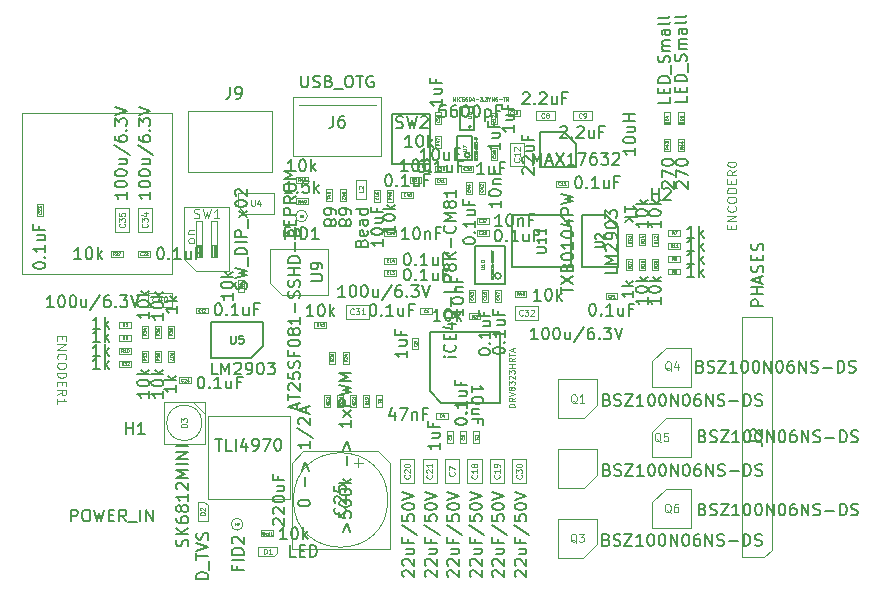
<source format=gbr>
G04 #@! TF.GenerationSoftware,KiCad,Pcbnew,5.1.5-52549c5~84~ubuntu18.04.1*
G04 #@! TF.CreationDate,2020-04-29T13:54:45+02:00*
G04 #@! TF.ProjectId,board,626f6172-642e-46b6-9963-61645f706362,rev?*
G04 #@! TF.SameCoordinates,Original*
G04 #@! TF.FileFunction,Other,Fab,Top*
%FSLAX46Y46*%
G04 Gerber Fmt 4.6, Leading zero omitted, Abs format (unit mm)*
G04 Created by KiCad (PCBNEW 5.1.5-52549c5~84~ubuntu18.04.1) date 2020-04-29 13:54:45*
%MOMM*%
%LPD*%
G04 APERTURE LIST*
%ADD10C,0.150000*%
%ADD11C,0.100000*%
%ADD12C,0.120000*%
%ADD13C,0.075000*%
%ADD14C,0.080000*%
%ADD15C,0.061772*%
%ADD16C,0.125000*%
%ADD17C,0.040000*%
%ADD18C,0.060000*%
%ADD19C,0.031750*%
G04 APERTURE END LIST*
D10*
X132100000Y-102250000D02*
X130900000Y-102250000D01*
X132100000Y-100250000D02*
X132100000Y-102250000D01*
X130900000Y-100250000D02*
X132100000Y-100250000D01*
X130900000Y-102250000D02*
X130900000Y-100250000D01*
X131800000Y-101950000D02*
G75*
G03X131800000Y-101950000I-100000J0D01*
G01*
X132100000Y-102250000D02*
X130900000Y-102250000D01*
X132100000Y-100250000D02*
X132100000Y-102250000D01*
X130900000Y-100250000D02*
X132100000Y-100250000D01*
X130900000Y-102250000D02*
X130900000Y-100250000D01*
X131800000Y-101950000D02*
G75*
G03X131800000Y-101950000I-100000J0D01*
G01*
X132100000Y-102250000D02*
X130900000Y-102250000D01*
X132100000Y-100250000D02*
X132100000Y-102250000D01*
X130900000Y-100250000D02*
X132100000Y-100250000D01*
X130900000Y-102250000D02*
X130900000Y-100250000D01*
X131800000Y-101950000D02*
G75*
G03X131800000Y-101950000I-100000J0D01*
G01*
D11*
X102887000Y-108840000D02*
X102887000Y-110840000D01*
X101687000Y-108840000D02*
X102887000Y-108840000D01*
X101687000Y-110840000D02*
X101687000Y-108840000D01*
X102887000Y-110840000D02*
X101687000Y-110840000D01*
D10*
X140300000Y-110400000D02*
X140300000Y-113800000D01*
X140300000Y-113800000D02*
X135300000Y-113800000D01*
X135300000Y-113800000D02*
X135300000Y-109400000D01*
X135300000Y-109400000D02*
X139300000Y-109400000D01*
X139300000Y-109400000D02*
X140300000Y-110400000D01*
D11*
X93750000Y-100770000D02*
X93750000Y-114430000D01*
X93750000Y-114430000D02*
X106450000Y-114430000D01*
X106450000Y-114430000D02*
X106450000Y-100770000D01*
X106450000Y-100770000D02*
X93750000Y-100770000D01*
X104792000Y-108840000D02*
X104792000Y-110840000D01*
X103592000Y-108840000D02*
X104792000Y-108840000D01*
X103592000Y-110840000D02*
X103592000Y-108840000D01*
X104792000Y-110840000D02*
X103592000Y-110840000D01*
X137500000Y-118300000D02*
X135500000Y-118300000D01*
X137500000Y-117100000D02*
X137500000Y-118300000D01*
X135500000Y-117100000D02*
X137500000Y-117100000D01*
X135500000Y-118300000D02*
X135500000Y-117100000D01*
D10*
X129300000Y-125300000D02*
X128300000Y-124300000D01*
X134300000Y-125300000D02*
X129300000Y-125300000D01*
X134300000Y-119300000D02*
X134300000Y-125300000D01*
X128300000Y-119300000D02*
X134300000Y-119300000D01*
X128300000Y-124300000D02*
X128300000Y-119300000D01*
D11*
X121200000Y-117000000D02*
X123200000Y-117000000D01*
X121200000Y-118200000D02*
X121200000Y-117000000D01*
X123200000Y-118200000D02*
X121200000Y-118200000D01*
X123200000Y-117000000D02*
X123200000Y-118200000D01*
D10*
X144220000Y-110390000D02*
X144220000Y-113790000D01*
X144220000Y-113790000D02*
X141220000Y-113790000D01*
X141220000Y-113790000D02*
X141220000Y-109390000D01*
X141220000Y-109390000D02*
X143220000Y-109390000D01*
X143220000Y-109390000D02*
X144220000Y-110390000D01*
D11*
X142500000Y-131400000D02*
X141350000Y-132550000D01*
X142500000Y-129250000D02*
X142500000Y-131400000D01*
X139200000Y-129250000D02*
X142500000Y-129250000D01*
X139200000Y-132550000D02*
X139200000Y-129250000D01*
X141350000Y-132550000D02*
X139200000Y-132550000D01*
X120250000Y-121000000D02*
X120250000Y-122000000D01*
X119750000Y-121000000D02*
X120250000Y-121000000D01*
X119750000Y-122000000D02*
X119750000Y-121000000D01*
X120250000Y-122000000D02*
X119750000Y-122000000D01*
X102300000Y-112950000D02*
X101300000Y-112950000D01*
X102300000Y-112450000D02*
X102300000Y-112950000D01*
X101300000Y-112450000D02*
X102300000Y-112450000D01*
X101300000Y-112950000D02*
X101300000Y-112450000D01*
X95050000Y-109500000D02*
X95050000Y-108500000D01*
X95550000Y-109500000D02*
X95050000Y-109500000D01*
X95550000Y-108500000D02*
X95550000Y-109500000D01*
X95050000Y-108500000D02*
X95550000Y-108500000D01*
X127700000Y-130100000D02*
X128900000Y-130100000D01*
X128900000Y-130100000D02*
X128900000Y-132100000D01*
X128900000Y-132100000D02*
X127700000Y-132100000D01*
X127700000Y-132100000D02*
X127700000Y-130100000D01*
X104600000Y-112950000D02*
X103600000Y-112950000D01*
X104600000Y-112450000D02*
X104600000Y-112950000D01*
X103600000Y-112450000D02*
X104600000Y-112450000D01*
X103600000Y-112950000D02*
X103600000Y-112450000D01*
X133400000Y-132100000D02*
X133400000Y-130100000D01*
X134600000Y-132100000D02*
X133400000Y-132100000D01*
X134600000Y-130100000D02*
X134600000Y-132100000D01*
X133400000Y-130100000D02*
X134600000Y-130100000D01*
X131500000Y-130100000D02*
X132700000Y-130100000D01*
X132700000Y-130100000D02*
X132700000Y-132100000D01*
X132700000Y-132100000D02*
X131500000Y-132100000D01*
X131500000Y-132100000D02*
X131500000Y-130100000D01*
X121450000Y-122000000D02*
X120950000Y-122000000D01*
X120950000Y-122000000D02*
X120950000Y-121000000D01*
X120950000Y-121000000D02*
X121450000Y-121000000D01*
X121450000Y-121000000D02*
X121450000Y-122000000D01*
X140000000Y-106500000D02*
X140000000Y-107000000D01*
X140000000Y-107000000D02*
X139000000Y-107000000D01*
X139000000Y-107000000D02*
X139000000Y-106500000D01*
X139000000Y-106500000D02*
X140000000Y-106500000D01*
X135100000Y-103300000D02*
X136300000Y-103300000D01*
X136300000Y-103300000D02*
X136300000Y-105300000D01*
X136300000Y-105300000D02*
X135100000Y-105300000D01*
X135100000Y-105300000D02*
X135100000Y-103300000D01*
D10*
X140674999Y-103375001D02*
X140674999Y-105375001D01*
X140674999Y-105375001D02*
X137674999Y-105375001D01*
X137674999Y-105375001D02*
X137674999Y-102375001D01*
X137674999Y-102375001D02*
X139674999Y-102375001D01*
X139674999Y-102375001D02*
X140674999Y-103375001D01*
D11*
X134920000Y-100510000D02*
X135920000Y-100510000D01*
X134920000Y-101010000D02*
X134920000Y-100510000D01*
X135920000Y-101010000D02*
X134920000Y-101010000D01*
X135920000Y-100510000D02*
X135920000Y-101010000D01*
X145450000Y-113100000D02*
X145450000Y-114100000D01*
X144950000Y-113100000D02*
X145450000Y-113100000D01*
X144950000Y-114100000D02*
X144950000Y-113100000D01*
X145450000Y-114100000D02*
X144950000Y-114100000D01*
X145450000Y-111000000D02*
X145450000Y-112000000D01*
X144950000Y-111000000D02*
X145450000Y-111000000D01*
X144950000Y-112000000D02*
X144950000Y-111000000D01*
X145450000Y-112000000D02*
X144950000Y-112000000D01*
X146050000Y-114100000D02*
X146050000Y-113100000D01*
X146550000Y-114100000D02*
X146050000Y-114100000D01*
X146550000Y-113100000D02*
X146550000Y-114100000D01*
X146050000Y-113100000D02*
X146550000Y-113100000D01*
X146050000Y-111984015D02*
X146050000Y-110984015D01*
X146550000Y-111984015D02*
X146050000Y-111984015D01*
X146550000Y-110984015D02*
X146550000Y-111984015D01*
X146050000Y-110984015D02*
X146550000Y-110984015D01*
X147150000Y-114100000D02*
X147150000Y-113100000D01*
X147650000Y-114100000D02*
X147150000Y-114100000D01*
X147650000Y-113100000D02*
X147650000Y-114100000D01*
X147150000Y-113100000D02*
X147650000Y-113100000D01*
X147150000Y-112000000D02*
X147150000Y-111000000D01*
X147650000Y-112000000D02*
X147150000Y-112000000D01*
X147650000Y-111000000D02*
X147650000Y-112000000D01*
X147150000Y-111000000D02*
X147650000Y-111000000D01*
X148500000Y-111750000D02*
X149500000Y-111750000D01*
X148500000Y-112250000D02*
X148500000Y-111750000D01*
X149500000Y-112250000D02*
X148500000Y-112250000D01*
X149500000Y-111750000D02*
X149500000Y-112250000D01*
X103010000Y-121150000D02*
X102010000Y-121150000D01*
X103010000Y-120650000D02*
X103010000Y-121150000D01*
X102010000Y-120650000D02*
X103010000Y-120650000D01*
X102010000Y-121150000D02*
X102010000Y-120650000D01*
X148500000Y-113950000D02*
X149500000Y-113950000D01*
X148500000Y-114450000D02*
X148500000Y-113950000D01*
X149500000Y-114450000D02*
X148500000Y-114450000D01*
X149500000Y-113950000D02*
X149500000Y-114450000D01*
X148500000Y-112850000D02*
X149500000Y-112850000D01*
X148500000Y-113350000D02*
X148500000Y-112850000D01*
X149500000Y-113350000D02*
X148500000Y-113350000D01*
X149500000Y-112850000D02*
X149500000Y-113350000D01*
X148500000Y-110650000D02*
X149500000Y-110650000D01*
X148500000Y-111150000D02*
X148500000Y-110650000D01*
X149500000Y-111150000D02*
X148500000Y-111150000D01*
X149500000Y-110650000D02*
X149500000Y-111150000D01*
X103000000Y-120040000D02*
X102000000Y-120040000D01*
X103000000Y-119540000D02*
X103000000Y-120040000D01*
X102000000Y-119540000D02*
X103000000Y-119540000D01*
X102000000Y-120040000D02*
X102000000Y-119540000D01*
X103000000Y-118940000D02*
X102000000Y-118940000D01*
X103000000Y-118440000D02*
X103000000Y-118940000D01*
X102000000Y-118440000D02*
X103000000Y-118440000D01*
X102000000Y-118940000D02*
X102000000Y-118440000D01*
X112100000Y-115910000D02*
X112100000Y-114910000D01*
X112600000Y-115910000D02*
X112100000Y-115910000D01*
X112600000Y-114910000D02*
X112600000Y-115910000D01*
X112100000Y-114910000D02*
X112600000Y-114910000D01*
X143200000Y-116550000D02*
X143200000Y-116050000D01*
X143200000Y-116050000D02*
X144200000Y-116050000D01*
X144200000Y-116050000D02*
X144200000Y-116550000D01*
X144200000Y-116550000D02*
X143200000Y-116550000D01*
X108700000Y-135300000D02*
X109500000Y-135300000D01*
X108700000Y-133700000D02*
X108700000Y-135300000D01*
X109200000Y-133700000D02*
X108700000Y-133700000D01*
X109500000Y-134000000D02*
X109200000Y-133700000D01*
X109500000Y-135300000D02*
X109500000Y-134000000D01*
X157270000Y-137744200D02*
X156635000Y-138379200D01*
X157270000Y-118059200D02*
X157270000Y-137744200D01*
X154730000Y-118059200D02*
X157270000Y-118059200D01*
X154730000Y-138379200D02*
X154730000Y-118059200D01*
X156635000Y-138379200D02*
X154730000Y-138379200D01*
X114000000Y-136120000D02*
X115000000Y-136120000D01*
X114000000Y-136620000D02*
X114000000Y-136120000D01*
X115000000Y-136620000D02*
X114000000Y-136620000D01*
X115000000Y-136120000D02*
X115000000Y-136620000D01*
X142490000Y-125485000D02*
X141340000Y-126635000D01*
X142490000Y-123335000D02*
X142490000Y-125485000D01*
X139190000Y-123335000D02*
X142490000Y-123335000D01*
X139190000Y-126635000D02*
X139190000Y-123335000D01*
X141340000Y-126635000D02*
X139190000Y-126635000D01*
X147150000Y-121800000D02*
X148300000Y-120650000D01*
X147150000Y-123950000D02*
X147150000Y-121800000D01*
X150450000Y-123950000D02*
X147150000Y-123950000D01*
X150450000Y-120650000D02*
X150450000Y-123950000D01*
X148300000Y-120650000D02*
X150450000Y-120650000D01*
X147150000Y-127750000D02*
X148300000Y-126600000D01*
X147150000Y-129900000D02*
X147150000Y-127750000D01*
X150450000Y-129900000D02*
X147150000Y-129900000D01*
X150450000Y-126600000D02*
X150450000Y-129900000D01*
X148300000Y-126600000D02*
X150450000Y-126600000D01*
X142450000Y-137270000D02*
X141300000Y-138420000D01*
X142450000Y-135120000D02*
X142450000Y-137270000D01*
X139150000Y-135120000D02*
X142450000Y-135120000D01*
X139150000Y-138420000D02*
X139150000Y-135120000D01*
X141300000Y-138420000D02*
X139150000Y-138420000D01*
X147150000Y-133750000D02*
X148300000Y-132600000D01*
X147150000Y-135900000D02*
X147150000Y-133750000D01*
X150450000Y-135900000D02*
X147150000Y-135900000D01*
X150450000Y-132600000D02*
X150450000Y-135900000D01*
X148300000Y-132600000D02*
X150450000Y-132600000D01*
X132600000Y-118250000D02*
X131600000Y-118250000D01*
X132600000Y-117750000D02*
X132600000Y-118250000D01*
X131600000Y-117750000D02*
X132600000Y-117750000D01*
X131600000Y-118250000D02*
X131600000Y-117750000D01*
X124296564Y-124647939D02*
X124296564Y-125647939D01*
X123796564Y-124647939D02*
X124296564Y-124647939D01*
X123796564Y-125647939D02*
X123796564Y-124647939D01*
X124296564Y-125647939D02*
X123796564Y-125647939D01*
X125800000Y-132100000D02*
X125800000Y-130100000D01*
X127000000Y-132100000D02*
X125800000Y-132100000D01*
X127000000Y-130100000D02*
X127000000Y-132100000D01*
X125800000Y-130100000D02*
X127000000Y-130100000D01*
X129600000Y-132100000D02*
X129600000Y-130100000D01*
X130800000Y-132100000D02*
X129600000Y-132100000D01*
X130800000Y-130100000D02*
X130800000Y-132100000D01*
X129600000Y-130100000D02*
X130800000Y-130100000D01*
X128502000Y-117794000D02*
X127502000Y-117794000D01*
X128502000Y-117294000D02*
X128502000Y-117794000D01*
X127502000Y-117294000D02*
X128502000Y-117294000D01*
X127502000Y-117794000D02*
X127502000Y-117294000D01*
X126850000Y-120800000D02*
X126850000Y-119800000D01*
X127350000Y-120800000D02*
X126850000Y-120800000D01*
X127350000Y-119800000D02*
X127350000Y-120800000D01*
X126850000Y-119800000D02*
X127350000Y-119800000D01*
X129837019Y-126645541D02*
X128837019Y-126645541D01*
X129837019Y-126145541D02*
X129837019Y-126645541D01*
X128837019Y-126145541D02*
X129837019Y-126145541D01*
X128837019Y-126645541D02*
X128837019Y-126145541D01*
X129780000Y-128730000D02*
X129780000Y-127730000D01*
X130280000Y-128730000D02*
X129780000Y-128730000D01*
X130280000Y-127730000D02*
X130280000Y-128730000D01*
X129780000Y-127730000D02*
X130280000Y-127730000D01*
X131380000Y-127730000D02*
X131380000Y-128730000D01*
X130880000Y-127730000D02*
X131380000Y-127730000D01*
X130880000Y-128730000D02*
X130880000Y-127730000D01*
X131380000Y-128730000D02*
X130880000Y-128730000D01*
X132480000Y-127730000D02*
X132480000Y-128730000D01*
X131980000Y-127730000D02*
X132480000Y-127730000D01*
X131980000Y-128730000D02*
X131980000Y-127730000D01*
X132480000Y-128730000D02*
X131980000Y-128730000D01*
X108280000Y-125260000D02*
X109280000Y-126260000D01*
X105780000Y-128760000D02*
X109280000Y-128760000D01*
X109280000Y-128760000D02*
X109280000Y-125260000D01*
X109280000Y-125260000D02*
X105780000Y-125260000D01*
X105780000Y-125260000D02*
X105780000Y-128760000D01*
X109030000Y-127010000D02*
G75*
G03X109030000Y-127010000I-1500000J0D01*
G01*
X123196564Y-124647939D02*
X123196564Y-125647939D01*
X122696564Y-124647939D02*
X123196564Y-124647939D01*
X122696564Y-125647939D02*
X122696564Y-124647939D01*
X123196564Y-125647939D02*
X122696564Y-125647939D01*
X122096564Y-125647939D02*
X121596564Y-125647939D01*
X121596564Y-125647939D02*
X121596564Y-124647939D01*
X121596564Y-124647939D02*
X122096564Y-124647939D01*
X122096564Y-124647939D02*
X122096564Y-125647939D01*
X120996564Y-124647939D02*
X120996564Y-125647939D01*
X120496564Y-124647939D02*
X120996564Y-124647939D01*
X120496564Y-125647939D02*
X120496564Y-124647939D01*
X120996564Y-125647939D02*
X120496564Y-125647939D01*
X119896564Y-125647939D02*
X119396564Y-125647939D01*
X119396564Y-125647939D02*
X119396564Y-124647939D01*
X119396564Y-124647939D02*
X119896564Y-124647939D01*
X119896564Y-124647939D02*
X119896564Y-125647939D01*
X133500000Y-100750000D02*
X134000000Y-100750000D01*
X134000000Y-100750000D02*
X134000000Y-101750000D01*
X134000000Y-101750000D02*
X133500000Y-101750000D01*
X133500000Y-101750000D02*
X133500000Y-100750000D01*
D12*
X116500000Y-126500000D02*
X116500000Y-133500000D01*
X116500000Y-133500000D02*
X109500000Y-133500000D01*
X109500000Y-133500000D02*
X109500000Y-126400000D01*
X109500000Y-126400000D02*
X116500000Y-126400000D01*
X116500000Y-126400000D02*
X116500000Y-126500000D01*
D11*
X114970000Y-100600000D02*
X107870000Y-100600000D01*
X107870000Y-100600000D02*
X107870000Y-105800000D01*
X114970000Y-105800000D02*
X107870000Y-105800000D01*
X114970000Y-100600000D02*
X114970000Y-105800000D01*
X107070000Y-123650000D02*
X107070000Y-123150000D01*
X107070000Y-123150000D02*
X108070000Y-123150000D01*
X108070000Y-123150000D02*
X108070000Y-123650000D01*
X108070000Y-123650000D02*
X107070000Y-123650000D01*
X129250000Y-100720000D02*
X129250000Y-101720000D01*
X128750000Y-100720000D02*
X129250000Y-100720000D01*
X128750000Y-101720000D02*
X128750000Y-100720000D01*
X129250000Y-101720000D02*
X128750000Y-101720000D01*
X134000000Y-104750000D02*
X133500000Y-104750000D01*
X133500000Y-104750000D02*
X133500000Y-103750000D01*
X133500000Y-103750000D02*
X134000000Y-103750000D01*
X134000000Y-103750000D02*
X134000000Y-104750000D01*
X135300000Y-130100000D02*
X136500000Y-130100000D01*
X136500000Y-130100000D02*
X136500000Y-132100000D01*
X136500000Y-132100000D02*
X135300000Y-132100000D01*
X135300000Y-132100000D02*
X135300000Y-130100000D01*
X109500000Y-117250000D02*
X109500000Y-117750000D01*
X109500000Y-117750000D02*
X108500000Y-117750000D01*
X108500000Y-117750000D02*
X108500000Y-117250000D01*
X108500000Y-117250000D02*
X109500000Y-117250000D01*
X102020000Y-122250000D02*
X102020000Y-121750000D01*
X102020000Y-121750000D02*
X103020000Y-121750000D01*
X103020000Y-121750000D02*
X103020000Y-122250000D01*
X103020000Y-122250000D02*
X102020000Y-122250000D01*
X103950000Y-121900000D02*
X103950000Y-120900000D01*
X104450000Y-121900000D02*
X103950000Y-121900000D01*
X104450000Y-120900000D02*
X104450000Y-121900000D01*
X103950000Y-120900000D02*
X104450000Y-120900000D01*
X103920000Y-118800000D02*
X104420000Y-118800000D01*
X104420000Y-118800000D02*
X104420000Y-119800000D01*
X104420000Y-119800000D02*
X103920000Y-119800000D01*
X103920000Y-119800000D02*
X103920000Y-118800000D01*
X105050000Y-121900000D02*
X105050000Y-120900000D01*
X105550000Y-121900000D02*
X105050000Y-121900000D01*
X105550000Y-120900000D02*
X105550000Y-121900000D01*
X105050000Y-120900000D02*
X105550000Y-120900000D01*
X105050000Y-118800000D02*
X105550000Y-118800000D01*
X105550000Y-118800000D02*
X105550000Y-119800000D01*
X105550000Y-119800000D02*
X105050000Y-119800000D01*
X105050000Y-119800000D02*
X105050000Y-118800000D01*
X106650000Y-121900000D02*
X106150000Y-121900000D01*
X106150000Y-121900000D02*
X106150000Y-120900000D01*
X106150000Y-120900000D02*
X106650000Y-120900000D01*
X106650000Y-120900000D02*
X106650000Y-121900000D01*
X106650000Y-118800000D02*
X106650000Y-119800000D01*
X106150000Y-118800000D02*
X106650000Y-118800000D01*
X106150000Y-119800000D02*
X106150000Y-118800000D01*
X106650000Y-119800000D02*
X106150000Y-119800000D01*
X127610000Y-106180000D02*
X127610000Y-106680000D01*
X127610000Y-106680000D02*
X126610000Y-106680000D01*
X126610000Y-106680000D02*
X126610000Y-106180000D01*
X126610000Y-106180000D02*
X127610000Y-106180000D01*
X117000000Y-108000000D02*
X118000000Y-108000000D01*
X117000000Y-108500000D02*
X117000000Y-108000000D01*
X118000000Y-108500000D02*
X117000000Y-108500000D01*
X118000000Y-108000000D02*
X118000000Y-108500000D01*
X120000000Y-108250000D02*
X119500000Y-108250000D01*
X119500000Y-108250000D02*
X119500000Y-107250000D01*
X119500000Y-107250000D02*
X120000000Y-107250000D01*
X120000000Y-107250000D02*
X120000000Y-108250000D01*
X121250000Y-107240000D02*
X121250000Y-108240000D01*
X120750000Y-107240000D02*
X121250000Y-107240000D01*
X120750000Y-108240000D02*
X120750000Y-107240000D01*
X121250000Y-108240000D02*
X120750000Y-108240000D01*
X148150000Y-103000000D02*
X148650000Y-103000000D01*
X148650000Y-103000000D02*
X148650000Y-104000000D01*
X148650000Y-104000000D02*
X148150000Y-104000000D01*
X148150000Y-104000000D02*
X148150000Y-103000000D01*
X118550000Y-118450000D02*
X119550000Y-118450000D01*
X118550000Y-118950000D02*
X118550000Y-118450000D01*
X119550000Y-118950000D02*
X118550000Y-118950000D01*
X119550000Y-118450000D02*
X119550000Y-118950000D01*
X117980000Y-106180000D02*
X117980000Y-106680000D01*
X117980000Y-106680000D02*
X116980000Y-106680000D01*
X116980000Y-106680000D02*
X116980000Y-106180000D01*
X116980000Y-106180000D02*
X117980000Y-106180000D01*
X124670000Y-108270000D02*
X124670000Y-107270000D01*
X125170000Y-108270000D02*
X124670000Y-108270000D01*
X125170000Y-107270000D02*
X125170000Y-108270000D01*
X124670000Y-107270000D02*
X125170000Y-107270000D01*
X112700000Y-109320000D02*
X112050000Y-108670000D01*
X112050000Y-107520000D02*
X112050000Y-108670000D01*
X112700000Y-109320000D02*
X115150000Y-109320000D01*
X115150000Y-107520000D02*
X115150000Y-109320000D01*
X112050000Y-107520000D02*
X115150000Y-107520000D01*
D10*
X114200000Y-120500000D02*
X113200000Y-121500000D01*
X114200000Y-118500000D02*
X114200000Y-120500000D01*
X109800000Y-118500000D02*
X114200000Y-118500000D01*
X109800000Y-121500000D02*
X109800000Y-118500000D01*
X113200000Y-121500000D02*
X109800000Y-121500000D01*
D11*
X117950000Y-109500000D02*
G75*
G03X117950000Y-109500000I-500000J0D01*
G01*
X112500000Y-135600000D02*
G75*
G03X112500000Y-135600000I-500000J0D01*
G01*
X125470000Y-114070000D02*
X125470000Y-114570000D01*
X125470000Y-114570000D02*
X124470000Y-114570000D01*
X124470000Y-114570000D02*
X124470000Y-114070000D01*
X124470000Y-114070000D02*
X125470000Y-114070000D01*
X116720000Y-99410000D02*
X124220000Y-99410000D01*
X116720000Y-104410000D02*
X116720000Y-99410000D01*
X124220000Y-104410000D02*
X116720000Y-104410000D01*
X124220000Y-99410000D02*
X124220000Y-104410000D01*
X123720000Y-100110000D02*
X117220000Y-100110000D01*
X114820000Y-115200000D02*
X114820000Y-112300000D01*
X114820000Y-112300000D02*
X119720000Y-112300000D01*
X119720000Y-112300000D02*
X119720000Y-116200000D01*
X119720000Y-116200000D02*
X115820000Y-116200000D01*
X115820000Y-116200000D02*
X114820000Y-115200000D01*
D10*
X125150000Y-100900000D02*
X125150000Y-105100000D01*
X128350000Y-100900000D02*
X125150000Y-100900000D01*
X128350000Y-105100000D02*
X128350000Y-100900000D01*
X127950000Y-105100000D02*
X128350000Y-105100000D01*
X125150000Y-105100000D02*
X127950000Y-105100000D01*
X131702200Y-104350000D02*
G75*
G03X131702200Y-104350000I-213600J0D01*
G01*
X131875000Y-104750000D02*
X130625000Y-104750000D01*
X131875000Y-102750000D02*
X130625000Y-102750000D01*
X130625000Y-104750000D02*
X130625000Y-102750000D01*
X131875000Y-104750000D02*
X131875000Y-102750000D01*
X134325000Y-114570000D02*
G75*
G03X134325000Y-114570000I-250000J0D01*
G01*
X134641754Y-112016386D02*
X134641754Y-115216386D01*
X132141754Y-112016386D02*
X134641754Y-112016386D01*
X132141754Y-115216386D02*
X132141754Y-112016386D01*
X134641754Y-115216386D02*
X132141754Y-115216386D01*
D11*
X125476380Y-113045408D02*
X125476380Y-113545408D01*
X125476380Y-113545408D02*
X124476380Y-113545408D01*
X124476380Y-113545408D02*
X124476380Y-113045408D01*
X124476380Y-113045408D02*
X125476380Y-113045408D01*
X124100000Y-108275000D02*
X123600000Y-108275000D01*
X123600000Y-108275000D02*
X123600000Y-107275000D01*
X123600000Y-107275000D02*
X124100000Y-107275000D01*
X124100000Y-107275000D02*
X124100000Y-108275000D01*
X132710000Y-116765408D02*
X132710000Y-115765408D01*
X133210000Y-116765408D02*
X132710000Y-116765408D01*
X133210000Y-115765408D02*
X133210000Y-116765408D01*
X132710000Y-115765408D02*
X133210000Y-115765408D01*
X132286380Y-111155408D02*
X132286380Y-110655408D01*
X132286380Y-110655408D02*
X133286380Y-110655408D01*
X133286380Y-110655408D02*
X133286380Y-111155408D01*
X133286380Y-111155408D02*
X132286380Y-111155408D01*
X131980000Y-105750000D02*
X130980000Y-105750000D01*
X131980000Y-105250000D02*
X131980000Y-105750000D01*
X130980000Y-105250000D02*
X131980000Y-105250000D01*
X130980000Y-105750000D02*
X130980000Y-105250000D01*
X133286380Y-110155408D02*
X132286380Y-110155408D01*
X133286380Y-109655408D02*
X133286380Y-110155408D01*
X132286380Y-109655408D02*
X133286380Y-109655408D01*
X132286380Y-110155408D02*
X132286380Y-109655408D01*
X129720000Y-105250000D02*
X129720000Y-105750000D01*
X129720000Y-105750000D02*
X128720000Y-105750000D01*
X128720000Y-105750000D02*
X128720000Y-105250000D01*
X128720000Y-105250000D02*
X129720000Y-105250000D01*
X125480000Y-110700000D02*
X125480000Y-111200000D01*
X125480000Y-111200000D02*
X124480000Y-111200000D01*
X124480000Y-111200000D02*
X124480000Y-110700000D01*
X124480000Y-110700000D02*
X125480000Y-110700000D01*
X129715000Y-106280000D02*
X129715000Y-106780000D01*
X129715000Y-106780000D02*
X128715000Y-106780000D01*
X128715000Y-106780000D02*
X128715000Y-106280000D01*
X128715000Y-106280000D02*
X129715000Y-106280000D01*
X132950000Y-106630000D02*
X132950000Y-107630000D01*
X132450000Y-106630000D02*
X132950000Y-106630000D01*
X132450000Y-107630000D02*
X132450000Y-106630000D01*
X132950000Y-107630000D02*
X132450000Y-107630000D01*
X131616380Y-115765408D02*
X132116380Y-115765408D01*
X132116380Y-115765408D02*
X132116380Y-116765408D01*
X132116380Y-116765408D02*
X131616380Y-116765408D01*
X131616380Y-116765408D02*
X131616380Y-115765408D01*
X131886380Y-106625408D02*
X131886380Y-107625408D01*
X131386380Y-106625408D02*
X131886380Y-106625408D01*
X131386380Y-107625408D02*
X131386380Y-106625408D01*
X131886380Y-107625408D02*
X131386380Y-107625408D01*
X125910000Y-107450000D02*
X126910000Y-107450000D01*
X125910000Y-107950000D02*
X125910000Y-107450000D01*
X126910000Y-107950000D02*
X125910000Y-107950000D01*
X126910000Y-107450000D02*
X126910000Y-107950000D01*
X133820000Y-116770000D02*
X133820000Y-115770000D01*
X134320000Y-116770000D02*
X133820000Y-116770000D01*
X134320000Y-115770000D02*
X134320000Y-116770000D01*
X133820000Y-115770000D02*
X134320000Y-115770000D01*
X113800000Y-137500000D02*
X113800000Y-138300000D01*
X115400000Y-137500000D02*
X113800000Y-137500000D01*
X115400000Y-138000000D02*
X115400000Y-137500000D01*
X115100000Y-138300000D02*
X115400000Y-138000000D01*
X113800000Y-138300000D02*
X115100000Y-138300000D01*
X122900000Y-108050000D02*
X122100000Y-108050000D01*
X122100000Y-108050000D02*
X122100000Y-106450000D01*
X122100000Y-106450000D02*
X122900000Y-106450000D01*
X122900000Y-106450000D02*
X122900000Y-108050000D01*
X149350000Y-103000000D02*
X149850000Y-103000000D01*
X149850000Y-103000000D02*
X149850000Y-104000000D01*
X149850000Y-104000000D02*
X149350000Y-104000000D01*
X149350000Y-104000000D02*
X149350000Y-103000000D01*
X135500000Y-116350000D02*
X135500000Y-115850000D01*
X135500000Y-115850000D02*
X136500000Y-115850000D01*
X136500000Y-115850000D02*
X136500000Y-116350000D01*
X136500000Y-116350000D02*
X135500000Y-116350000D01*
X106460000Y-115980000D02*
X106460000Y-117180000D01*
X106460000Y-117180000D02*
X104460000Y-117180000D01*
X104460000Y-117180000D02*
X104460000Y-115980000D01*
X104460000Y-115980000D02*
X106460000Y-115980000D01*
X148650000Y-101500000D02*
X148150000Y-101500000D01*
X148650000Y-101600000D02*
X148150000Y-101600000D01*
X148650000Y-100700000D02*
X148650000Y-101700000D01*
X148150000Y-100700000D02*
X148650000Y-100700000D01*
X148150000Y-101700000D02*
X148150000Y-100700000D01*
X148650000Y-101700000D02*
X148150000Y-101700000D01*
X149850000Y-101700000D02*
X149350000Y-101700000D01*
X149350000Y-101700000D02*
X149350000Y-100700000D01*
X149350000Y-100700000D02*
X149850000Y-100700000D01*
X149850000Y-100700000D02*
X149850000Y-101700000D01*
X149850000Y-101600000D02*
X149350000Y-101600000D01*
X149850000Y-101500000D02*
X149350000Y-101500000D01*
X128750000Y-102700000D02*
X129250000Y-102700000D01*
X129250000Y-102700000D02*
X129250000Y-103700000D01*
X129250000Y-103700000D02*
X128750000Y-103700000D01*
X128750000Y-103700000D02*
X128750000Y-102700000D01*
X138880000Y-100610000D02*
X138880000Y-101410000D01*
X138880000Y-101410000D02*
X137280000Y-101410000D01*
X137280000Y-101410000D02*
X137280000Y-100610000D01*
X137280000Y-100610000D02*
X138880000Y-100610000D01*
X142030000Y-101410000D02*
X140430000Y-101410000D01*
X142030000Y-100610000D02*
X142030000Y-101410000D01*
X140430000Y-100610000D02*
X142030000Y-100610000D01*
X140430000Y-101410000D02*
X140430000Y-100610000D01*
X124760000Y-133540000D02*
G75*
G03X124760000Y-133540000I-4000000J0D01*
G01*
X124910000Y-137690000D02*
X116610000Y-137690000D01*
X124910000Y-130390000D02*
X124910000Y-137690000D01*
X116610000Y-130390000D02*
X116610000Y-137690000D01*
X123910000Y-129390000D02*
X117610000Y-129390000D01*
X123910000Y-129390000D02*
X124910000Y-130390000D01*
X117610000Y-129390000D02*
X116610000Y-130390000D01*
X122260000Y-129977722D02*
X122260000Y-130777722D01*
X122660000Y-130377722D02*
X121860000Y-130377722D01*
X107515000Y-113130000D02*
X107515000Y-108730000D01*
X107515000Y-108730000D02*
X111325000Y-108730000D01*
X111325000Y-108730000D02*
X111325000Y-114130000D01*
X111325000Y-114130000D02*
X108515000Y-114130000D01*
X108515000Y-114130000D02*
X107515000Y-113130000D01*
X108535000Y-112930000D02*
X109035000Y-112930000D01*
X109035000Y-112930000D02*
X109035000Y-109930000D01*
X109035000Y-109930000D02*
X108535000Y-109930000D01*
X108535000Y-109930000D02*
X108535000Y-112930000D01*
X108635000Y-112930000D02*
X108635000Y-111930000D01*
X108735000Y-112930000D02*
X108735000Y-111930000D01*
X108835000Y-112930000D02*
X108835000Y-111930000D01*
X108935000Y-112930000D02*
X108935000Y-111930000D01*
X108535000Y-111930000D02*
X109035000Y-111930000D01*
X109805000Y-112930000D02*
X110305000Y-112930000D01*
X110305000Y-112930000D02*
X110305000Y-109930000D01*
X110305000Y-109930000D02*
X109805000Y-109930000D01*
X109805000Y-109930000D02*
X109805000Y-112930000D01*
X109905000Y-112930000D02*
X109905000Y-111930000D01*
X110005000Y-112930000D02*
X110005000Y-111930000D01*
X110105000Y-112930000D02*
X110105000Y-111930000D01*
X110205000Y-112930000D02*
X110205000Y-111930000D01*
X109805000Y-111930000D02*
X110305000Y-111930000D01*
D13*
X131535714Y-101178571D02*
X131778571Y-101178571D01*
X131807142Y-101164285D01*
X131821428Y-101150000D01*
X131835714Y-101121428D01*
X131835714Y-101064285D01*
X131821428Y-101035714D01*
X131807142Y-101021428D01*
X131778571Y-101007142D01*
X131535714Y-101007142D01*
X131535714Y-100735714D02*
X131535714Y-100792857D01*
X131550000Y-100821428D01*
X131564285Y-100835714D01*
X131607142Y-100864285D01*
X131664285Y-100878571D01*
X131778571Y-100878571D01*
X131807142Y-100864285D01*
X131821428Y-100850000D01*
X131835714Y-100821428D01*
X131835714Y-100764285D01*
X131821428Y-100735714D01*
X131807142Y-100721428D01*
X131778571Y-100707142D01*
X131707142Y-100707142D01*
X131678571Y-100721428D01*
X131664285Y-100735714D01*
X131650000Y-100764285D01*
X131650000Y-100821428D01*
X131664285Y-100850000D01*
X131678571Y-100864285D01*
X131707142Y-100878571D01*
X130271428Y-99735714D02*
X130271428Y-99435714D01*
X130371428Y-99650000D01*
X130471428Y-99435714D01*
X130471428Y-99735714D01*
X130614285Y-99735714D02*
X130614285Y-99435714D01*
X130928571Y-99707142D02*
X130914285Y-99721428D01*
X130871428Y-99735714D01*
X130842857Y-99735714D01*
X130800000Y-99721428D01*
X130771428Y-99692857D01*
X130757142Y-99664285D01*
X130742857Y-99607142D01*
X130742857Y-99564285D01*
X130757142Y-99507142D01*
X130771428Y-99478571D01*
X130800000Y-99450000D01*
X130842857Y-99435714D01*
X130871428Y-99435714D01*
X130914285Y-99450000D01*
X130928571Y-99464285D01*
X131200000Y-99435714D02*
X131057142Y-99435714D01*
X131042857Y-99578571D01*
X131057142Y-99564285D01*
X131085714Y-99550000D01*
X131157142Y-99550000D01*
X131185714Y-99564285D01*
X131200000Y-99578571D01*
X131214285Y-99607142D01*
X131214285Y-99678571D01*
X131200000Y-99707142D01*
X131185714Y-99721428D01*
X131157142Y-99735714D01*
X131085714Y-99735714D01*
X131057142Y-99721428D01*
X131042857Y-99707142D01*
X131485714Y-99435714D02*
X131342857Y-99435714D01*
X131328571Y-99578571D01*
X131342857Y-99564285D01*
X131371428Y-99550000D01*
X131442857Y-99550000D01*
X131471428Y-99564285D01*
X131485714Y-99578571D01*
X131500000Y-99607142D01*
X131500000Y-99678571D01*
X131485714Y-99707142D01*
X131471428Y-99721428D01*
X131442857Y-99735714D01*
X131371428Y-99735714D01*
X131342857Y-99721428D01*
X131328571Y-99707142D01*
X131685714Y-99435714D02*
X131714285Y-99435714D01*
X131742857Y-99450000D01*
X131757142Y-99464285D01*
X131771428Y-99492857D01*
X131785714Y-99550000D01*
X131785714Y-99621428D01*
X131771428Y-99678571D01*
X131757142Y-99707142D01*
X131742857Y-99721428D01*
X131714285Y-99735714D01*
X131685714Y-99735714D01*
X131657142Y-99721428D01*
X131642857Y-99707142D01*
X131628571Y-99678571D01*
X131614285Y-99621428D01*
X131614285Y-99550000D01*
X131628571Y-99492857D01*
X131642857Y-99464285D01*
X131657142Y-99450000D01*
X131685714Y-99435714D01*
X132042857Y-99535714D02*
X132042857Y-99735714D01*
X131971428Y-99421428D02*
X131900000Y-99635714D01*
X132085714Y-99635714D01*
X132200000Y-99621428D02*
X132428571Y-99621428D01*
X132542857Y-99435714D02*
X132728571Y-99435714D01*
X132628571Y-99550000D01*
X132671428Y-99550000D01*
X132700000Y-99564285D01*
X132714285Y-99578571D01*
X132728571Y-99607142D01*
X132728571Y-99678571D01*
X132714285Y-99707142D01*
X132700000Y-99721428D01*
X132671428Y-99735714D01*
X132585714Y-99735714D01*
X132557142Y-99721428D01*
X132542857Y-99707142D01*
X132857142Y-99707142D02*
X132871428Y-99721428D01*
X132857142Y-99735714D01*
X132842857Y-99721428D01*
X132857142Y-99707142D01*
X132857142Y-99735714D01*
X132971428Y-99435714D02*
X133157142Y-99435714D01*
X133057142Y-99550000D01*
X133100000Y-99550000D01*
X133128571Y-99564285D01*
X133142857Y-99578571D01*
X133157142Y-99607142D01*
X133157142Y-99678571D01*
X133142857Y-99707142D01*
X133128571Y-99721428D01*
X133100000Y-99735714D01*
X133014285Y-99735714D01*
X132985714Y-99721428D01*
X132971428Y-99707142D01*
X133342857Y-99592857D02*
X133342857Y-99735714D01*
X133242857Y-99435714D02*
X133342857Y-99592857D01*
X133442857Y-99435714D01*
X133542857Y-99735714D02*
X133542857Y-99435714D01*
X133642857Y-99650000D01*
X133742857Y-99435714D01*
X133742857Y-99735714D01*
X134028571Y-99435714D02*
X133885714Y-99435714D01*
X133871428Y-99578571D01*
X133885714Y-99564285D01*
X133914285Y-99550000D01*
X133985714Y-99550000D01*
X134014285Y-99564285D01*
X134028571Y-99578571D01*
X134042857Y-99607142D01*
X134042857Y-99678571D01*
X134028571Y-99707142D01*
X134014285Y-99721428D01*
X133985714Y-99735714D01*
X133914285Y-99735714D01*
X133885714Y-99721428D01*
X133871428Y-99707142D01*
X134171428Y-99621428D02*
X134400000Y-99621428D01*
X134500000Y-99435714D02*
X134671428Y-99435714D01*
X134585714Y-99735714D02*
X134585714Y-99435714D01*
X134942857Y-99735714D02*
X134842857Y-99592857D01*
X134771428Y-99735714D02*
X134771428Y-99435714D01*
X134885714Y-99435714D01*
X134914285Y-99450000D01*
X134928571Y-99464285D01*
X134942857Y-99492857D01*
X134942857Y-99535714D01*
X134928571Y-99564285D01*
X134914285Y-99578571D01*
X134885714Y-99592857D01*
X134771428Y-99592857D01*
X131535714Y-101178571D02*
X131778571Y-101178571D01*
X131807142Y-101164285D01*
X131821428Y-101150000D01*
X131835714Y-101121428D01*
X131835714Y-101064285D01*
X131821428Y-101035714D01*
X131807142Y-101021428D01*
X131778571Y-101007142D01*
X131535714Y-101007142D01*
X131535714Y-100735714D02*
X131535714Y-100792857D01*
X131550000Y-100821428D01*
X131564285Y-100835714D01*
X131607142Y-100864285D01*
X131664285Y-100878571D01*
X131778571Y-100878571D01*
X131807142Y-100864285D01*
X131821428Y-100850000D01*
X131835714Y-100821428D01*
X131835714Y-100764285D01*
X131821428Y-100735714D01*
X131807142Y-100721428D01*
X131778571Y-100707142D01*
X131707142Y-100707142D01*
X131678571Y-100721428D01*
X131664285Y-100735714D01*
X131650000Y-100764285D01*
X131650000Y-100821428D01*
X131664285Y-100850000D01*
X131678571Y-100864285D01*
X131707142Y-100878571D01*
X130271428Y-99735714D02*
X130271428Y-99435714D01*
X130371428Y-99650000D01*
X130471428Y-99435714D01*
X130471428Y-99735714D01*
X130614285Y-99735714D02*
X130614285Y-99435714D01*
X130928571Y-99707142D02*
X130914285Y-99721428D01*
X130871428Y-99735714D01*
X130842857Y-99735714D01*
X130800000Y-99721428D01*
X130771428Y-99692857D01*
X130757142Y-99664285D01*
X130742857Y-99607142D01*
X130742857Y-99564285D01*
X130757142Y-99507142D01*
X130771428Y-99478571D01*
X130800000Y-99450000D01*
X130842857Y-99435714D01*
X130871428Y-99435714D01*
X130914285Y-99450000D01*
X130928571Y-99464285D01*
X131200000Y-99435714D02*
X131057142Y-99435714D01*
X131042857Y-99578571D01*
X131057142Y-99564285D01*
X131085714Y-99550000D01*
X131157142Y-99550000D01*
X131185714Y-99564285D01*
X131200000Y-99578571D01*
X131214285Y-99607142D01*
X131214285Y-99678571D01*
X131200000Y-99707142D01*
X131185714Y-99721428D01*
X131157142Y-99735714D01*
X131085714Y-99735714D01*
X131057142Y-99721428D01*
X131042857Y-99707142D01*
X131485714Y-99435714D02*
X131342857Y-99435714D01*
X131328571Y-99578571D01*
X131342857Y-99564285D01*
X131371428Y-99550000D01*
X131442857Y-99550000D01*
X131471428Y-99564285D01*
X131485714Y-99578571D01*
X131500000Y-99607142D01*
X131500000Y-99678571D01*
X131485714Y-99707142D01*
X131471428Y-99721428D01*
X131442857Y-99735714D01*
X131371428Y-99735714D01*
X131342857Y-99721428D01*
X131328571Y-99707142D01*
X131685714Y-99435714D02*
X131714285Y-99435714D01*
X131742857Y-99450000D01*
X131757142Y-99464285D01*
X131771428Y-99492857D01*
X131785714Y-99550000D01*
X131785714Y-99621428D01*
X131771428Y-99678571D01*
X131757142Y-99707142D01*
X131742857Y-99721428D01*
X131714285Y-99735714D01*
X131685714Y-99735714D01*
X131657142Y-99721428D01*
X131642857Y-99707142D01*
X131628571Y-99678571D01*
X131614285Y-99621428D01*
X131614285Y-99550000D01*
X131628571Y-99492857D01*
X131642857Y-99464285D01*
X131657142Y-99450000D01*
X131685714Y-99435714D01*
X132042857Y-99535714D02*
X132042857Y-99735714D01*
X131971428Y-99421428D02*
X131900000Y-99635714D01*
X132085714Y-99635714D01*
X132200000Y-99621428D02*
X132428571Y-99621428D01*
X132542857Y-99435714D02*
X132728571Y-99435714D01*
X132628571Y-99550000D01*
X132671428Y-99550000D01*
X132700000Y-99564285D01*
X132714285Y-99578571D01*
X132728571Y-99607142D01*
X132728571Y-99678571D01*
X132714285Y-99707142D01*
X132700000Y-99721428D01*
X132671428Y-99735714D01*
X132585714Y-99735714D01*
X132557142Y-99721428D01*
X132542857Y-99707142D01*
X132857142Y-99707142D02*
X132871428Y-99721428D01*
X132857142Y-99735714D01*
X132842857Y-99721428D01*
X132857142Y-99707142D01*
X132857142Y-99735714D01*
X132971428Y-99435714D02*
X133157142Y-99435714D01*
X133057142Y-99550000D01*
X133100000Y-99550000D01*
X133128571Y-99564285D01*
X133142857Y-99578571D01*
X133157142Y-99607142D01*
X133157142Y-99678571D01*
X133142857Y-99707142D01*
X133128571Y-99721428D01*
X133100000Y-99735714D01*
X133014285Y-99735714D01*
X132985714Y-99721428D01*
X132971428Y-99707142D01*
X133342857Y-99592857D02*
X133342857Y-99735714D01*
X133242857Y-99435714D02*
X133342857Y-99592857D01*
X133442857Y-99435714D01*
X133542857Y-99735714D02*
X133542857Y-99435714D01*
X133642857Y-99650000D01*
X133742857Y-99435714D01*
X133742857Y-99735714D01*
X134028571Y-99435714D02*
X133885714Y-99435714D01*
X133871428Y-99578571D01*
X133885714Y-99564285D01*
X133914285Y-99550000D01*
X133985714Y-99550000D01*
X134014285Y-99564285D01*
X134028571Y-99578571D01*
X134042857Y-99607142D01*
X134042857Y-99678571D01*
X134028571Y-99707142D01*
X134014285Y-99721428D01*
X133985714Y-99735714D01*
X133914285Y-99735714D01*
X133885714Y-99721428D01*
X133871428Y-99707142D01*
X134171428Y-99621428D02*
X134400000Y-99621428D01*
X134500000Y-99435714D02*
X134671428Y-99435714D01*
X134585714Y-99735714D02*
X134585714Y-99435714D01*
X134942857Y-99735714D02*
X134842857Y-99592857D01*
X134771428Y-99735714D02*
X134771428Y-99435714D01*
X134885714Y-99435714D01*
X134914285Y-99450000D01*
X134928571Y-99464285D01*
X134942857Y-99492857D01*
X134942857Y-99535714D01*
X134928571Y-99564285D01*
X134914285Y-99578571D01*
X134885714Y-99592857D01*
X134771428Y-99592857D01*
X131535714Y-101178571D02*
X131778571Y-101178571D01*
X131807142Y-101164285D01*
X131821428Y-101150000D01*
X131835714Y-101121428D01*
X131835714Y-101064285D01*
X131821428Y-101035714D01*
X131807142Y-101021428D01*
X131778571Y-101007142D01*
X131535714Y-101007142D01*
X131535714Y-100735714D02*
X131535714Y-100792857D01*
X131550000Y-100821428D01*
X131564285Y-100835714D01*
X131607142Y-100864285D01*
X131664285Y-100878571D01*
X131778571Y-100878571D01*
X131807142Y-100864285D01*
X131821428Y-100850000D01*
X131835714Y-100821428D01*
X131835714Y-100764285D01*
X131821428Y-100735714D01*
X131807142Y-100721428D01*
X131778571Y-100707142D01*
X131707142Y-100707142D01*
X131678571Y-100721428D01*
X131664285Y-100735714D01*
X131650000Y-100764285D01*
X131650000Y-100821428D01*
X131664285Y-100850000D01*
X131678571Y-100864285D01*
X131707142Y-100878571D01*
X130271428Y-99735714D02*
X130271428Y-99435714D01*
X130371428Y-99650000D01*
X130471428Y-99435714D01*
X130471428Y-99735714D01*
X130614285Y-99735714D02*
X130614285Y-99435714D01*
X130928571Y-99707142D02*
X130914285Y-99721428D01*
X130871428Y-99735714D01*
X130842857Y-99735714D01*
X130800000Y-99721428D01*
X130771428Y-99692857D01*
X130757142Y-99664285D01*
X130742857Y-99607142D01*
X130742857Y-99564285D01*
X130757142Y-99507142D01*
X130771428Y-99478571D01*
X130800000Y-99450000D01*
X130842857Y-99435714D01*
X130871428Y-99435714D01*
X130914285Y-99450000D01*
X130928571Y-99464285D01*
X131200000Y-99435714D02*
X131057142Y-99435714D01*
X131042857Y-99578571D01*
X131057142Y-99564285D01*
X131085714Y-99550000D01*
X131157142Y-99550000D01*
X131185714Y-99564285D01*
X131200000Y-99578571D01*
X131214285Y-99607142D01*
X131214285Y-99678571D01*
X131200000Y-99707142D01*
X131185714Y-99721428D01*
X131157142Y-99735714D01*
X131085714Y-99735714D01*
X131057142Y-99721428D01*
X131042857Y-99707142D01*
X131485714Y-99435714D02*
X131342857Y-99435714D01*
X131328571Y-99578571D01*
X131342857Y-99564285D01*
X131371428Y-99550000D01*
X131442857Y-99550000D01*
X131471428Y-99564285D01*
X131485714Y-99578571D01*
X131500000Y-99607142D01*
X131500000Y-99678571D01*
X131485714Y-99707142D01*
X131471428Y-99721428D01*
X131442857Y-99735714D01*
X131371428Y-99735714D01*
X131342857Y-99721428D01*
X131328571Y-99707142D01*
X131685714Y-99435714D02*
X131714285Y-99435714D01*
X131742857Y-99450000D01*
X131757142Y-99464285D01*
X131771428Y-99492857D01*
X131785714Y-99550000D01*
X131785714Y-99621428D01*
X131771428Y-99678571D01*
X131757142Y-99707142D01*
X131742857Y-99721428D01*
X131714285Y-99735714D01*
X131685714Y-99735714D01*
X131657142Y-99721428D01*
X131642857Y-99707142D01*
X131628571Y-99678571D01*
X131614285Y-99621428D01*
X131614285Y-99550000D01*
X131628571Y-99492857D01*
X131642857Y-99464285D01*
X131657142Y-99450000D01*
X131685714Y-99435714D01*
X132042857Y-99535714D02*
X132042857Y-99735714D01*
X131971428Y-99421428D02*
X131900000Y-99635714D01*
X132085714Y-99635714D01*
X132200000Y-99621428D02*
X132428571Y-99621428D01*
X132542857Y-99435714D02*
X132728571Y-99435714D01*
X132628571Y-99550000D01*
X132671428Y-99550000D01*
X132700000Y-99564285D01*
X132714285Y-99578571D01*
X132728571Y-99607142D01*
X132728571Y-99678571D01*
X132714285Y-99707142D01*
X132700000Y-99721428D01*
X132671428Y-99735714D01*
X132585714Y-99735714D01*
X132557142Y-99721428D01*
X132542857Y-99707142D01*
X132857142Y-99707142D02*
X132871428Y-99721428D01*
X132857142Y-99735714D01*
X132842857Y-99721428D01*
X132857142Y-99707142D01*
X132857142Y-99735714D01*
X132971428Y-99435714D02*
X133157142Y-99435714D01*
X133057142Y-99550000D01*
X133100000Y-99550000D01*
X133128571Y-99564285D01*
X133142857Y-99578571D01*
X133157142Y-99607142D01*
X133157142Y-99678571D01*
X133142857Y-99707142D01*
X133128571Y-99721428D01*
X133100000Y-99735714D01*
X133014285Y-99735714D01*
X132985714Y-99721428D01*
X132971428Y-99707142D01*
X133342857Y-99592857D02*
X133342857Y-99735714D01*
X133242857Y-99435714D02*
X133342857Y-99592857D01*
X133442857Y-99435714D01*
X133542857Y-99735714D02*
X133542857Y-99435714D01*
X133642857Y-99650000D01*
X133742857Y-99435714D01*
X133742857Y-99735714D01*
X134028571Y-99435714D02*
X133885714Y-99435714D01*
X133871428Y-99578571D01*
X133885714Y-99564285D01*
X133914285Y-99550000D01*
X133985714Y-99550000D01*
X134014285Y-99564285D01*
X134028571Y-99578571D01*
X134042857Y-99607142D01*
X134042857Y-99678571D01*
X134028571Y-99707142D01*
X134014285Y-99721428D01*
X133985714Y-99735714D01*
X133914285Y-99735714D01*
X133885714Y-99721428D01*
X133871428Y-99707142D01*
X134171428Y-99621428D02*
X134400000Y-99621428D01*
X134500000Y-99435714D02*
X134671428Y-99435714D01*
X134585714Y-99735714D02*
X134585714Y-99435714D01*
X134942857Y-99735714D02*
X134842857Y-99592857D01*
X134771428Y-99735714D02*
X134771428Y-99435714D01*
X134885714Y-99435714D01*
X134914285Y-99450000D01*
X134928571Y-99464285D01*
X134942857Y-99492857D01*
X134942857Y-99535714D01*
X134928571Y-99564285D01*
X134914285Y-99578571D01*
X134885714Y-99592857D01*
X134771428Y-99592857D01*
D10*
X102652380Y-107461904D02*
X102652380Y-108033333D01*
X102652380Y-107747619D02*
X101652380Y-107747619D01*
X101795238Y-107842857D01*
X101890476Y-107938095D01*
X101938095Y-108033333D01*
X101652380Y-106842857D02*
X101652380Y-106747619D01*
X101700000Y-106652380D01*
X101747619Y-106604761D01*
X101842857Y-106557142D01*
X102033333Y-106509523D01*
X102271428Y-106509523D01*
X102461904Y-106557142D01*
X102557142Y-106604761D01*
X102604761Y-106652380D01*
X102652380Y-106747619D01*
X102652380Y-106842857D01*
X102604761Y-106938095D01*
X102557142Y-106985714D01*
X102461904Y-107033333D01*
X102271428Y-107080952D01*
X102033333Y-107080952D01*
X101842857Y-107033333D01*
X101747619Y-106985714D01*
X101700000Y-106938095D01*
X101652380Y-106842857D01*
X101652380Y-105890476D02*
X101652380Y-105795238D01*
X101700000Y-105700000D01*
X101747619Y-105652380D01*
X101842857Y-105604761D01*
X102033333Y-105557142D01*
X102271428Y-105557142D01*
X102461904Y-105604761D01*
X102557142Y-105652380D01*
X102604761Y-105700000D01*
X102652380Y-105795238D01*
X102652380Y-105890476D01*
X102604761Y-105985714D01*
X102557142Y-106033333D01*
X102461904Y-106080952D01*
X102271428Y-106128571D01*
X102033333Y-106128571D01*
X101842857Y-106080952D01*
X101747619Y-106033333D01*
X101700000Y-105985714D01*
X101652380Y-105890476D01*
X101985714Y-104700000D02*
X102652380Y-104700000D01*
X101985714Y-105128571D02*
X102509523Y-105128571D01*
X102604761Y-105080952D01*
X102652380Y-104985714D01*
X102652380Y-104842857D01*
X102604761Y-104747619D01*
X102557142Y-104700000D01*
X101604761Y-103509523D02*
X102890476Y-104366666D01*
X101652380Y-102747619D02*
X101652380Y-102938095D01*
X101700000Y-103033333D01*
X101747619Y-103080952D01*
X101890476Y-103176190D01*
X102080952Y-103223809D01*
X102461904Y-103223809D01*
X102557142Y-103176190D01*
X102604761Y-103128571D01*
X102652380Y-103033333D01*
X102652380Y-102842857D01*
X102604761Y-102747619D01*
X102557142Y-102700000D01*
X102461904Y-102652380D01*
X102223809Y-102652380D01*
X102128571Y-102700000D01*
X102080952Y-102747619D01*
X102033333Y-102842857D01*
X102033333Y-103033333D01*
X102080952Y-103128571D01*
X102128571Y-103176190D01*
X102223809Y-103223809D01*
X102557142Y-102223809D02*
X102604761Y-102176190D01*
X102652380Y-102223809D01*
X102604761Y-102271428D01*
X102557142Y-102223809D01*
X102652380Y-102223809D01*
X101652380Y-101842857D02*
X101652380Y-101223809D01*
X102033333Y-101557142D01*
X102033333Y-101414285D01*
X102080952Y-101319047D01*
X102128571Y-101271428D01*
X102223809Y-101223809D01*
X102461904Y-101223809D01*
X102557142Y-101271428D01*
X102604761Y-101319047D01*
X102652380Y-101414285D01*
X102652380Y-101700000D01*
X102604761Y-101795238D01*
X102557142Y-101842857D01*
X101652380Y-100938095D02*
X102652380Y-100604761D01*
X101652380Y-100271428D01*
D14*
X102465571Y-110161428D02*
X102489380Y-110185238D01*
X102513190Y-110256666D01*
X102513190Y-110304285D01*
X102489380Y-110375714D01*
X102441761Y-110423333D01*
X102394142Y-110447142D01*
X102298904Y-110470952D01*
X102227476Y-110470952D01*
X102132238Y-110447142D01*
X102084619Y-110423333D01*
X102037000Y-110375714D01*
X102013190Y-110304285D01*
X102013190Y-110256666D01*
X102037000Y-110185238D01*
X102060809Y-110161428D01*
X102013190Y-109994761D02*
X102013190Y-109685238D01*
X102203666Y-109851904D01*
X102203666Y-109780476D01*
X102227476Y-109732857D01*
X102251285Y-109709047D01*
X102298904Y-109685238D01*
X102417952Y-109685238D01*
X102465571Y-109709047D01*
X102489380Y-109732857D01*
X102513190Y-109780476D01*
X102513190Y-109923333D01*
X102489380Y-109970952D01*
X102465571Y-109994761D01*
X102013190Y-109232857D02*
X102013190Y-109470952D01*
X102251285Y-109494761D01*
X102227476Y-109470952D01*
X102203666Y-109423333D01*
X102203666Y-109304285D01*
X102227476Y-109256666D01*
X102251285Y-109232857D01*
X102298904Y-109209047D01*
X102417952Y-109209047D01*
X102465571Y-109232857D01*
X102489380Y-109256666D01*
X102513190Y-109304285D01*
X102513190Y-109423333D01*
X102489380Y-109470952D01*
X102465571Y-109494761D01*
D10*
X139452380Y-116038095D02*
X139452380Y-115466666D01*
X140452380Y-115752380D02*
X139452380Y-115752380D01*
X139452380Y-115228571D02*
X140452380Y-114561904D01*
X139452380Y-114561904D02*
X140452380Y-115228571D01*
X139928571Y-113847619D02*
X139976190Y-113704761D01*
X140023809Y-113657142D01*
X140119047Y-113609523D01*
X140261904Y-113609523D01*
X140357142Y-113657142D01*
X140404761Y-113704761D01*
X140452380Y-113800000D01*
X140452380Y-114180952D01*
X139452380Y-114180952D01*
X139452380Y-113847619D01*
X139500000Y-113752380D01*
X139547619Y-113704761D01*
X139642857Y-113657142D01*
X139738095Y-113657142D01*
X139833333Y-113704761D01*
X139880952Y-113752380D01*
X139928571Y-113847619D01*
X139928571Y-114180952D01*
X139452380Y-112990476D02*
X139452380Y-112895238D01*
X139500000Y-112800000D01*
X139547619Y-112752380D01*
X139642857Y-112704761D01*
X139833333Y-112657142D01*
X140071428Y-112657142D01*
X140261904Y-112704761D01*
X140357142Y-112752380D01*
X140404761Y-112800000D01*
X140452380Y-112895238D01*
X140452380Y-112990476D01*
X140404761Y-113085714D01*
X140357142Y-113133333D01*
X140261904Y-113180952D01*
X140071428Y-113228571D01*
X139833333Y-113228571D01*
X139642857Y-113180952D01*
X139547619Y-113133333D01*
X139500000Y-113085714D01*
X139452380Y-112990476D01*
X140452380Y-111704761D02*
X140452380Y-112276190D01*
X140452380Y-111990476D02*
X139452380Y-111990476D01*
X139595238Y-112085714D01*
X139690476Y-112180952D01*
X139738095Y-112276190D01*
X139452380Y-111085714D02*
X139452380Y-110990476D01*
X139500000Y-110895238D01*
X139547619Y-110847619D01*
X139642857Y-110800000D01*
X139833333Y-110752380D01*
X140071428Y-110752380D01*
X140261904Y-110800000D01*
X140357142Y-110847619D01*
X140404761Y-110895238D01*
X140452380Y-110990476D01*
X140452380Y-111085714D01*
X140404761Y-111180952D01*
X140357142Y-111228571D01*
X140261904Y-111276190D01*
X140071428Y-111323809D01*
X139833333Y-111323809D01*
X139642857Y-111276190D01*
X139547619Y-111228571D01*
X139500000Y-111180952D01*
X139452380Y-111085714D01*
X139785714Y-109895238D02*
X140452380Y-109895238D01*
X139404761Y-110133333D02*
X140119047Y-110371428D01*
X140119047Y-109752380D01*
X140452380Y-109371428D02*
X139452380Y-109371428D01*
X139452380Y-108990476D01*
X139500000Y-108895238D01*
X139547619Y-108847619D01*
X139642857Y-108800000D01*
X139785714Y-108800000D01*
X139880952Y-108847619D01*
X139928571Y-108895238D01*
X139976190Y-108990476D01*
X139976190Y-109371428D01*
X139452380Y-108466666D02*
X140452380Y-108228571D01*
X139738095Y-108038095D01*
X140452380Y-107847619D01*
X139452380Y-107609523D01*
X137361904Y-112590476D02*
X138009523Y-112590476D01*
X138085714Y-112552380D01*
X138123809Y-112514285D01*
X138161904Y-112438095D01*
X138161904Y-112285714D01*
X138123809Y-112209523D01*
X138085714Y-112171428D01*
X138009523Y-112133333D01*
X137361904Y-112133333D01*
X138161904Y-111333333D02*
X138161904Y-111790476D01*
X138161904Y-111561904D02*
X137361904Y-111561904D01*
X137476190Y-111638095D01*
X137552380Y-111714285D01*
X137590476Y-111790476D01*
X138161904Y-110571428D02*
X138161904Y-111028571D01*
X138161904Y-110800000D02*
X137361904Y-110800000D01*
X137476190Y-110876190D01*
X137552380Y-110952380D01*
X137590476Y-111028571D01*
X145702380Y-103736666D02*
X145702380Y-104308095D01*
X145702380Y-104022380D02*
X144702380Y-104022380D01*
X144845238Y-104117619D01*
X144940476Y-104212857D01*
X144988095Y-104308095D01*
X144702380Y-103117619D02*
X144702380Y-103022380D01*
X144750000Y-102927142D01*
X144797619Y-102879523D01*
X144892857Y-102831904D01*
X145083333Y-102784285D01*
X145321428Y-102784285D01*
X145511904Y-102831904D01*
X145607142Y-102879523D01*
X145654761Y-102927142D01*
X145702380Y-103022380D01*
X145702380Y-103117619D01*
X145654761Y-103212857D01*
X145607142Y-103260476D01*
X145511904Y-103308095D01*
X145321428Y-103355714D01*
X145083333Y-103355714D01*
X144892857Y-103308095D01*
X144797619Y-103260476D01*
X144750000Y-103212857D01*
X144702380Y-103117619D01*
X145035714Y-101927142D02*
X145702380Y-101927142D01*
X145035714Y-102355714D02*
X145559523Y-102355714D01*
X145654761Y-102308095D01*
X145702380Y-102212857D01*
X145702380Y-102070000D01*
X145654761Y-101974761D01*
X145607142Y-101927142D01*
X145702380Y-101450952D02*
X144702380Y-101450952D01*
X145178571Y-101450952D02*
X145178571Y-100879523D01*
X145702380Y-100879523D02*
X144702380Y-100879523D01*
D15*
X97171234Y-119676724D02*
X97171234Y-119934111D01*
X96766769Y-120044419D02*
X96766769Y-119676724D01*
X97538929Y-119676724D01*
X97538929Y-120044419D01*
X96766769Y-120375345D02*
X97538929Y-120375345D01*
X96766769Y-120816579D01*
X97538929Y-120816579D01*
X96840308Y-121625509D02*
X96803539Y-121588739D01*
X96766769Y-121478431D01*
X96766769Y-121404892D01*
X96803539Y-121294583D01*
X96877078Y-121221044D01*
X96950617Y-121184274D01*
X97097695Y-121147505D01*
X97208003Y-121147505D01*
X97355081Y-121184274D01*
X97428620Y-121221044D01*
X97502160Y-121294583D01*
X97538929Y-121404892D01*
X97538929Y-121478431D01*
X97502160Y-121588739D01*
X97465390Y-121625509D01*
X97538929Y-122103512D02*
X97538929Y-122250591D01*
X97502160Y-122324130D01*
X97428620Y-122397669D01*
X97281542Y-122434438D01*
X97024156Y-122434438D01*
X96877078Y-122397669D01*
X96803539Y-122324130D01*
X96766769Y-122250591D01*
X96766769Y-122103512D01*
X96803539Y-122029973D01*
X96877078Y-121956434D01*
X97024156Y-121919665D01*
X97281542Y-121919665D01*
X97428620Y-121956434D01*
X97502160Y-122029973D01*
X97538929Y-122103512D01*
X96766769Y-122765364D02*
X97538929Y-122765364D01*
X97538929Y-122949212D01*
X97502160Y-123059520D01*
X97428620Y-123133059D01*
X97355081Y-123169829D01*
X97208003Y-123206598D01*
X97097695Y-123206598D01*
X96950617Y-123169829D01*
X96877078Y-123133059D01*
X96803539Y-123059520D01*
X96766769Y-122949212D01*
X96766769Y-122765364D01*
X97171234Y-123537524D02*
X97171234Y-123794911D01*
X96766769Y-123905219D02*
X96766769Y-123537524D01*
X97538929Y-123537524D01*
X97538929Y-123905219D01*
X96766769Y-124677379D02*
X97134464Y-124419992D01*
X96766769Y-124236145D02*
X97538929Y-124236145D01*
X97538929Y-124530301D01*
X97502160Y-124603840D01*
X97465390Y-124640610D01*
X97391851Y-124677379D01*
X97281542Y-124677379D01*
X97208003Y-124640610D01*
X97171234Y-124603840D01*
X97134464Y-124530301D01*
X97134464Y-124236145D01*
X96766769Y-125412770D02*
X96766769Y-124971535D01*
X96766769Y-125192152D02*
X97538929Y-125192152D01*
X97428620Y-125118613D01*
X97355081Y-125045074D01*
X97318312Y-124971535D01*
D10*
X104652380Y-107461904D02*
X104652380Y-108033333D01*
X104652380Y-107747619D02*
X103652380Y-107747619D01*
X103795238Y-107842857D01*
X103890476Y-107938095D01*
X103938095Y-108033333D01*
X103652380Y-106842857D02*
X103652380Y-106747619D01*
X103700000Y-106652380D01*
X103747619Y-106604761D01*
X103842857Y-106557142D01*
X104033333Y-106509523D01*
X104271428Y-106509523D01*
X104461904Y-106557142D01*
X104557142Y-106604761D01*
X104604761Y-106652380D01*
X104652380Y-106747619D01*
X104652380Y-106842857D01*
X104604761Y-106938095D01*
X104557142Y-106985714D01*
X104461904Y-107033333D01*
X104271428Y-107080952D01*
X104033333Y-107080952D01*
X103842857Y-107033333D01*
X103747619Y-106985714D01*
X103700000Y-106938095D01*
X103652380Y-106842857D01*
X103652380Y-105890476D02*
X103652380Y-105795238D01*
X103700000Y-105700000D01*
X103747619Y-105652380D01*
X103842857Y-105604761D01*
X104033333Y-105557142D01*
X104271428Y-105557142D01*
X104461904Y-105604761D01*
X104557142Y-105652380D01*
X104604761Y-105700000D01*
X104652380Y-105795238D01*
X104652380Y-105890476D01*
X104604761Y-105985714D01*
X104557142Y-106033333D01*
X104461904Y-106080952D01*
X104271428Y-106128571D01*
X104033333Y-106128571D01*
X103842857Y-106080952D01*
X103747619Y-106033333D01*
X103700000Y-105985714D01*
X103652380Y-105890476D01*
X103985714Y-104700000D02*
X104652380Y-104700000D01*
X103985714Y-105128571D02*
X104509523Y-105128571D01*
X104604761Y-105080952D01*
X104652380Y-104985714D01*
X104652380Y-104842857D01*
X104604761Y-104747619D01*
X104557142Y-104700000D01*
X103604761Y-103509523D02*
X104890476Y-104366666D01*
X103652380Y-102747619D02*
X103652380Y-102938095D01*
X103700000Y-103033333D01*
X103747619Y-103080952D01*
X103890476Y-103176190D01*
X104080952Y-103223809D01*
X104461904Y-103223809D01*
X104557142Y-103176190D01*
X104604761Y-103128571D01*
X104652380Y-103033333D01*
X104652380Y-102842857D01*
X104604761Y-102747619D01*
X104557142Y-102700000D01*
X104461904Y-102652380D01*
X104223809Y-102652380D01*
X104128571Y-102700000D01*
X104080952Y-102747619D01*
X104033333Y-102842857D01*
X104033333Y-103033333D01*
X104080952Y-103128571D01*
X104128571Y-103176190D01*
X104223809Y-103223809D01*
X104557142Y-102223809D02*
X104604761Y-102176190D01*
X104652380Y-102223809D01*
X104604761Y-102271428D01*
X104557142Y-102223809D01*
X104652380Y-102223809D01*
X103652380Y-101842857D02*
X103652380Y-101223809D01*
X104033333Y-101557142D01*
X104033333Y-101414285D01*
X104080952Y-101319047D01*
X104128571Y-101271428D01*
X104223809Y-101223809D01*
X104461904Y-101223809D01*
X104557142Y-101271428D01*
X104604761Y-101319047D01*
X104652380Y-101414285D01*
X104652380Y-101700000D01*
X104604761Y-101795238D01*
X104557142Y-101842857D01*
X103652380Y-100938095D02*
X104652380Y-100604761D01*
X103652380Y-100271428D01*
D14*
X104370571Y-110161428D02*
X104394380Y-110185238D01*
X104418190Y-110256666D01*
X104418190Y-110304285D01*
X104394380Y-110375714D01*
X104346761Y-110423333D01*
X104299142Y-110447142D01*
X104203904Y-110470952D01*
X104132476Y-110470952D01*
X104037238Y-110447142D01*
X103989619Y-110423333D01*
X103942000Y-110375714D01*
X103918190Y-110304285D01*
X103918190Y-110256666D01*
X103942000Y-110185238D01*
X103965809Y-110161428D01*
X103918190Y-109994761D02*
X103918190Y-109685238D01*
X104108666Y-109851904D01*
X104108666Y-109780476D01*
X104132476Y-109732857D01*
X104156285Y-109709047D01*
X104203904Y-109685238D01*
X104322952Y-109685238D01*
X104370571Y-109709047D01*
X104394380Y-109732857D01*
X104418190Y-109780476D01*
X104418190Y-109923333D01*
X104394380Y-109970952D01*
X104370571Y-109994761D01*
X104084857Y-109256666D02*
X104418190Y-109256666D01*
X103894380Y-109375714D02*
X104251523Y-109494761D01*
X104251523Y-109185238D01*
D10*
X137438095Y-119952380D02*
X136866666Y-119952380D01*
X137152380Y-119952380D02*
X137152380Y-118952380D01*
X137057142Y-119095238D01*
X136961904Y-119190476D01*
X136866666Y-119238095D01*
X138057142Y-118952380D02*
X138152380Y-118952380D01*
X138247619Y-119000000D01*
X138295238Y-119047619D01*
X138342857Y-119142857D01*
X138390476Y-119333333D01*
X138390476Y-119571428D01*
X138342857Y-119761904D01*
X138295238Y-119857142D01*
X138247619Y-119904761D01*
X138152380Y-119952380D01*
X138057142Y-119952380D01*
X137961904Y-119904761D01*
X137914285Y-119857142D01*
X137866666Y-119761904D01*
X137819047Y-119571428D01*
X137819047Y-119333333D01*
X137866666Y-119142857D01*
X137914285Y-119047619D01*
X137961904Y-119000000D01*
X138057142Y-118952380D01*
X139009523Y-118952380D02*
X139104761Y-118952380D01*
X139200000Y-119000000D01*
X139247619Y-119047619D01*
X139295238Y-119142857D01*
X139342857Y-119333333D01*
X139342857Y-119571428D01*
X139295238Y-119761904D01*
X139247619Y-119857142D01*
X139200000Y-119904761D01*
X139104761Y-119952380D01*
X139009523Y-119952380D01*
X138914285Y-119904761D01*
X138866666Y-119857142D01*
X138819047Y-119761904D01*
X138771428Y-119571428D01*
X138771428Y-119333333D01*
X138819047Y-119142857D01*
X138866666Y-119047619D01*
X138914285Y-119000000D01*
X139009523Y-118952380D01*
X140200000Y-119285714D02*
X140200000Y-119952380D01*
X139771428Y-119285714D02*
X139771428Y-119809523D01*
X139819047Y-119904761D01*
X139914285Y-119952380D01*
X140057142Y-119952380D01*
X140152380Y-119904761D01*
X140200000Y-119857142D01*
X141390476Y-118904761D02*
X140533333Y-120190476D01*
X142152380Y-118952380D02*
X141961904Y-118952380D01*
X141866666Y-119000000D01*
X141819047Y-119047619D01*
X141723809Y-119190476D01*
X141676190Y-119380952D01*
X141676190Y-119761904D01*
X141723809Y-119857142D01*
X141771428Y-119904761D01*
X141866666Y-119952380D01*
X142057142Y-119952380D01*
X142152380Y-119904761D01*
X142200000Y-119857142D01*
X142247619Y-119761904D01*
X142247619Y-119523809D01*
X142200000Y-119428571D01*
X142152380Y-119380952D01*
X142057142Y-119333333D01*
X141866666Y-119333333D01*
X141771428Y-119380952D01*
X141723809Y-119428571D01*
X141676190Y-119523809D01*
X142676190Y-119857142D02*
X142723809Y-119904761D01*
X142676190Y-119952380D01*
X142628571Y-119904761D01*
X142676190Y-119857142D01*
X142676190Y-119952380D01*
X143057142Y-118952380D02*
X143676190Y-118952380D01*
X143342857Y-119333333D01*
X143485714Y-119333333D01*
X143580952Y-119380952D01*
X143628571Y-119428571D01*
X143676190Y-119523809D01*
X143676190Y-119761904D01*
X143628571Y-119857142D01*
X143580952Y-119904761D01*
X143485714Y-119952380D01*
X143200000Y-119952380D01*
X143104761Y-119904761D01*
X143057142Y-119857142D01*
X143961904Y-118952380D02*
X144295238Y-119952380D01*
X144628571Y-118952380D01*
D14*
X136178571Y-117878571D02*
X136154761Y-117902380D01*
X136083333Y-117926190D01*
X136035714Y-117926190D01*
X135964285Y-117902380D01*
X135916666Y-117854761D01*
X135892857Y-117807142D01*
X135869047Y-117711904D01*
X135869047Y-117640476D01*
X135892857Y-117545238D01*
X135916666Y-117497619D01*
X135964285Y-117450000D01*
X136035714Y-117426190D01*
X136083333Y-117426190D01*
X136154761Y-117450000D01*
X136178571Y-117473809D01*
X136345238Y-117426190D02*
X136654761Y-117426190D01*
X136488095Y-117616666D01*
X136559523Y-117616666D01*
X136607142Y-117640476D01*
X136630952Y-117664285D01*
X136654761Y-117711904D01*
X136654761Y-117830952D01*
X136630952Y-117878571D01*
X136607142Y-117902380D01*
X136559523Y-117926190D01*
X136416666Y-117926190D01*
X136369047Y-117902380D01*
X136345238Y-117878571D01*
X136845238Y-117473809D02*
X136869047Y-117450000D01*
X136916666Y-117426190D01*
X137035714Y-117426190D01*
X137083333Y-117450000D01*
X137107142Y-117473809D01*
X137130952Y-117521428D01*
X137130952Y-117569047D01*
X137107142Y-117640476D01*
X136821428Y-117926190D01*
X137130952Y-117926190D01*
D16*
X135496190Y-125664285D02*
X134996190Y-125664285D01*
X134996190Y-125545238D01*
X135020000Y-125473809D01*
X135067619Y-125426190D01*
X135115238Y-125402380D01*
X135210476Y-125378571D01*
X135281904Y-125378571D01*
X135377142Y-125402380D01*
X135424761Y-125426190D01*
X135472380Y-125473809D01*
X135496190Y-125545238D01*
X135496190Y-125664285D01*
X135496190Y-124878571D02*
X135258095Y-125045238D01*
X135496190Y-125164285D02*
X134996190Y-125164285D01*
X134996190Y-124973809D01*
X135020000Y-124926190D01*
X135043809Y-124902380D01*
X135091428Y-124878571D01*
X135162857Y-124878571D01*
X135210476Y-124902380D01*
X135234285Y-124926190D01*
X135258095Y-124973809D01*
X135258095Y-125164285D01*
X134996190Y-124735714D02*
X135496190Y-124569047D01*
X134996190Y-124402380D01*
X135210476Y-124164285D02*
X135186666Y-124211904D01*
X135162857Y-124235714D01*
X135115238Y-124259523D01*
X135091428Y-124259523D01*
X135043809Y-124235714D01*
X135020000Y-124211904D01*
X134996190Y-124164285D01*
X134996190Y-124069047D01*
X135020000Y-124021428D01*
X135043809Y-123997619D01*
X135091428Y-123973809D01*
X135115238Y-123973809D01*
X135162857Y-123997619D01*
X135186666Y-124021428D01*
X135210476Y-124069047D01*
X135210476Y-124164285D01*
X135234285Y-124211904D01*
X135258095Y-124235714D01*
X135305714Y-124259523D01*
X135400952Y-124259523D01*
X135448571Y-124235714D01*
X135472380Y-124211904D01*
X135496190Y-124164285D01*
X135496190Y-124069047D01*
X135472380Y-124021428D01*
X135448571Y-123997619D01*
X135400952Y-123973809D01*
X135305714Y-123973809D01*
X135258095Y-123997619D01*
X135234285Y-124021428D01*
X135210476Y-124069047D01*
X134996190Y-123807142D02*
X134996190Y-123497619D01*
X135186666Y-123664285D01*
X135186666Y-123592857D01*
X135210476Y-123545238D01*
X135234285Y-123521428D01*
X135281904Y-123497619D01*
X135400952Y-123497619D01*
X135448571Y-123521428D01*
X135472380Y-123545238D01*
X135496190Y-123592857D01*
X135496190Y-123735714D01*
X135472380Y-123783333D01*
X135448571Y-123807142D01*
X135043809Y-123307142D02*
X135020000Y-123283333D01*
X134996190Y-123235714D01*
X134996190Y-123116666D01*
X135020000Y-123069047D01*
X135043809Y-123045238D01*
X135091428Y-123021428D01*
X135139047Y-123021428D01*
X135210476Y-123045238D01*
X135496190Y-123330952D01*
X135496190Y-123021428D01*
X134996190Y-122854761D02*
X134996190Y-122545238D01*
X135186666Y-122711904D01*
X135186666Y-122640476D01*
X135210476Y-122592857D01*
X135234285Y-122569047D01*
X135281904Y-122545238D01*
X135400952Y-122545238D01*
X135448571Y-122569047D01*
X135472380Y-122592857D01*
X135496190Y-122640476D01*
X135496190Y-122783333D01*
X135472380Y-122830952D01*
X135448571Y-122854761D01*
X135496190Y-122330952D02*
X134996190Y-122330952D01*
X135234285Y-122330952D02*
X135234285Y-122045238D01*
X135496190Y-122045238D02*
X134996190Y-122045238D01*
X135496190Y-121521428D02*
X135258095Y-121688095D01*
X135496190Y-121807142D02*
X134996190Y-121807142D01*
X134996190Y-121616666D01*
X135020000Y-121569047D01*
X135043809Y-121545238D01*
X135091428Y-121521428D01*
X135162857Y-121521428D01*
X135210476Y-121545238D01*
X135234285Y-121569047D01*
X135258095Y-121616666D01*
X135258095Y-121807142D01*
X134996190Y-121378571D02*
X134996190Y-121092857D01*
X135496190Y-121235714D02*
X134996190Y-121235714D01*
X135353333Y-120950000D02*
X135353333Y-120711904D01*
X135496190Y-120997619D02*
X134996190Y-120830952D01*
X135496190Y-120664285D01*
D10*
X121138095Y-116352380D02*
X120566666Y-116352380D01*
X120852380Y-116352380D02*
X120852380Y-115352380D01*
X120757142Y-115495238D01*
X120661904Y-115590476D01*
X120566666Y-115638095D01*
X121757142Y-115352380D02*
X121852380Y-115352380D01*
X121947619Y-115400000D01*
X121995238Y-115447619D01*
X122042857Y-115542857D01*
X122090476Y-115733333D01*
X122090476Y-115971428D01*
X122042857Y-116161904D01*
X121995238Y-116257142D01*
X121947619Y-116304761D01*
X121852380Y-116352380D01*
X121757142Y-116352380D01*
X121661904Y-116304761D01*
X121614285Y-116257142D01*
X121566666Y-116161904D01*
X121519047Y-115971428D01*
X121519047Y-115733333D01*
X121566666Y-115542857D01*
X121614285Y-115447619D01*
X121661904Y-115400000D01*
X121757142Y-115352380D01*
X122709523Y-115352380D02*
X122804761Y-115352380D01*
X122900000Y-115400000D01*
X122947619Y-115447619D01*
X122995238Y-115542857D01*
X123042857Y-115733333D01*
X123042857Y-115971428D01*
X122995238Y-116161904D01*
X122947619Y-116257142D01*
X122900000Y-116304761D01*
X122804761Y-116352380D01*
X122709523Y-116352380D01*
X122614285Y-116304761D01*
X122566666Y-116257142D01*
X122519047Y-116161904D01*
X122471428Y-115971428D01*
X122471428Y-115733333D01*
X122519047Y-115542857D01*
X122566666Y-115447619D01*
X122614285Y-115400000D01*
X122709523Y-115352380D01*
X123900000Y-115685714D02*
X123900000Y-116352380D01*
X123471428Y-115685714D02*
X123471428Y-116209523D01*
X123519047Y-116304761D01*
X123614285Y-116352380D01*
X123757142Y-116352380D01*
X123852380Y-116304761D01*
X123900000Y-116257142D01*
X125090476Y-115304761D02*
X124233333Y-116590476D01*
X125852380Y-115352380D02*
X125661904Y-115352380D01*
X125566666Y-115400000D01*
X125519047Y-115447619D01*
X125423809Y-115590476D01*
X125376190Y-115780952D01*
X125376190Y-116161904D01*
X125423809Y-116257142D01*
X125471428Y-116304761D01*
X125566666Y-116352380D01*
X125757142Y-116352380D01*
X125852380Y-116304761D01*
X125900000Y-116257142D01*
X125947619Y-116161904D01*
X125947619Y-115923809D01*
X125900000Y-115828571D01*
X125852380Y-115780952D01*
X125757142Y-115733333D01*
X125566666Y-115733333D01*
X125471428Y-115780952D01*
X125423809Y-115828571D01*
X125376190Y-115923809D01*
X126376190Y-116257142D02*
X126423809Y-116304761D01*
X126376190Y-116352380D01*
X126328571Y-116304761D01*
X126376190Y-116257142D01*
X126376190Y-116352380D01*
X126757142Y-115352380D02*
X127376190Y-115352380D01*
X127042857Y-115733333D01*
X127185714Y-115733333D01*
X127280952Y-115780952D01*
X127328571Y-115828571D01*
X127376190Y-115923809D01*
X127376190Y-116161904D01*
X127328571Y-116257142D01*
X127280952Y-116304761D01*
X127185714Y-116352380D01*
X126900000Y-116352380D01*
X126804761Y-116304761D01*
X126757142Y-116257142D01*
X127661904Y-115352380D02*
X127995238Y-116352380D01*
X128328571Y-115352380D01*
D14*
X121878571Y-117778571D02*
X121854761Y-117802380D01*
X121783333Y-117826190D01*
X121735714Y-117826190D01*
X121664285Y-117802380D01*
X121616666Y-117754761D01*
X121592857Y-117707142D01*
X121569047Y-117611904D01*
X121569047Y-117540476D01*
X121592857Y-117445238D01*
X121616666Y-117397619D01*
X121664285Y-117350000D01*
X121735714Y-117326190D01*
X121783333Y-117326190D01*
X121854761Y-117350000D01*
X121878571Y-117373809D01*
X122045238Y-117326190D02*
X122354761Y-117326190D01*
X122188095Y-117516666D01*
X122259523Y-117516666D01*
X122307142Y-117540476D01*
X122330952Y-117564285D01*
X122354761Y-117611904D01*
X122354761Y-117730952D01*
X122330952Y-117778571D01*
X122307142Y-117802380D01*
X122259523Y-117826190D01*
X122116666Y-117826190D01*
X122069047Y-117802380D01*
X122045238Y-117778571D01*
X122830952Y-117826190D02*
X122545238Y-117826190D01*
X122688095Y-117826190D02*
X122688095Y-117326190D01*
X122640476Y-117397619D01*
X122592857Y-117445238D01*
X122545238Y-117469047D01*
D10*
X144152380Y-113866666D02*
X144152380Y-114342857D01*
X143152380Y-114342857D01*
X144152380Y-113533333D02*
X143152380Y-113533333D01*
X143866666Y-113200000D01*
X143152380Y-112866666D01*
X144152380Y-112866666D01*
X143247619Y-112438095D02*
X143200000Y-112390476D01*
X143152380Y-112295238D01*
X143152380Y-112057142D01*
X143200000Y-111961904D01*
X143247619Y-111914285D01*
X143342857Y-111866666D01*
X143438095Y-111866666D01*
X143580952Y-111914285D01*
X144152380Y-112485714D01*
X144152380Y-111866666D01*
X144152380Y-111390476D02*
X144152380Y-111200000D01*
X144104761Y-111104761D01*
X144057142Y-111057142D01*
X143914285Y-110961904D01*
X143723809Y-110914285D01*
X143342857Y-110914285D01*
X143247619Y-110961904D01*
X143200000Y-111009523D01*
X143152380Y-111104761D01*
X143152380Y-111295238D01*
X143200000Y-111390476D01*
X143247619Y-111438095D01*
X143342857Y-111485714D01*
X143580952Y-111485714D01*
X143676190Y-111438095D01*
X143723809Y-111390476D01*
X143771428Y-111295238D01*
X143771428Y-111104761D01*
X143723809Y-111009523D01*
X143676190Y-110961904D01*
X143580952Y-110914285D01*
X143152380Y-110295238D02*
X143152380Y-110200000D01*
X143200000Y-110104761D01*
X143247619Y-110057142D01*
X143342857Y-110009523D01*
X143533333Y-109961904D01*
X143771428Y-109961904D01*
X143961904Y-110009523D01*
X144057142Y-110057142D01*
X144104761Y-110104761D01*
X144152380Y-110200000D01*
X144152380Y-110295238D01*
X144104761Y-110390476D01*
X144057142Y-110438095D01*
X143961904Y-110485714D01*
X143771428Y-110533333D01*
X143533333Y-110533333D01*
X143342857Y-110485714D01*
X143247619Y-110438095D01*
X143200000Y-110390476D01*
X143152380Y-110295238D01*
X143152380Y-109628571D02*
X143152380Y-109009523D01*
X143533333Y-109342857D01*
X143533333Y-109200000D01*
X143580952Y-109104761D01*
X143628571Y-109057142D01*
X143723809Y-109009523D01*
X143961904Y-109009523D01*
X144057142Y-109057142D01*
X144104761Y-109104761D01*
X144152380Y-109200000D01*
X144152380Y-109485714D01*
X144104761Y-109580952D01*
X144057142Y-109628571D01*
X142336666Y-112123333D02*
X142903333Y-112123333D01*
X142970000Y-112090000D01*
X143003333Y-112056666D01*
X143036666Y-111990000D01*
X143036666Y-111856666D01*
X143003333Y-111790000D01*
X142970000Y-111756666D01*
X142903333Y-111723333D01*
X142336666Y-111723333D01*
X142403333Y-111423333D02*
X142370000Y-111390000D01*
X142336666Y-111323333D01*
X142336666Y-111156666D01*
X142370000Y-111090000D01*
X142403333Y-111056666D01*
X142470000Y-111023333D01*
X142536666Y-111023333D01*
X142636666Y-111056666D01*
X143036666Y-111456666D01*
X143036666Y-111023333D01*
X143319047Y-130978571D02*
X143461904Y-131026190D01*
X143509523Y-131073809D01*
X143557142Y-131169047D01*
X143557142Y-131311904D01*
X143509523Y-131407142D01*
X143461904Y-131454761D01*
X143366666Y-131502380D01*
X142985714Y-131502380D01*
X142985714Y-130502380D01*
X143319047Y-130502380D01*
X143414285Y-130550000D01*
X143461904Y-130597619D01*
X143509523Y-130692857D01*
X143509523Y-130788095D01*
X143461904Y-130883333D01*
X143414285Y-130930952D01*
X143319047Y-130978571D01*
X142985714Y-130978571D01*
X143938095Y-131454761D02*
X144080952Y-131502380D01*
X144319047Y-131502380D01*
X144414285Y-131454761D01*
X144461904Y-131407142D01*
X144509523Y-131311904D01*
X144509523Y-131216666D01*
X144461904Y-131121428D01*
X144414285Y-131073809D01*
X144319047Y-131026190D01*
X144128571Y-130978571D01*
X144033333Y-130930952D01*
X143985714Y-130883333D01*
X143938095Y-130788095D01*
X143938095Y-130692857D01*
X143985714Y-130597619D01*
X144033333Y-130550000D01*
X144128571Y-130502380D01*
X144366666Y-130502380D01*
X144509523Y-130550000D01*
X144842857Y-130502380D02*
X145509523Y-130502380D01*
X144842857Y-131502380D01*
X145509523Y-131502380D01*
X146414285Y-131502380D02*
X145842857Y-131502380D01*
X146128571Y-131502380D02*
X146128571Y-130502380D01*
X146033333Y-130645238D01*
X145938095Y-130740476D01*
X145842857Y-130788095D01*
X147033333Y-130502380D02*
X147128571Y-130502380D01*
X147223809Y-130550000D01*
X147271428Y-130597619D01*
X147319047Y-130692857D01*
X147366666Y-130883333D01*
X147366666Y-131121428D01*
X147319047Y-131311904D01*
X147271428Y-131407142D01*
X147223809Y-131454761D01*
X147128571Y-131502380D01*
X147033333Y-131502380D01*
X146938095Y-131454761D01*
X146890476Y-131407142D01*
X146842857Y-131311904D01*
X146795238Y-131121428D01*
X146795238Y-130883333D01*
X146842857Y-130692857D01*
X146890476Y-130597619D01*
X146938095Y-130550000D01*
X147033333Y-130502380D01*
X147985714Y-130502380D02*
X148080952Y-130502380D01*
X148176190Y-130550000D01*
X148223809Y-130597619D01*
X148271428Y-130692857D01*
X148319047Y-130883333D01*
X148319047Y-131121428D01*
X148271428Y-131311904D01*
X148223809Y-131407142D01*
X148176190Y-131454761D01*
X148080952Y-131502380D01*
X147985714Y-131502380D01*
X147890476Y-131454761D01*
X147842857Y-131407142D01*
X147795238Y-131311904D01*
X147747619Y-131121428D01*
X147747619Y-130883333D01*
X147795238Y-130692857D01*
X147842857Y-130597619D01*
X147890476Y-130550000D01*
X147985714Y-130502380D01*
X148747619Y-131502380D02*
X148747619Y-130502380D01*
X149319047Y-131502380D01*
X149319047Y-130502380D01*
X149985714Y-130502380D02*
X150080952Y-130502380D01*
X150176190Y-130550000D01*
X150223809Y-130597619D01*
X150271428Y-130692857D01*
X150319047Y-130883333D01*
X150319047Y-131121428D01*
X150271428Y-131311904D01*
X150223809Y-131407142D01*
X150176190Y-131454761D01*
X150080952Y-131502380D01*
X149985714Y-131502380D01*
X149890476Y-131454761D01*
X149842857Y-131407142D01*
X149795238Y-131311904D01*
X149747619Y-131121428D01*
X149747619Y-130883333D01*
X149795238Y-130692857D01*
X149842857Y-130597619D01*
X149890476Y-130550000D01*
X149985714Y-130502380D01*
X151176190Y-130502380D02*
X150985714Y-130502380D01*
X150890476Y-130550000D01*
X150842857Y-130597619D01*
X150747619Y-130740476D01*
X150700000Y-130930952D01*
X150700000Y-131311904D01*
X150747619Y-131407142D01*
X150795238Y-131454761D01*
X150890476Y-131502380D01*
X151080952Y-131502380D01*
X151176190Y-131454761D01*
X151223809Y-131407142D01*
X151271428Y-131311904D01*
X151271428Y-131073809D01*
X151223809Y-130978571D01*
X151176190Y-130930952D01*
X151080952Y-130883333D01*
X150890476Y-130883333D01*
X150795238Y-130930952D01*
X150747619Y-130978571D01*
X150700000Y-131073809D01*
X151700000Y-131502380D02*
X151700000Y-130502380D01*
X152271428Y-131502380D01*
X152271428Y-130502380D01*
X152700000Y-131454761D02*
X152842857Y-131502380D01*
X153080952Y-131502380D01*
X153176190Y-131454761D01*
X153223809Y-131407142D01*
X153271428Y-131311904D01*
X153271428Y-131216666D01*
X153223809Y-131121428D01*
X153176190Y-131073809D01*
X153080952Y-131026190D01*
X152890476Y-130978571D01*
X152795238Y-130930952D01*
X152747619Y-130883333D01*
X152700000Y-130788095D01*
X152700000Y-130692857D01*
X152747619Y-130597619D01*
X152795238Y-130550000D01*
X152890476Y-130502380D01*
X153128571Y-130502380D01*
X153271428Y-130550000D01*
X153700000Y-131121428D02*
X154461904Y-131121428D01*
X154938095Y-131502380D02*
X154938095Y-130502380D01*
X155176190Y-130502380D01*
X155319047Y-130550000D01*
X155414285Y-130645238D01*
X155461904Y-130740476D01*
X155509523Y-130930952D01*
X155509523Y-131073809D01*
X155461904Y-131264285D01*
X155414285Y-131359523D01*
X155319047Y-131454761D01*
X155176190Y-131502380D01*
X154938095Y-131502380D01*
X155890476Y-131454761D02*
X156033333Y-131502380D01*
X156271428Y-131502380D01*
X156366666Y-131454761D01*
X156414285Y-131407142D01*
X156461904Y-131311904D01*
X156461904Y-131216666D01*
X156414285Y-131121428D01*
X156366666Y-131073809D01*
X156271428Y-131026190D01*
X156080952Y-130978571D01*
X155985714Y-130930952D01*
X155938095Y-130883333D01*
X155890476Y-130788095D01*
X155890476Y-130692857D01*
X155938095Y-130597619D01*
X155985714Y-130550000D01*
X156080952Y-130502380D01*
X156319047Y-130502380D01*
X156461904Y-130550000D01*
D17*
X119886904Y-121339285D02*
X120005952Y-121255952D01*
X119886904Y-121196428D02*
X120136904Y-121196428D01*
X120136904Y-121291666D01*
X120125000Y-121315476D01*
X120113095Y-121327380D01*
X120089285Y-121339285D01*
X120053571Y-121339285D01*
X120029761Y-121327380D01*
X120017857Y-121315476D01*
X120005952Y-121291666D01*
X120005952Y-121196428D01*
X120113095Y-121434523D02*
X120125000Y-121446428D01*
X120136904Y-121470238D01*
X120136904Y-121529761D01*
X120125000Y-121553571D01*
X120113095Y-121565476D01*
X120089285Y-121577380D01*
X120065476Y-121577380D01*
X120029761Y-121565476D01*
X119886904Y-121422619D01*
X119886904Y-121577380D01*
X120136904Y-121803571D02*
X120136904Y-121684523D01*
X120017857Y-121672619D01*
X120029761Y-121684523D01*
X120041666Y-121708333D01*
X120041666Y-121767857D01*
X120029761Y-121791666D01*
X120017857Y-121803571D01*
X119994047Y-121815476D01*
X119934523Y-121815476D01*
X119910714Y-121803571D01*
X119898809Y-121791666D01*
X119886904Y-121767857D01*
X119886904Y-121708333D01*
X119898809Y-121684523D01*
X119910714Y-121672619D01*
D10*
X98804761Y-113152380D02*
X98233333Y-113152380D01*
X98519047Y-113152380D02*
X98519047Y-112152380D01*
X98423809Y-112295238D01*
X98328571Y-112390476D01*
X98233333Y-112438095D01*
X99423809Y-112152380D02*
X99519047Y-112152380D01*
X99614285Y-112200000D01*
X99661904Y-112247619D01*
X99709523Y-112342857D01*
X99757142Y-112533333D01*
X99757142Y-112771428D01*
X99709523Y-112961904D01*
X99661904Y-113057142D01*
X99614285Y-113104761D01*
X99519047Y-113152380D01*
X99423809Y-113152380D01*
X99328571Y-113104761D01*
X99280952Y-113057142D01*
X99233333Y-112961904D01*
X99185714Y-112771428D01*
X99185714Y-112533333D01*
X99233333Y-112342857D01*
X99280952Y-112247619D01*
X99328571Y-112200000D01*
X99423809Y-112152380D01*
X100185714Y-113152380D02*
X100185714Y-112152380D01*
X100280952Y-112771428D02*
X100566666Y-113152380D01*
X100566666Y-112485714D02*
X100185714Y-112866666D01*
D17*
X101639285Y-112813095D02*
X101555952Y-112694047D01*
X101496428Y-112813095D02*
X101496428Y-112563095D01*
X101591666Y-112563095D01*
X101615476Y-112575000D01*
X101627380Y-112586904D01*
X101639285Y-112610714D01*
X101639285Y-112646428D01*
X101627380Y-112670238D01*
X101615476Y-112682142D01*
X101591666Y-112694047D01*
X101496428Y-112694047D01*
X101734523Y-112586904D02*
X101746428Y-112575000D01*
X101770238Y-112563095D01*
X101829761Y-112563095D01*
X101853571Y-112575000D01*
X101865476Y-112586904D01*
X101877380Y-112610714D01*
X101877380Y-112634523D01*
X101865476Y-112670238D01*
X101722619Y-112813095D01*
X101877380Y-112813095D01*
X101960714Y-112563095D02*
X102127380Y-112563095D01*
X102020238Y-112813095D01*
D10*
X94752380Y-113742857D02*
X94752380Y-113647619D01*
X94800000Y-113552380D01*
X94847619Y-113504761D01*
X94942857Y-113457142D01*
X95133333Y-113409523D01*
X95371428Y-113409523D01*
X95561904Y-113457142D01*
X95657142Y-113504761D01*
X95704761Y-113552380D01*
X95752380Y-113647619D01*
X95752380Y-113742857D01*
X95704761Y-113838095D01*
X95657142Y-113885714D01*
X95561904Y-113933333D01*
X95371428Y-113980952D01*
X95133333Y-113980952D01*
X94942857Y-113933333D01*
X94847619Y-113885714D01*
X94800000Y-113838095D01*
X94752380Y-113742857D01*
X95657142Y-112980952D02*
X95704761Y-112933333D01*
X95752380Y-112980952D01*
X95704761Y-113028571D01*
X95657142Y-112980952D01*
X95752380Y-112980952D01*
X95752380Y-111980952D02*
X95752380Y-112552380D01*
X95752380Y-112266666D02*
X94752380Y-112266666D01*
X94895238Y-112361904D01*
X94990476Y-112457142D01*
X95038095Y-112552380D01*
X95085714Y-111123809D02*
X95752380Y-111123809D01*
X95085714Y-111552380D02*
X95609523Y-111552380D01*
X95704761Y-111504761D01*
X95752380Y-111409523D01*
X95752380Y-111266666D01*
X95704761Y-111171428D01*
X95657142Y-111123809D01*
X95228571Y-110314285D02*
X95228571Y-110647619D01*
X95752380Y-110647619D02*
X94752380Y-110647619D01*
X94752380Y-110171428D01*
D17*
X95389285Y-109160714D02*
X95401190Y-109172619D01*
X95413095Y-109208333D01*
X95413095Y-109232142D01*
X95401190Y-109267857D01*
X95377380Y-109291666D01*
X95353571Y-109303571D01*
X95305952Y-109315476D01*
X95270238Y-109315476D01*
X95222619Y-109303571D01*
X95198809Y-109291666D01*
X95175000Y-109267857D01*
X95163095Y-109232142D01*
X95163095Y-109208333D01*
X95175000Y-109172619D01*
X95186904Y-109160714D01*
X95186904Y-109065476D02*
X95175000Y-109053571D01*
X95163095Y-109029761D01*
X95163095Y-108970238D01*
X95175000Y-108946428D01*
X95186904Y-108934523D01*
X95210714Y-108922619D01*
X95234523Y-108922619D01*
X95270238Y-108934523D01*
X95413095Y-109077380D01*
X95413095Y-108922619D01*
X95163095Y-108839285D02*
X95163095Y-108684523D01*
X95258333Y-108767857D01*
X95258333Y-108732142D01*
X95270238Y-108708333D01*
X95282142Y-108696428D01*
X95305952Y-108684523D01*
X95365476Y-108684523D01*
X95389285Y-108696428D01*
X95401190Y-108708333D01*
X95413095Y-108732142D01*
X95413095Y-108803571D01*
X95401190Y-108827380D01*
X95389285Y-108839285D01*
D10*
X127997619Y-140047619D02*
X127950000Y-140000000D01*
X127902380Y-139904761D01*
X127902380Y-139666666D01*
X127950000Y-139571428D01*
X127997619Y-139523809D01*
X128092857Y-139476190D01*
X128188095Y-139476190D01*
X128330952Y-139523809D01*
X128902380Y-140095238D01*
X128902380Y-139476190D01*
X127997619Y-139095238D02*
X127950000Y-139047619D01*
X127902380Y-138952380D01*
X127902380Y-138714285D01*
X127950000Y-138619047D01*
X127997619Y-138571428D01*
X128092857Y-138523809D01*
X128188095Y-138523809D01*
X128330952Y-138571428D01*
X128902380Y-139142857D01*
X128902380Y-138523809D01*
X128235714Y-137666666D02*
X128902380Y-137666666D01*
X128235714Y-138095238D02*
X128759523Y-138095238D01*
X128854761Y-138047619D01*
X128902380Y-137952380D01*
X128902380Y-137809523D01*
X128854761Y-137714285D01*
X128807142Y-137666666D01*
X128378571Y-136857142D02*
X128378571Y-137190476D01*
X128902380Y-137190476D02*
X127902380Y-137190476D01*
X127902380Y-136714285D01*
X127854761Y-135619047D02*
X129140476Y-136476190D01*
X127902380Y-134809523D02*
X127902380Y-135285714D01*
X128378571Y-135333333D01*
X128330952Y-135285714D01*
X128283333Y-135190476D01*
X128283333Y-134952380D01*
X128330952Y-134857142D01*
X128378571Y-134809523D01*
X128473809Y-134761904D01*
X128711904Y-134761904D01*
X128807142Y-134809523D01*
X128854761Y-134857142D01*
X128902380Y-134952380D01*
X128902380Y-135190476D01*
X128854761Y-135285714D01*
X128807142Y-135333333D01*
X127902380Y-134142857D02*
X127902380Y-134047619D01*
X127950000Y-133952380D01*
X127997619Y-133904761D01*
X128092857Y-133857142D01*
X128283333Y-133809523D01*
X128521428Y-133809523D01*
X128711904Y-133857142D01*
X128807142Y-133904761D01*
X128854761Y-133952380D01*
X128902380Y-134047619D01*
X128902380Y-134142857D01*
X128854761Y-134238095D01*
X128807142Y-134285714D01*
X128711904Y-134333333D01*
X128521428Y-134380952D01*
X128283333Y-134380952D01*
X128092857Y-134333333D01*
X127997619Y-134285714D01*
X127950000Y-134238095D01*
X127902380Y-134142857D01*
X127902380Y-133523809D02*
X128902380Y-133190476D01*
X127902380Y-132857142D01*
D14*
X128478571Y-131421428D02*
X128502380Y-131445238D01*
X128526190Y-131516666D01*
X128526190Y-131564285D01*
X128502380Y-131635714D01*
X128454761Y-131683333D01*
X128407142Y-131707142D01*
X128311904Y-131730952D01*
X128240476Y-131730952D01*
X128145238Y-131707142D01*
X128097619Y-131683333D01*
X128050000Y-131635714D01*
X128026190Y-131564285D01*
X128026190Y-131516666D01*
X128050000Y-131445238D01*
X128073809Y-131421428D01*
X128073809Y-131230952D02*
X128050000Y-131207142D01*
X128026190Y-131159523D01*
X128026190Y-131040476D01*
X128050000Y-130992857D01*
X128073809Y-130969047D01*
X128121428Y-130945238D01*
X128169047Y-130945238D01*
X128240476Y-130969047D01*
X128526190Y-131254761D01*
X128526190Y-130945238D01*
X128526190Y-130469047D02*
X128526190Y-130754761D01*
X128526190Y-130611904D02*
X128026190Y-130611904D01*
X128097619Y-130659523D01*
X128145238Y-130707142D01*
X128169047Y-130754761D01*
D10*
X105457142Y-112152380D02*
X105552380Y-112152380D01*
X105647619Y-112200000D01*
X105695238Y-112247619D01*
X105742857Y-112342857D01*
X105790476Y-112533333D01*
X105790476Y-112771428D01*
X105742857Y-112961904D01*
X105695238Y-113057142D01*
X105647619Y-113104761D01*
X105552380Y-113152380D01*
X105457142Y-113152380D01*
X105361904Y-113104761D01*
X105314285Y-113057142D01*
X105266666Y-112961904D01*
X105219047Y-112771428D01*
X105219047Y-112533333D01*
X105266666Y-112342857D01*
X105314285Y-112247619D01*
X105361904Y-112200000D01*
X105457142Y-112152380D01*
X106219047Y-113057142D02*
X106266666Y-113104761D01*
X106219047Y-113152380D01*
X106171428Y-113104761D01*
X106219047Y-113057142D01*
X106219047Y-113152380D01*
X107219047Y-113152380D02*
X106647619Y-113152380D01*
X106933333Y-113152380D02*
X106933333Y-112152380D01*
X106838095Y-112295238D01*
X106742857Y-112390476D01*
X106647619Y-112438095D01*
X108076190Y-112485714D02*
X108076190Y-113152380D01*
X107647619Y-112485714D02*
X107647619Y-113009523D01*
X107695238Y-113104761D01*
X107790476Y-113152380D01*
X107933333Y-113152380D01*
X108028571Y-113104761D01*
X108076190Y-113057142D01*
X108885714Y-112628571D02*
X108552380Y-112628571D01*
X108552380Y-113152380D02*
X108552380Y-112152380D01*
X109028571Y-112152380D01*
D17*
X103939285Y-112789285D02*
X103927380Y-112801190D01*
X103891666Y-112813095D01*
X103867857Y-112813095D01*
X103832142Y-112801190D01*
X103808333Y-112777380D01*
X103796428Y-112753571D01*
X103784523Y-112705952D01*
X103784523Y-112670238D01*
X103796428Y-112622619D01*
X103808333Y-112598809D01*
X103832142Y-112575000D01*
X103867857Y-112563095D01*
X103891666Y-112563095D01*
X103927380Y-112575000D01*
X103939285Y-112586904D01*
X104034523Y-112586904D02*
X104046428Y-112575000D01*
X104070238Y-112563095D01*
X104129761Y-112563095D01*
X104153571Y-112575000D01*
X104165476Y-112586904D01*
X104177380Y-112610714D01*
X104177380Y-112634523D01*
X104165476Y-112670238D01*
X104022619Y-112813095D01*
X104177380Y-112813095D01*
X104272619Y-112586904D02*
X104284523Y-112575000D01*
X104308333Y-112563095D01*
X104367857Y-112563095D01*
X104391666Y-112575000D01*
X104403571Y-112586904D01*
X104415476Y-112610714D01*
X104415476Y-112634523D01*
X104403571Y-112670238D01*
X104260714Y-112813095D01*
X104415476Y-112813095D01*
D10*
X133697619Y-140047619D02*
X133650000Y-140000000D01*
X133602380Y-139904761D01*
X133602380Y-139666666D01*
X133650000Y-139571428D01*
X133697619Y-139523809D01*
X133792857Y-139476190D01*
X133888095Y-139476190D01*
X134030952Y-139523809D01*
X134602380Y-140095238D01*
X134602380Y-139476190D01*
X133697619Y-139095238D02*
X133650000Y-139047619D01*
X133602380Y-138952380D01*
X133602380Y-138714285D01*
X133650000Y-138619047D01*
X133697619Y-138571428D01*
X133792857Y-138523809D01*
X133888095Y-138523809D01*
X134030952Y-138571428D01*
X134602380Y-139142857D01*
X134602380Y-138523809D01*
X133935714Y-137666666D02*
X134602380Y-137666666D01*
X133935714Y-138095238D02*
X134459523Y-138095238D01*
X134554761Y-138047619D01*
X134602380Y-137952380D01*
X134602380Y-137809523D01*
X134554761Y-137714285D01*
X134507142Y-137666666D01*
X134078571Y-136857142D02*
X134078571Y-137190476D01*
X134602380Y-137190476D02*
X133602380Y-137190476D01*
X133602380Y-136714285D01*
X133554761Y-135619047D02*
X134840476Y-136476190D01*
X133602380Y-134809523D02*
X133602380Y-135285714D01*
X134078571Y-135333333D01*
X134030952Y-135285714D01*
X133983333Y-135190476D01*
X133983333Y-134952380D01*
X134030952Y-134857142D01*
X134078571Y-134809523D01*
X134173809Y-134761904D01*
X134411904Y-134761904D01*
X134507142Y-134809523D01*
X134554761Y-134857142D01*
X134602380Y-134952380D01*
X134602380Y-135190476D01*
X134554761Y-135285714D01*
X134507142Y-135333333D01*
X133602380Y-134142857D02*
X133602380Y-134047619D01*
X133650000Y-133952380D01*
X133697619Y-133904761D01*
X133792857Y-133857142D01*
X133983333Y-133809523D01*
X134221428Y-133809523D01*
X134411904Y-133857142D01*
X134507142Y-133904761D01*
X134554761Y-133952380D01*
X134602380Y-134047619D01*
X134602380Y-134142857D01*
X134554761Y-134238095D01*
X134507142Y-134285714D01*
X134411904Y-134333333D01*
X134221428Y-134380952D01*
X133983333Y-134380952D01*
X133792857Y-134333333D01*
X133697619Y-134285714D01*
X133650000Y-134238095D01*
X133602380Y-134142857D01*
X133602380Y-133523809D02*
X134602380Y-133190476D01*
X133602380Y-132857142D01*
D14*
X134178571Y-131421428D02*
X134202380Y-131445238D01*
X134226190Y-131516666D01*
X134226190Y-131564285D01*
X134202380Y-131635714D01*
X134154761Y-131683333D01*
X134107142Y-131707142D01*
X134011904Y-131730952D01*
X133940476Y-131730952D01*
X133845238Y-131707142D01*
X133797619Y-131683333D01*
X133750000Y-131635714D01*
X133726190Y-131564285D01*
X133726190Y-131516666D01*
X133750000Y-131445238D01*
X133773809Y-131421428D01*
X134226190Y-130945238D02*
X134226190Y-131230952D01*
X134226190Y-131088095D02*
X133726190Y-131088095D01*
X133797619Y-131135714D01*
X133845238Y-131183333D01*
X133869047Y-131230952D01*
X134226190Y-130707142D02*
X134226190Y-130611904D01*
X134202380Y-130564285D01*
X134178571Y-130540476D01*
X134107142Y-130492857D01*
X134011904Y-130469047D01*
X133821428Y-130469047D01*
X133773809Y-130492857D01*
X133750000Y-130516666D01*
X133726190Y-130564285D01*
X133726190Y-130659523D01*
X133750000Y-130707142D01*
X133773809Y-130730952D01*
X133821428Y-130754761D01*
X133940476Y-130754761D01*
X133988095Y-130730952D01*
X134011904Y-130707142D01*
X134035714Y-130659523D01*
X134035714Y-130564285D01*
X134011904Y-130516666D01*
X133988095Y-130492857D01*
X133940476Y-130469047D01*
D10*
X131797619Y-140047619D02*
X131750000Y-140000000D01*
X131702380Y-139904761D01*
X131702380Y-139666666D01*
X131750000Y-139571428D01*
X131797619Y-139523809D01*
X131892857Y-139476190D01*
X131988095Y-139476190D01*
X132130952Y-139523809D01*
X132702380Y-140095238D01*
X132702380Y-139476190D01*
X131797619Y-139095238D02*
X131750000Y-139047619D01*
X131702380Y-138952380D01*
X131702380Y-138714285D01*
X131750000Y-138619047D01*
X131797619Y-138571428D01*
X131892857Y-138523809D01*
X131988095Y-138523809D01*
X132130952Y-138571428D01*
X132702380Y-139142857D01*
X132702380Y-138523809D01*
X132035714Y-137666666D02*
X132702380Y-137666666D01*
X132035714Y-138095238D02*
X132559523Y-138095238D01*
X132654761Y-138047619D01*
X132702380Y-137952380D01*
X132702380Y-137809523D01*
X132654761Y-137714285D01*
X132607142Y-137666666D01*
X132178571Y-136857142D02*
X132178571Y-137190476D01*
X132702380Y-137190476D02*
X131702380Y-137190476D01*
X131702380Y-136714285D01*
X131654761Y-135619047D02*
X132940476Y-136476190D01*
X131702380Y-134809523D02*
X131702380Y-135285714D01*
X132178571Y-135333333D01*
X132130952Y-135285714D01*
X132083333Y-135190476D01*
X132083333Y-134952380D01*
X132130952Y-134857142D01*
X132178571Y-134809523D01*
X132273809Y-134761904D01*
X132511904Y-134761904D01*
X132607142Y-134809523D01*
X132654761Y-134857142D01*
X132702380Y-134952380D01*
X132702380Y-135190476D01*
X132654761Y-135285714D01*
X132607142Y-135333333D01*
X131702380Y-134142857D02*
X131702380Y-134047619D01*
X131750000Y-133952380D01*
X131797619Y-133904761D01*
X131892857Y-133857142D01*
X132083333Y-133809523D01*
X132321428Y-133809523D01*
X132511904Y-133857142D01*
X132607142Y-133904761D01*
X132654761Y-133952380D01*
X132702380Y-134047619D01*
X132702380Y-134142857D01*
X132654761Y-134238095D01*
X132607142Y-134285714D01*
X132511904Y-134333333D01*
X132321428Y-134380952D01*
X132083333Y-134380952D01*
X131892857Y-134333333D01*
X131797619Y-134285714D01*
X131750000Y-134238095D01*
X131702380Y-134142857D01*
X131702380Y-133523809D02*
X132702380Y-133190476D01*
X131702380Y-132857142D01*
D14*
X132278571Y-131421428D02*
X132302380Y-131445238D01*
X132326190Y-131516666D01*
X132326190Y-131564285D01*
X132302380Y-131635714D01*
X132254761Y-131683333D01*
X132207142Y-131707142D01*
X132111904Y-131730952D01*
X132040476Y-131730952D01*
X131945238Y-131707142D01*
X131897619Y-131683333D01*
X131850000Y-131635714D01*
X131826190Y-131564285D01*
X131826190Y-131516666D01*
X131850000Y-131445238D01*
X131873809Y-131421428D01*
X132326190Y-130945238D02*
X132326190Y-131230952D01*
X132326190Y-131088095D02*
X131826190Y-131088095D01*
X131897619Y-131135714D01*
X131945238Y-131183333D01*
X131969047Y-131230952D01*
X132040476Y-130659523D02*
X132016666Y-130707142D01*
X131992857Y-130730952D01*
X131945238Y-130754761D01*
X131921428Y-130754761D01*
X131873809Y-130730952D01*
X131850000Y-130707142D01*
X131826190Y-130659523D01*
X131826190Y-130564285D01*
X131850000Y-130516666D01*
X131873809Y-130492857D01*
X131921428Y-130469047D01*
X131945238Y-130469047D01*
X131992857Y-130492857D01*
X132016666Y-130516666D01*
X132040476Y-130564285D01*
X132040476Y-130659523D01*
X132064285Y-130707142D01*
X132088095Y-130730952D01*
X132135714Y-130754761D01*
X132230952Y-130754761D01*
X132278571Y-130730952D01*
X132302380Y-130707142D01*
X132326190Y-130659523D01*
X132326190Y-130564285D01*
X132302380Y-130516666D01*
X132278571Y-130492857D01*
X132230952Y-130469047D01*
X132135714Y-130469047D01*
X132088095Y-130492857D01*
X132064285Y-130516666D01*
X132040476Y-130564285D01*
D10*
X120985714Y-136238095D02*
X121271428Y-135476190D01*
X121557142Y-136238095D01*
X120652380Y-134523809D02*
X120652380Y-135000000D01*
X121128571Y-135047619D01*
X121080952Y-135000000D01*
X121033333Y-134904761D01*
X121033333Y-134666666D01*
X121080952Y-134571428D01*
X121128571Y-134523809D01*
X121223809Y-134476190D01*
X121461904Y-134476190D01*
X121557142Y-134523809D01*
X121604761Y-134571428D01*
X121652380Y-134666666D01*
X121652380Y-134904761D01*
X121604761Y-135000000D01*
X121557142Y-135047619D01*
X120652380Y-133857142D02*
X120652380Y-133761904D01*
X120700000Y-133666666D01*
X120747619Y-133619047D01*
X120842857Y-133571428D01*
X121033333Y-133523809D01*
X121271428Y-133523809D01*
X121461904Y-133571428D01*
X121557142Y-133619047D01*
X121604761Y-133666666D01*
X121652380Y-133761904D01*
X121652380Y-133857142D01*
X121604761Y-133952380D01*
X121557142Y-134000000D01*
X121461904Y-134047619D01*
X121271428Y-134095238D01*
X121033333Y-134095238D01*
X120842857Y-134047619D01*
X120747619Y-134000000D01*
X120700000Y-133952380D01*
X120652380Y-133857142D01*
X120652380Y-132904761D02*
X120652380Y-132809523D01*
X120700000Y-132714285D01*
X120747619Y-132666666D01*
X120842857Y-132619047D01*
X121033333Y-132571428D01*
X121271428Y-132571428D01*
X121461904Y-132619047D01*
X121557142Y-132666666D01*
X121604761Y-132714285D01*
X121652380Y-132809523D01*
X121652380Y-132904761D01*
X121604761Y-133000000D01*
X121557142Y-133047619D01*
X121461904Y-133095238D01*
X121271428Y-133142857D01*
X121033333Y-133142857D01*
X120842857Y-133095238D01*
X120747619Y-133047619D01*
X120700000Y-133000000D01*
X120652380Y-132904761D01*
X121652380Y-132142857D02*
X120652380Y-132142857D01*
X121271428Y-132047619D02*
X121652380Y-131761904D01*
X120985714Y-131761904D02*
X121366666Y-132142857D01*
X121271428Y-130571428D02*
X121271428Y-129809523D01*
X120985714Y-129333333D02*
X121271428Y-128571428D01*
X121557142Y-129333333D01*
X121652380Y-126809523D02*
X121652380Y-127380952D01*
X121652380Y-127095238D02*
X120652380Y-127095238D01*
X120795238Y-127190476D01*
X120890476Y-127285714D01*
X120938095Y-127380952D01*
X121652380Y-126476190D02*
X120985714Y-125952380D01*
X120985714Y-126476190D02*
X121652380Y-125952380D01*
X121652380Y-125571428D02*
X120652380Y-125571428D01*
X120652380Y-125190476D01*
X120700000Y-125095238D01*
X120747619Y-125047619D01*
X120842857Y-125000000D01*
X120985714Y-125000000D01*
X121080952Y-125047619D01*
X121128571Y-125095238D01*
X121176190Y-125190476D01*
X121176190Y-125571428D01*
X120652380Y-124666666D02*
X121652380Y-124428571D01*
X120938095Y-124238095D01*
X121652380Y-124047619D01*
X120652380Y-123809523D01*
X121652380Y-123428571D02*
X120652380Y-123428571D01*
X121366666Y-123095238D01*
X120652380Y-122761904D01*
X121652380Y-122761904D01*
D17*
X121313095Y-121660714D02*
X121194047Y-121744047D01*
X121313095Y-121803571D02*
X121063095Y-121803571D01*
X121063095Y-121708333D01*
X121075000Y-121684523D01*
X121086904Y-121672619D01*
X121110714Y-121660714D01*
X121146428Y-121660714D01*
X121170238Y-121672619D01*
X121182142Y-121684523D01*
X121194047Y-121708333D01*
X121194047Y-121803571D01*
X121086904Y-121565476D02*
X121075000Y-121553571D01*
X121063095Y-121529761D01*
X121063095Y-121470238D01*
X121075000Y-121446428D01*
X121086904Y-121434523D01*
X121110714Y-121422619D01*
X121134523Y-121422619D01*
X121170238Y-121434523D01*
X121313095Y-121577380D01*
X121313095Y-121422619D01*
X121146428Y-121208333D02*
X121313095Y-121208333D01*
X121051190Y-121267857D02*
X121229761Y-121327380D01*
X121229761Y-121172619D01*
D10*
X140857142Y-106152380D02*
X140952380Y-106152380D01*
X141047619Y-106200000D01*
X141095238Y-106247619D01*
X141142857Y-106342857D01*
X141190476Y-106533333D01*
X141190476Y-106771428D01*
X141142857Y-106961904D01*
X141095238Y-107057142D01*
X141047619Y-107104761D01*
X140952380Y-107152380D01*
X140857142Y-107152380D01*
X140761904Y-107104761D01*
X140714285Y-107057142D01*
X140666666Y-106961904D01*
X140619047Y-106771428D01*
X140619047Y-106533333D01*
X140666666Y-106342857D01*
X140714285Y-106247619D01*
X140761904Y-106200000D01*
X140857142Y-106152380D01*
X141619047Y-107057142D02*
X141666666Y-107104761D01*
X141619047Y-107152380D01*
X141571428Y-107104761D01*
X141619047Y-107057142D01*
X141619047Y-107152380D01*
X142619047Y-107152380D02*
X142047619Y-107152380D01*
X142333333Y-107152380D02*
X142333333Y-106152380D01*
X142238095Y-106295238D01*
X142142857Y-106390476D01*
X142047619Y-106438095D01*
X143476190Y-106485714D02*
X143476190Y-107152380D01*
X143047619Y-106485714D02*
X143047619Y-107009523D01*
X143095238Y-107104761D01*
X143190476Y-107152380D01*
X143333333Y-107152380D01*
X143428571Y-107104761D01*
X143476190Y-107057142D01*
X144285714Y-106628571D02*
X143952380Y-106628571D01*
X143952380Y-107152380D02*
X143952380Y-106152380D01*
X144428571Y-106152380D01*
D17*
X139339285Y-106839285D02*
X139327380Y-106851190D01*
X139291666Y-106863095D01*
X139267857Y-106863095D01*
X139232142Y-106851190D01*
X139208333Y-106827380D01*
X139196428Y-106803571D01*
X139184523Y-106755952D01*
X139184523Y-106720238D01*
X139196428Y-106672619D01*
X139208333Y-106648809D01*
X139232142Y-106625000D01*
X139267857Y-106613095D01*
X139291666Y-106613095D01*
X139327380Y-106625000D01*
X139339285Y-106636904D01*
X139577380Y-106863095D02*
X139434523Y-106863095D01*
X139505952Y-106863095D02*
X139505952Y-106613095D01*
X139482142Y-106648809D01*
X139458333Y-106672619D01*
X139434523Y-106684523D01*
X139815476Y-106863095D02*
X139672619Y-106863095D01*
X139744047Y-106863095D02*
X139744047Y-106613095D01*
X139720238Y-106648809D01*
X139696428Y-106672619D01*
X139672619Y-106684523D01*
D10*
X136247619Y-105942857D02*
X136200000Y-105895238D01*
X136152380Y-105800000D01*
X136152380Y-105561904D01*
X136200000Y-105466666D01*
X136247619Y-105419047D01*
X136342857Y-105371428D01*
X136438095Y-105371428D01*
X136580952Y-105419047D01*
X137152380Y-105990476D01*
X137152380Y-105371428D01*
X136247619Y-104990476D02*
X136200000Y-104942857D01*
X136152380Y-104847619D01*
X136152380Y-104609523D01*
X136200000Y-104514285D01*
X136247619Y-104466666D01*
X136342857Y-104419047D01*
X136438095Y-104419047D01*
X136580952Y-104466666D01*
X137152380Y-105038095D01*
X137152380Y-104419047D01*
X136485714Y-103561904D02*
X137152380Y-103561904D01*
X136485714Y-103990476D02*
X137009523Y-103990476D01*
X137104761Y-103942857D01*
X137152380Y-103847619D01*
X137152380Y-103704761D01*
X137104761Y-103609523D01*
X137057142Y-103561904D01*
X136628571Y-102752380D02*
X136628571Y-103085714D01*
X137152380Y-103085714D02*
X136152380Y-103085714D01*
X136152380Y-102609523D01*
D14*
X135878571Y-104621428D02*
X135902380Y-104645238D01*
X135926190Y-104716666D01*
X135926190Y-104764285D01*
X135902380Y-104835714D01*
X135854761Y-104883333D01*
X135807142Y-104907142D01*
X135711904Y-104930952D01*
X135640476Y-104930952D01*
X135545238Y-104907142D01*
X135497619Y-104883333D01*
X135450000Y-104835714D01*
X135426190Y-104764285D01*
X135426190Y-104716666D01*
X135450000Y-104645238D01*
X135473809Y-104621428D01*
X135926190Y-104145238D02*
X135926190Y-104430952D01*
X135926190Y-104288095D02*
X135426190Y-104288095D01*
X135497619Y-104335714D01*
X135545238Y-104383333D01*
X135569047Y-104430952D01*
X135473809Y-103954761D02*
X135450000Y-103930952D01*
X135426190Y-103883333D01*
X135426190Y-103764285D01*
X135450000Y-103716666D01*
X135473809Y-103692857D01*
X135521428Y-103669047D01*
X135569047Y-103669047D01*
X135640476Y-103692857D01*
X135926190Y-103978571D01*
X135926190Y-103669047D01*
D10*
X137080952Y-105152380D02*
X137080952Y-104152380D01*
X137414285Y-104866666D01*
X137747619Y-104152380D01*
X137747619Y-105152380D01*
X138176190Y-104866666D02*
X138652380Y-104866666D01*
X138080952Y-105152380D02*
X138414285Y-104152380D01*
X138747619Y-105152380D01*
X138985714Y-104152380D02*
X139652380Y-105152380D01*
X139652380Y-104152380D02*
X138985714Y-105152380D01*
X140557142Y-105152380D02*
X139985714Y-105152380D01*
X140271428Y-105152380D02*
X140271428Y-104152380D01*
X140176190Y-104295238D01*
X140080952Y-104390476D01*
X139985714Y-104438095D01*
X140890476Y-104152380D02*
X141557142Y-104152380D01*
X141128571Y-105152380D01*
X142366666Y-104152380D02*
X142176190Y-104152380D01*
X142080952Y-104200000D01*
X142033333Y-104247619D01*
X141938095Y-104390476D01*
X141890476Y-104580952D01*
X141890476Y-104961904D01*
X141938095Y-105057142D01*
X141985714Y-105104761D01*
X142080952Y-105152380D01*
X142271428Y-105152380D01*
X142366666Y-105104761D01*
X142414285Y-105057142D01*
X142461904Y-104961904D01*
X142461904Y-104723809D01*
X142414285Y-104628571D01*
X142366666Y-104580952D01*
X142271428Y-104533333D01*
X142080952Y-104533333D01*
X141985714Y-104580952D01*
X141938095Y-104628571D01*
X141890476Y-104723809D01*
X142795238Y-104152380D02*
X143414285Y-104152380D01*
X143080952Y-104533333D01*
X143223809Y-104533333D01*
X143319047Y-104580952D01*
X143366666Y-104628571D01*
X143414285Y-104723809D01*
X143414285Y-104961904D01*
X143366666Y-105057142D01*
X143319047Y-105104761D01*
X143223809Y-105152380D01*
X142938095Y-105152380D01*
X142842857Y-105104761D01*
X142795238Y-105057142D01*
X143795238Y-104247619D02*
X143842857Y-104200000D01*
X143938095Y-104152380D01*
X144176190Y-104152380D01*
X144271428Y-104200000D01*
X144319047Y-104247619D01*
X144366666Y-104342857D01*
X144366666Y-104438095D01*
X144319047Y-104580952D01*
X143747619Y-105152380D01*
X144366666Y-105152380D01*
X129648571Y-100112380D02*
X129172380Y-100112380D01*
X129124761Y-100588571D01*
X129172380Y-100540952D01*
X129267619Y-100493333D01*
X129505714Y-100493333D01*
X129600952Y-100540952D01*
X129648571Y-100588571D01*
X129696190Y-100683809D01*
X129696190Y-100921904D01*
X129648571Y-101017142D01*
X129600952Y-101064761D01*
X129505714Y-101112380D01*
X129267619Y-101112380D01*
X129172380Y-101064761D01*
X129124761Y-101017142D01*
X130553333Y-100112380D02*
X130362857Y-100112380D01*
X130267619Y-100160000D01*
X130220000Y-100207619D01*
X130124761Y-100350476D01*
X130077142Y-100540952D01*
X130077142Y-100921904D01*
X130124761Y-101017142D01*
X130172380Y-101064761D01*
X130267619Y-101112380D01*
X130458095Y-101112380D01*
X130553333Y-101064761D01*
X130600952Y-101017142D01*
X130648571Y-100921904D01*
X130648571Y-100683809D01*
X130600952Y-100588571D01*
X130553333Y-100540952D01*
X130458095Y-100493333D01*
X130267619Y-100493333D01*
X130172380Y-100540952D01*
X130124761Y-100588571D01*
X130077142Y-100683809D01*
X131267619Y-100112380D02*
X131362857Y-100112380D01*
X131458095Y-100160000D01*
X131505714Y-100207619D01*
X131553333Y-100302857D01*
X131600952Y-100493333D01*
X131600952Y-100731428D01*
X131553333Y-100921904D01*
X131505714Y-101017142D01*
X131458095Y-101064761D01*
X131362857Y-101112380D01*
X131267619Y-101112380D01*
X131172380Y-101064761D01*
X131124761Y-101017142D01*
X131077142Y-100921904D01*
X131029523Y-100731428D01*
X131029523Y-100493333D01*
X131077142Y-100302857D01*
X131124761Y-100207619D01*
X131172380Y-100160000D01*
X131267619Y-100112380D01*
X132220000Y-100112380D02*
X132315238Y-100112380D01*
X132410476Y-100160000D01*
X132458095Y-100207619D01*
X132505714Y-100302857D01*
X132553333Y-100493333D01*
X132553333Y-100731428D01*
X132505714Y-100921904D01*
X132458095Y-101017142D01*
X132410476Y-101064761D01*
X132315238Y-101112380D01*
X132220000Y-101112380D01*
X132124761Y-101064761D01*
X132077142Y-101017142D01*
X132029523Y-100921904D01*
X131981904Y-100731428D01*
X131981904Y-100493333D01*
X132029523Y-100302857D01*
X132077142Y-100207619D01*
X132124761Y-100160000D01*
X132220000Y-100112380D01*
X132981904Y-100445714D02*
X132981904Y-101445714D01*
X132981904Y-100493333D02*
X133077142Y-100445714D01*
X133267619Y-100445714D01*
X133362857Y-100493333D01*
X133410476Y-100540952D01*
X133458095Y-100636190D01*
X133458095Y-100921904D01*
X133410476Y-101017142D01*
X133362857Y-101064761D01*
X133267619Y-101112380D01*
X133077142Y-101112380D01*
X132981904Y-101064761D01*
X134220000Y-100588571D02*
X133886666Y-100588571D01*
X133886666Y-101112380D02*
X133886666Y-100112380D01*
X134362857Y-100112380D01*
D17*
X135259285Y-100849285D02*
X135247380Y-100861190D01*
X135211666Y-100873095D01*
X135187857Y-100873095D01*
X135152142Y-100861190D01*
X135128333Y-100837380D01*
X135116428Y-100813571D01*
X135104523Y-100765952D01*
X135104523Y-100730238D01*
X135116428Y-100682619D01*
X135128333Y-100658809D01*
X135152142Y-100635000D01*
X135187857Y-100623095D01*
X135211666Y-100623095D01*
X135247380Y-100635000D01*
X135259285Y-100646904D01*
X135497380Y-100873095D02*
X135354523Y-100873095D01*
X135425952Y-100873095D02*
X135425952Y-100623095D01*
X135402142Y-100658809D01*
X135378333Y-100682619D01*
X135354523Y-100694523D01*
X135652142Y-100623095D02*
X135675952Y-100623095D01*
X135699761Y-100635000D01*
X135711666Y-100646904D01*
X135723571Y-100670714D01*
X135735476Y-100718333D01*
X135735476Y-100777857D01*
X135723571Y-100825476D01*
X135711666Y-100849285D01*
X135699761Y-100861190D01*
X135675952Y-100873095D01*
X135652142Y-100873095D01*
X135628333Y-100861190D01*
X135616428Y-100849285D01*
X135604523Y-100825476D01*
X135592619Y-100777857D01*
X135592619Y-100718333D01*
X135604523Y-100670714D01*
X135616428Y-100646904D01*
X135628333Y-100635000D01*
X135652142Y-100623095D01*
D10*
X145552380Y-115819047D02*
X145552380Y-116390476D01*
X145552380Y-116104761D02*
X144552380Y-116104761D01*
X144695238Y-116200000D01*
X144790476Y-116295238D01*
X144838095Y-116390476D01*
X145552380Y-115390476D02*
X144552380Y-115390476D01*
X145171428Y-115295238D02*
X145552380Y-115009523D01*
X144885714Y-115009523D02*
X145266666Y-115390476D01*
D17*
X145313095Y-113760714D02*
X145194047Y-113844047D01*
X145313095Y-113903571D02*
X145063095Y-113903571D01*
X145063095Y-113808333D01*
X145075000Y-113784523D01*
X145086904Y-113772619D01*
X145110714Y-113760714D01*
X145146428Y-113760714D01*
X145170238Y-113772619D01*
X145182142Y-113784523D01*
X145194047Y-113808333D01*
X145194047Y-113903571D01*
X145313095Y-113522619D02*
X145313095Y-113665476D01*
X145313095Y-113594047D02*
X145063095Y-113594047D01*
X145098809Y-113617857D01*
X145122619Y-113641666D01*
X145134523Y-113665476D01*
X145063095Y-113439285D02*
X145063095Y-113272619D01*
X145313095Y-113379761D01*
D10*
X144847619Y-109180952D02*
X144847619Y-108609523D01*
X144847619Y-108895238D02*
X145847619Y-108895238D01*
X145704761Y-108800000D01*
X145609523Y-108704761D01*
X145561904Y-108609523D01*
X144847619Y-109609523D02*
X145847619Y-109609523D01*
X145228571Y-109704761D02*
X144847619Y-109990476D01*
X145514285Y-109990476D02*
X145133333Y-109609523D01*
D17*
X145086904Y-111339285D02*
X145205952Y-111255952D01*
X145086904Y-111196428D02*
X145336904Y-111196428D01*
X145336904Y-111291666D01*
X145325000Y-111315476D01*
X145313095Y-111327380D01*
X145289285Y-111339285D01*
X145253571Y-111339285D01*
X145229761Y-111327380D01*
X145217857Y-111315476D01*
X145205952Y-111291666D01*
X145205952Y-111196428D01*
X145086904Y-111577380D02*
X145086904Y-111434523D01*
X145086904Y-111505952D02*
X145336904Y-111505952D01*
X145301190Y-111482142D01*
X145277380Y-111458333D01*
X145265476Y-111434523D01*
X145336904Y-111791666D02*
X145336904Y-111744047D01*
X145325000Y-111720238D01*
X145313095Y-111708333D01*
X145277380Y-111684523D01*
X145229761Y-111672619D01*
X145134523Y-111672619D01*
X145110714Y-111684523D01*
X145098809Y-111696428D01*
X145086904Y-111720238D01*
X145086904Y-111767857D01*
X145098809Y-111791666D01*
X145110714Y-111803571D01*
X145134523Y-111815476D01*
X145194047Y-111815476D01*
X145217857Y-111803571D01*
X145229761Y-111791666D01*
X145241666Y-111767857D01*
X145241666Y-111720238D01*
X145229761Y-111696428D01*
X145217857Y-111684523D01*
X145194047Y-111672619D01*
D10*
X146752380Y-116395238D02*
X146752380Y-116966666D01*
X146752380Y-116680952D02*
X145752380Y-116680952D01*
X145895238Y-116776190D01*
X145990476Y-116871428D01*
X146038095Y-116966666D01*
X145752380Y-115776190D02*
X145752380Y-115680952D01*
X145800000Y-115585714D01*
X145847619Y-115538095D01*
X145942857Y-115490476D01*
X146133333Y-115442857D01*
X146371428Y-115442857D01*
X146561904Y-115490476D01*
X146657142Y-115538095D01*
X146704761Y-115585714D01*
X146752380Y-115680952D01*
X146752380Y-115776190D01*
X146704761Y-115871428D01*
X146657142Y-115919047D01*
X146561904Y-115966666D01*
X146371428Y-116014285D01*
X146133333Y-116014285D01*
X145942857Y-115966666D01*
X145847619Y-115919047D01*
X145800000Y-115871428D01*
X145752380Y-115776190D01*
X146752380Y-115014285D02*
X145752380Y-115014285D01*
X146371428Y-114919047D02*
X146752380Y-114633333D01*
X146085714Y-114633333D02*
X146466666Y-115014285D01*
D17*
X146413095Y-113760714D02*
X146294047Y-113844047D01*
X146413095Y-113903571D02*
X146163095Y-113903571D01*
X146163095Y-113808333D01*
X146175000Y-113784523D01*
X146186904Y-113772619D01*
X146210714Y-113760714D01*
X146246428Y-113760714D01*
X146270238Y-113772619D01*
X146282142Y-113784523D01*
X146294047Y-113808333D01*
X146294047Y-113903571D01*
X146413095Y-113522619D02*
X146413095Y-113665476D01*
X146413095Y-113594047D02*
X146163095Y-113594047D01*
X146198809Y-113617857D01*
X146222619Y-113641666D01*
X146234523Y-113665476D01*
X146163095Y-113296428D02*
X146163095Y-113415476D01*
X146282142Y-113427380D01*
X146270238Y-113415476D01*
X146258333Y-113391666D01*
X146258333Y-113332142D01*
X146270238Y-113308333D01*
X146282142Y-113296428D01*
X146305952Y-113284523D01*
X146365476Y-113284523D01*
X146389285Y-113296428D01*
X146401190Y-113308333D01*
X146413095Y-113332142D01*
X146413095Y-113391666D01*
X146401190Y-113415476D01*
X146389285Y-113427380D01*
D10*
X146752380Y-109895238D02*
X146752380Y-110466666D01*
X146752380Y-110180952D02*
X145752380Y-110180952D01*
X145895238Y-110276190D01*
X145990476Y-110371428D01*
X146038095Y-110466666D01*
X145752380Y-109276190D02*
X145752380Y-109180952D01*
X145800000Y-109085714D01*
X145847619Y-109038095D01*
X145942857Y-108990476D01*
X146133333Y-108942857D01*
X146371428Y-108942857D01*
X146561904Y-108990476D01*
X146657142Y-109038095D01*
X146704761Y-109085714D01*
X146752380Y-109180952D01*
X146752380Y-109276190D01*
X146704761Y-109371428D01*
X146657142Y-109419047D01*
X146561904Y-109466666D01*
X146371428Y-109514285D01*
X146133333Y-109514285D01*
X145942857Y-109466666D01*
X145847619Y-109419047D01*
X145800000Y-109371428D01*
X145752380Y-109276190D01*
X146752380Y-108514285D02*
X145752380Y-108514285D01*
X146371428Y-108419047D02*
X146752380Y-108133333D01*
X146085714Y-108133333D02*
X146466666Y-108514285D01*
D17*
X146413095Y-111644729D02*
X146294047Y-111728062D01*
X146413095Y-111787586D02*
X146163095Y-111787586D01*
X146163095Y-111692348D01*
X146175000Y-111668538D01*
X146186904Y-111656634D01*
X146210714Y-111644729D01*
X146246428Y-111644729D01*
X146270238Y-111656634D01*
X146282142Y-111668538D01*
X146294047Y-111692348D01*
X146294047Y-111787586D01*
X146413095Y-111406634D02*
X146413095Y-111549491D01*
X146413095Y-111478062D02*
X146163095Y-111478062D01*
X146198809Y-111501872D01*
X146222619Y-111525681D01*
X146234523Y-111549491D01*
X146246428Y-111192348D02*
X146413095Y-111192348D01*
X146151190Y-111251872D02*
X146329761Y-111311395D01*
X146329761Y-111156634D01*
D10*
X147852380Y-116395238D02*
X147852380Y-116966666D01*
X147852380Y-116680952D02*
X146852380Y-116680952D01*
X146995238Y-116776190D01*
X147090476Y-116871428D01*
X147138095Y-116966666D01*
X146852380Y-115776190D02*
X146852380Y-115680952D01*
X146900000Y-115585714D01*
X146947619Y-115538095D01*
X147042857Y-115490476D01*
X147233333Y-115442857D01*
X147471428Y-115442857D01*
X147661904Y-115490476D01*
X147757142Y-115538095D01*
X147804761Y-115585714D01*
X147852380Y-115680952D01*
X147852380Y-115776190D01*
X147804761Y-115871428D01*
X147757142Y-115919047D01*
X147661904Y-115966666D01*
X147471428Y-116014285D01*
X147233333Y-116014285D01*
X147042857Y-115966666D01*
X146947619Y-115919047D01*
X146900000Y-115871428D01*
X146852380Y-115776190D01*
X147852380Y-115014285D02*
X146852380Y-115014285D01*
X147471428Y-114919047D02*
X147852380Y-114633333D01*
X147185714Y-114633333D02*
X147566666Y-115014285D01*
D17*
X147513095Y-113760714D02*
X147394047Y-113844047D01*
X147513095Y-113903571D02*
X147263095Y-113903571D01*
X147263095Y-113808333D01*
X147275000Y-113784523D01*
X147286904Y-113772619D01*
X147310714Y-113760714D01*
X147346428Y-113760714D01*
X147370238Y-113772619D01*
X147382142Y-113784523D01*
X147394047Y-113808333D01*
X147394047Y-113903571D01*
X147513095Y-113522619D02*
X147513095Y-113665476D01*
X147513095Y-113594047D02*
X147263095Y-113594047D01*
X147298809Y-113617857D01*
X147322619Y-113641666D01*
X147334523Y-113665476D01*
X147263095Y-113439285D02*
X147263095Y-113284523D01*
X147358333Y-113367857D01*
X147358333Y-113332142D01*
X147370238Y-113308333D01*
X147382142Y-113296428D01*
X147405952Y-113284523D01*
X147465476Y-113284523D01*
X147489285Y-113296428D01*
X147501190Y-113308333D01*
X147513095Y-113332142D01*
X147513095Y-113403571D01*
X147501190Y-113427380D01*
X147489285Y-113439285D01*
D10*
X147852380Y-109895238D02*
X147852380Y-110466666D01*
X147852380Y-110180952D02*
X146852380Y-110180952D01*
X146995238Y-110276190D01*
X147090476Y-110371428D01*
X147138095Y-110466666D01*
X146852380Y-109276190D02*
X146852380Y-109180952D01*
X146900000Y-109085714D01*
X146947619Y-109038095D01*
X147042857Y-108990476D01*
X147233333Y-108942857D01*
X147471428Y-108942857D01*
X147661904Y-108990476D01*
X147757142Y-109038095D01*
X147804761Y-109085714D01*
X147852380Y-109180952D01*
X147852380Y-109276190D01*
X147804761Y-109371428D01*
X147757142Y-109419047D01*
X147661904Y-109466666D01*
X147471428Y-109514285D01*
X147233333Y-109514285D01*
X147042857Y-109466666D01*
X146947619Y-109419047D01*
X146900000Y-109371428D01*
X146852380Y-109276190D01*
X147852380Y-108514285D02*
X146852380Y-108514285D01*
X147471428Y-108419047D02*
X147852380Y-108133333D01*
X147185714Y-108133333D02*
X147566666Y-108514285D01*
D17*
X147513095Y-111660714D02*
X147394047Y-111744047D01*
X147513095Y-111803571D02*
X147263095Y-111803571D01*
X147263095Y-111708333D01*
X147275000Y-111684523D01*
X147286904Y-111672619D01*
X147310714Y-111660714D01*
X147346428Y-111660714D01*
X147370238Y-111672619D01*
X147382142Y-111684523D01*
X147394047Y-111708333D01*
X147394047Y-111803571D01*
X147513095Y-111422619D02*
X147513095Y-111565476D01*
X147513095Y-111494047D02*
X147263095Y-111494047D01*
X147298809Y-111517857D01*
X147322619Y-111541666D01*
X147334523Y-111565476D01*
X147286904Y-111327380D02*
X147275000Y-111315476D01*
X147263095Y-111291666D01*
X147263095Y-111232142D01*
X147275000Y-111208333D01*
X147286904Y-111196428D01*
X147310714Y-111184523D01*
X147334523Y-111184523D01*
X147370238Y-111196428D01*
X147513095Y-111339285D01*
X147513095Y-111184523D01*
D10*
X150680952Y-112452380D02*
X150109523Y-112452380D01*
X150395238Y-112452380D02*
X150395238Y-111452380D01*
X150300000Y-111595238D01*
X150204761Y-111690476D01*
X150109523Y-111738095D01*
X151109523Y-112452380D02*
X151109523Y-111452380D01*
X151204761Y-112071428D02*
X151490476Y-112452380D01*
X151490476Y-111785714D02*
X151109523Y-112166666D01*
D17*
X148839285Y-112113095D02*
X148755952Y-111994047D01*
X148696428Y-112113095D02*
X148696428Y-111863095D01*
X148791666Y-111863095D01*
X148815476Y-111875000D01*
X148827380Y-111886904D01*
X148839285Y-111910714D01*
X148839285Y-111946428D01*
X148827380Y-111970238D01*
X148815476Y-111982142D01*
X148791666Y-111994047D01*
X148696428Y-111994047D01*
X149077380Y-112113095D02*
X148934523Y-112113095D01*
X149005952Y-112113095D02*
X149005952Y-111863095D01*
X148982142Y-111898809D01*
X148958333Y-111922619D01*
X148934523Y-111934523D01*
X149315476Y-112113095D02*
X149172619Y-112113095D01*
X149244047Y-112113095D02*
X149244047Y-111863095D01*
X149220238Y-111898809D01*
X149196428Y-111922619D01*
X149172619Y-111934523D01*
D10*
X100380952Y-121352380D02*
X99809523Y-121352380D01*
X100095238Y-121352380D02*
X100095238Y-120352380D01*
X100000000Y-120495238D01*
X99904761Y-120590476D01*
X99809523Y-120638095D01*
X100809523Y-121352380D02*
X100809523Y-120352380D01*
X100904761Y-120971428D02*
X101190476Y-121352380D01*
X101190476Y-120685714D02*
X100809523Y-121066666D01*
D17*
X102349285Y-121013095D02*
X102265952Y-120894047D01*
X102206428Y-121013095D02*
X102206428Y-120763095D01*
X102301666Y-120763095D01*
X102325476Y-120775000D01*
X102337380Y-120786904D01*
X102349285Y-120810714D01*
X102349285Y-120846428D01*
X102337380Y-120870238D01*
X102325476Y-120882142D01*
X102301666Y-120894047D01*
X102206428Y-120894047D01*
X102587380Y-121013095D02*
X102444523Y-121013095D01*
X102515952Y-121013095D02*
X102515952Y-120763095D01*
X102492142Y-120798809D01*
X102468333Y-120822619D01*
X102444523Y-120834523D01*
X102742142Y-120763095D02*
X102765952Y-120763095D01*
X102789761Y-120775000D01*
X102801666Y-120786904D01*
X102813571Y-120810714D01*
X102825476Y-120858333D01*
X102825476Y-120917857D01*
X102813571Y-120965476D01*
X102801666Y-120989285D01*
X102789761Y-121001190D01*
X102765952Y-121013095D01*
X102742142Y-121013095D01*
X102718333Y-121001190D01*
X102706428Y-120989285D01*
X102694523Y-120965476D01*
X102682619Y-120917857D01*
X102682619Y-120858333D01*
X102694523Y-120810714D01*
X102706428Y-120786904D01*
X102718333Y-120775000D01*
X102742142Y-120763095D01*
D10*
X150680952Y-114652380D02*
X150109523Y-114652380D01*
X150395238Y-114652380D02*
X150395238Y-113652380D01*
X150300000Y-113795238D01*
X150204761Y-113890476D01*
X150109523Y-113938095D01*
X151109523Y-114652380D02*
X151109523Y-113652380D01*
X151204761Y-114271428D02*
X151490476Y-114652380D01*
X151490476Y-113985714D02*
X151109523Y-114366666D01*
D17*
X148958333Y-114313095D02*
X148875000Y-114194047D01*
X148815476Y-114313095D02*
X148815476Y-114063095D01*
X148910714Y-114063095D01*
X148934523Y-114075000D01*
X148946428Y-114086904D01*
X148958333Y-114110714D01*
X148958333Y-114146428D01*
X148946428Y-114170238D01*
X148934523Y-114182142D01*
X148910714Y-114194047D01*
X148815476Y-114194047D01*
X149077380Y-114313095D02*
X149125000Y-114313095D01*
X149148809Y-114301190D01*
X149160714Y-114289285D01*
X149184523Y-114253571D01*
X149196428Y-114205952D01*
X149196428Y-114110714D01*
X149184523Y-114086904D01*
X149172619Y-114075000D01*
X149148809Y-114063095D01*
X149101190Y-114063095D01*
X149077380Y-114075000D01*
X149065476Y-114086904D01*
X149053571Y-114110714D01*
X149053571Y-114170238D01*
X149065476Y-114194047D01*
X149077380Y-114205952D01*
X149101190Y-114217857D01*
X149148809Y-114217857D01*
X149172619Y-114205952D01*
X149184523Y-114194047D01*
X149196428Y-114170238D01*
D10*
X150680952Y-113552380D02*
X150109523Y-113552380D01*
X150395238Y-113552380D02*
X150395238Y-112552380D01*
X150300000Y-112695238D01*
X150204761Y-112790476D01*
X150109523Y-112838095D01*
X151109523Y-113552380D02*
X151109523Y-112552380D01*
X151204761Y-113171428D02*
X151490476Y-113552380D01*
X151490476Y-112885714D02*
X151109523Y-113266666D01*
D17*
X148958333Y-113213095D02*
X148875000Y-113094047D01*
X148815476Y-113213095D02*
X148815476Y-112963095D01*
X148910714Y-112963095D01*
X148934523Y-112975000D01*
X148946428Y-112986904D01*
X148958333Y-113010714D01*
X148958333Y-113046428D01*
X148946428Y-113070238D01*
X148934523Y-113082142D01*
X148910714Y-113094047D01*
X148815476Y-113094047D01*
X149101190Y-113070238D02*
X149077380Y-113058333D01*
X149065476Y-113046428D01*
X149053571Y-113022619D01*
X149053571Y-113010714D01*
X149065476Y-112986904D01*
X149077380Y-112975000D01*
X149101190Y-112963095D01*
X149148809Y-112963095D01*
X149172619Y-112975000D01*
X149184523Y-112986904D01*
X149196428Y-113010714D01*
X149196428Y-113022619D01*
X149184523Y-113046428D01*
X149172619Y-113058333D01*
X149148809Y-113070238D01*
X149101190Y-113070238D01*
X149077380Y-113082142D01*
X149065476Y-113094047D01*
X149053571Y-113117857D01*
X149053571Y-113165476D01*
X149065476Y-113189285D01*
X149077380Y-113201190D01*
X149101190Y-113213095D01*
X149148809Y-113213095D01*
X149172619Y-113201190D01*
X149184523Y-113189285D01*
X149196428Y-113165476D01*
X149196428Y-113117857D01*
X149184523Y-113094047D01*
X149172619Y-113082142D01*
X149148809Y-113070238D01*
D10*
X150680952Y-111352380D02*
X150109523Y-111352380D01*
X150395238Y-111352380D02*
X150395238Y-110352380D01*
X150300000Y-110495238D01*
X150204761Y-110590476D01*
X150109523Y-110638095D01*
X151109523Y-111352380D02*
X151109523Y-110352380D01*
X151204761Y-110971428D02*
X151490476Y-111352380D01*
X151490476Y-110685714D02*
X151109523Y-111066666D01*
D17*
X148958333Y-111013095D02*
X148875000Y-110894047D01*
X148815476Y-111013095D02*
X148815476Y-110763095D01*
X148910714Y-110763095D01*
X148934523Y-110775000D01*
X148946428Y-110786904D01*
X148958333Y-110810714D01*
X148958333Y-110846428D01*
X148946428Y-110870238D01*
X148934523Y-110882142D01*
X148910714Y-110894047D01*
X148815476Y-110894047D01*
X149041666Y-110763095D02*
X149208333Y-110763095D01*
X149101190Y-111013095D01*
D10*
X100380952Y-120152380D02*
X99809523Y-120152380D01*
X100095238Y-120152380D02*
X100095238Y-119152380D01*
X100000000Y-119295238D01*
X99904761Y-119390476D01*
X99809523Y-119438095D01*
X100809523Y-120152380D02*
X100809523Y-119152380D01*
X100904761Y-119771428D02*
X101190476Y-120152380D01*
X101190476Y-119485714D02*
X100809523Y-119866666D01*
D17*
X102458333Y-119903095D02*
X102375000Y-119784047D01*
X102315476Y-119903095D02*
X102315476Y-119653095D01*
X102410714Y-119653095D01*
X102434523Y-119665000D01*
X102446428Y-119676904D01*
X102458333Y-119700714D01*
X102458333Y-119736428D01*
X102446428Y-119760238D01*
X102434523Y-119772142D01*
X102410714Y-119784047D01*
X102315476Y-119784047D01*
X102672619Y-119653095D02*
X102625000Y-119653095D01*
X102601190Y-119665000D01*
X102589285Y-119676904D01*
X102565476Y-119712619D01*
X102553571Y-119760238D01*
X102553571Y-119855476D01*
X102565476Y-119879285D01*
X102577380Y-119891190D01*
X102601190Y-119903095D01*
X102648809Y-119903095D01*
X102672619Y-119891190D01*
X102684523Y-119879285D01*
X102696428Y-119855476D01*
X102696428Y-119795952D01*
X102684523Y-119772142D01*
X102672619Y-119760238D01*
X102648809Y-119748333D01*
X102601190Y-119748333D01*
X102577380Y-119760238D01*
X102565476Y-119772142D01*
X102553571Y-119795952D01*
D10*
X100380952Y-119052380D02*
X99809523Y-119052380D01*
X100095238Y-119052380D02*
X100095238Y-118052380D01*
X100000000Y-118195238D01*
X99904761Y-118290476D01*
X99809523Y-118338095D01*
X100809523Y-119052380D02*
X100809523Y-118052380D01*
X100904761Y-118671428D02*
X101190476Y-119052380D01*
X101190476Y-118385714D02*
X100809523Y-118766666D01*
D17*
X102458333Y-118803095D02*
X102375000Y-118684047D01*
X102315476Y-118803095D02*
X102315476Y-118553095D01*
X102410714Y-118553095D01*
X102434523Y-118565000D01*
X102446428Y-118576904D01*
X102458333Y-118600714D01*
X102458333Y-118636428D01*
X102446428Y-118660238D01*
X102434523Y-118672142D01*
X102410714Y-118684047D01*
X102315476Y-118684047D01*
X102684523Y-118553095D02*
X102565476Y-118553095D01*
X102553571Y-118672142D01*
X102565476Y-118660238D01*
X102589285Y-118648333D01*
X102648809Y-118648333D01*
X102672619Y-118660238D01*
X102684523Y-118672142D01*
X102696428Y-118695952D01*
X102696428Y-118755476D01*
X102684523Y-118779285D01*
X102672619Y-118791190D01*
X102648809Y-118803095D01*
X102589285Y-118803095D01*
X102565476Y-118791190D01*
X102553571Y-118779285D01*
D10*
X111632380Y-116005238D02*
X111632380Y-116576666D01*
X111632380Y-116290952D02*
X110632380Y-116290952D01*
X110775238Y-116386190D01*
X110870476Y-116481428D01*
X110918095Y-116576666D01*
X110632380Y-115386190D02*
X110632380Y-115290952D01*
X110680000Y-115195714D01*
X110727619Y-115148095D01*
X110822857Y-115100476D01*
X111013333Y-115052857D01*
X111251428Y-115052857D01*
X111441904Y-115100476D01*
X111537142Y-115148095D01*
X111584761Y-115195714D01*
X111632380Y-115290952D01*
X111632380Y-115386190D01*
X111584761Y-115481428D01*
X111537142Y-115529047D01*
X111441904Y-115576666D01*
X111251428Y-115624285D01*
X111013333Y-115624285D01*
X110822857Y-115576666D01*
X110727619Y-115529047D01*
X110680000Y-115481428D01*
X110632380Y-115386190D01*
X111632380Y-114624285D02*
X110632380Y-114624285D01*
X111251428Y-114529047D02*
X111632380Y-114243333D01*
X110965714Y-114243333D02*
X111346666Y-114624285D01*
D17*
X112463095Y-115451666D02*
X112344047Y-115535000D01*
X112463095Y-115594523D02*
X112213095Y-115594523D01*
X112213095Y-115499285D01*
X112225000Y-115475476D01*
X112236904Y-115463571D01*
X112260714Y-115451666D01*
X112296428Y-115451666D01*
X112320238Y-115463571D01*
X112332142Y-115475476D01*
X112344047Y-115499285D01*
X112344047Y-115594523D01*
X112296428Y-115237380D02*
X112463095Y-115237380D01*
X112201190Y-115296904D02*
X112379761Y-115356428D01*
X112379761Y-115201666D01*
D10*
X142057142Y-116922380D02*
X142152380Y-116922380D01*
X142247619Y-116970000D01*
X142295238Y-117017619D01*
X142342857Y-117112857D01*
X142390476Y-117303333D01*
X142390476Y-117541428D01*
X142342857Y-117731904D01*
X142295238Y-117827142D01*
X142247619Y-117874761D01*
X142152380Y-117922380D01*
X142057142Y-117922380D01*
X141961904Y-117874761D01*
X141914285Y-117827142D01*
X141866666Y-117731904D01*
X141819047Y-117541428D01*
X141819047Y-117303333D01*
X141866666Y-117112857D01*
X141914285Y-117017619D01*
X141961904Y-116970000D01*
X142057142Y-116922380D01*
X142819047Y-117827142D02*
X142866666Y-117874761D01*
X142819047Y-117922380D01*
X142771428Y-117874761D01*
X142819047Y-117827142D01*
X142819047Y-117922380D01*
X143819047Y-117922380D02*
X143247619Y-117922380D01*
X143533333Y-117922380D02*
X143533333Y-116922380D01*
X143438095Y-117065238D01*
X143342857Y-117160476D01*
X143247619Y-117208095D01*
X144676190Y-117255714D02*
X144676190Y-117922380D01*
X144247619Y-117255714D02*
X144247619Y-117779523D01*
X144295238Y-117874761D01*
X144390476Y-117922380D01*
X144533333Y-117922380D01*
X144628571Y-117874761D01*
X144676190Y-117827142D01*
X145485714Y-117398571D02*
X145152380Y-117398571D01*
X145152380Y-117922380D02*
X145152380Y-116922380D01*
X145628571Y-116922380D01*
D17*
X143586904Y-116389285D02*
X143575000Y-116401190D01*
X143539285Y-116413095D01*
X143515476Y-116413095D01*
X143479761Y-116401190D01*
X143455952Y-116377380D01*
X143444047Y-116353571D01*
X143432142Y-116305952D01*
X143432142Y-116270238D01*
X143444047Y-116222619D01*
X143455952Y-116198809D01*
X143479761Y-116175000D01*
X143515476Y-116163095D01*
X143539285Y-116163095D01*
X143575000Y-116175000D01*
X143586904Y-116186904D01*
X143658333Y-116246428D02*
X143753571Y-116246428D01*
X143694047Y-116413095D02*
X143694047Y-116198809D01*
X143705952Y-116175000D01*
X143729761Y-116163095D01*
X143753571Y-116163095D01*
X143967857Y-116413095D02*
X143825000Y-116413095D01*
X143896428Y-116413095D02*
X143896428Y-116163095D01*
X143872619Y-116198809D01*
X143848809Y-116222619D01*
X143825000Y-116234523D01*
D10*
X109552380Y-140228571D02*
X108552380Y-140228571D01*
X108552380Y-139990476D01*
X108600000Y-139847619D01*
X108695238Y-139752380D01*
X108790476Y-139704761D01*
X108980952Y-139657142D01*
X109123809Y-139657142D01*
X109314285Y-139704761D01*
X109409523Y-139752380D01*
X109504761Y-139847619D01*
X109552380Y-139990476D01*
X109552380Y-140228571D01*
X109647619Y-139466666D02*
X109647619Y-138704761D01*
X108552380Y-138609523D02*
X108552380Y-138038095D01*
X109552380Y-138323809D02*
X108552380Y-138323809D01*
X108552380Y-137847619D02*
X109552380Y-137514285D01*
X108552380Y-137180952D01*
X109504761Y-136895238D02*
X109552380Y-136752380D01*
X109552380Y-136514285D01*
X109504761Y-136419047D01*
X109457142Y-136371428D01*
X109361904Y-136323809D01*
X109266666Y-136323809D01*
X109171428Y-136371428D01*
X109123809Y-136419047D01*
X109076190Y-136514285D01*
X109028571Y-136704761D01*
X108980952Y-136800000D01*
X108933333Y-136847619D01*
X108838095Y-136895238D01*
X108742857Y-136895238D01*
X108647619Y-136847619D01*
X108600000Y-136800000D01*
X108552380Y-136704761D01*
X108552380Y-136466666D01*
X108600000Y-136323809D01*
D18*
X109280952Y-134795238D02*
X108880952Y-134795238D01*
X108880952Y-134700000D01*
X108900000Y-134642857D01*
X108938095Y-134604761D01*
X108976190Y-134585714D01*
X109052380Y-134566666D01*
X109109523Y-134566666D01*
X109185714Y-134585714D01*
X109223809Y-134604761D01*
X109261904Y-134642857D01*
X109280952Y-134700000D01*
X109280952Y-134795238D01*
X108919047Y-134414285D02*
X108900000Y-134395238D01*
X108880952Y-134357142D01*
X108880952Y-134261904D01*
X108900000Y-134223809D01*
X108919047Y-134204761D01*
X108957142Y-134185714D01*
X108995238Y-134185714D01*
X109052380Y-134204761D01*
X109280952Y-134433333D01*
X109280952Y-134185714D01*
D10*
X156552380Y-117119047D02*
X155552380Y-117119047D01*
X155552380Y-116738095D01*
X155600000Y-116642857D01*
X155647619Y-116595238D01*
X155742857Y-116547619D01*
X155885714Y-116547619D01*
X155980952Y-116595238D01*
X156028571Y-116642857D01*
X156076190Y-116738095D01*
X156076190Y-117119047D01*
X156552380Y-116119047D02*
X155552380Y-116119047D01*
X156028571Y-116119047D02*
X156028571Y-115547619D01*
X156552380Y-115547619D02*
X155552380Y-115547619D01*
X156266666Y-115119047D02*
X156266666Y-114642857D01*
X156552380Y-115214285D02*
X155552380Y-114880952D01*
X156552380Y-114547619D01*
X156504761Y-114261904D02*
X156552380Y-114119047D01*
X156552380Y-113880952D01*
X156504761Y-113785714D01*
X156457142Y-113738095D01*
X156361904Y-113690476D01*
X156266666Y-113690476D01*
X156171428Y-113738095D01*
X156123809Y-113785714D01*
X156076190Y-113880952D01*
X156028571Y-114071428D01*
X155980952Y-114166666D01*
X155933333Y-114214285D01*
X155838095Y-114261904D01*
X155742857Y-114261904D01*
X155647619Y-114214285D01*
X155600000Y-114166666D01*
X155552380Y-114071428D01*
X155552380Y-113833333D01*
X155600000Y-113690476D01*
X156028571Y-113261904D02*
X156028571Y-112928571D01*
X156552380Y-112785714D02*
X156552380Y-113261904D01*
X155552380Y-113261904D01*
X155552380Y-112785714D01*
X156504761Y-112404761D02*
X156552380Y-112261904D01*
X156552380Y-112023809D01*
X156504761Y-111928571D01*
X156457142Y-111880952D01*
X156361904Y-111833333D01*
X156266666Y-111833333D01*
X156171428Y-111880952D01*
X156123809Y-111928571D01*
X156076190Y-112023809D01*
X156028571Y-112214285D01*
X155980952Y-112309523D01*
X155933333Y-112357142D01*
X155838095Y-112404761D01*
X155742857Y-112404761D01*
X155647619Y-112357142D01*
X155600000Y-112309523D01*
X155552380Y-112214285D01*
X155552380Y-111976190D01*
X155600000Y-111833333D01*
X155452380Y-128552533D02*
X156166666Y-128552533D01*
X156309523Y-128600152D01*
X156404761Y-128695390D01*
X156452380Y-128838247D01*
X156452380Y-128933485D01*
X155547619Y-128123961D02*
X155500000Y-128076342D01*
X155452380Y-127981104D01*
X155452380Y-127743009D01*
X155500000Y-127647771D01*
X155547619Y-127600152D01*
X155642857Y-127552533D01*
X155738095Y-127552533D01*
X155880952Y-127600152D01*
X156452380Y-128171580D01*
X156452380Y-127552533D01*
X116204761Y-136852380D02*
X115633333Y-136852380D01*
X115919047Y-136852380D02*
X115919047Y-135852380D01*
X115823809Y-135995238D01*
X115728571Y-136090476D01*
X115633333Y-136138095D01*
X116823809Y-135852380D02*
X116919047Y-135852380D01*
X117014285Y-135900000D01*
X117061904Y-135947619D01*
X117109523Y-136042857D01*
X117157142Y-136233333D01*
X117157142Y-136471428D01*
X117109523Y-136661904D01*
X117061904Y-136757142D01*
X117014285Y-136804761D01*
X116919047Y-136852380D01*
X116823809Y-136852380D01*
X116728571Y-136804761D01*
X116680952Y-136757142D01*
X116633333Y-136661904D01*
X116585714Y-136471428D01*
X116585714Y-136233333D01*
X116633333Y-136042857D01*
X116680952Y-135947619D01*
X116728571Y-135900000D01*
X116823809Y-135852380D01*
X117585714Y-136852380D02*
X117585714Y-135852380D01*
X117680952Y-136471428D02*
X117966666Y-136852380D01*
X117966666Y-136185714D02*
X117585714Y-136566666D01*
D17*
X114172619Y-136483095D02*
X114089285Y-136364047D01*
X114029761Y-136483095D02*
X114029761Y-136233095D01*
X114125000Y-136233095D01*
X114148809Y-136245000D01*
X114160714Y-136256904D01*
X114172619Y-136280714D01*
X114172619Y-136316428D01*
X114160714Y-136340238D01*
X114148809Y-136352142D01*
X114125000Y-136364047D01*
X114029761Y-136364047D01*
X114315476Y-136483095D02*
X114291666Y-136471190D01*
X114279761Y-136447380D01*
X114279761Y-136233095D01*
X114505952Y-136471190D02*
X114482142Y-136483095D01*
X114434523Y-136483095D01*
X114410714Y-136471190D01*
X114398809Y-136447380D01*
X114398809Y-136352142D01*
X114410714Y-136328333D01*
X114434523Y-136316428D01*
X114482142Y-136316428D01*
X114505952Y-136328333D01*
X114517857Y-136352142D01*
X114517857Y-136375952D01*
X114398809Y-136399761D01*
X114732142Y-136483095D02*
X114732142Y-136233095D01*
X114732142Y-136471190D02*
X114708333Y-136483095D01*
X114660714Y-136483095D01*
X114636904Y-136471190D01*
X114625000Y-136459285D01*
X114613095Y-136435476D01*
X114613095Y-136364047D01*
X114625000Y-136340238D01*
X114636904Y-136328333D01*
X114660714Y-136316428D01*
X114708333Y-136316428D01*
X114732142Y-136328333D01*
X114982142Y-136483095D02*
X114839285Y-136483095D01*
X114910714Y-136483095D02*
X114910714Y-136233095D01*
X114886904Y-136268809D01*
X114863095Y-136292619D01*
X114839285Y-136304523D01*
D10*
X97947619Y-135352380D02*
X97947619Y-134352380D01*
X98328571Y-134352380D01*
X98423809Y-134400000D01*
X98471428Y-134447619D01*
X98519047Y-134542857D01*
X98519047Y-134685714D01*
X98471428Y-134780952D01*
X98423809Y-134828571D01*
X98328571Y-134876190D01*
X97947619Y-134876190D01*
X99138095Y-134352380D02*
X99328571Y-134352380D01*
X99423809Y-134400000D01*
X99519047Y-134495238D01*
X99566666Y-134685714D01*
X99566666Y-135019047D01*
X99519047Y-135209523D01*
X99423809Y-135304761D01*
X99328571Y-135352380D01*
X99138095Y-135352380D01*
X99042857Y-135304761D01*
X98947619Y-135209523D01*
X98900000Y-135019047D01*
X98900000Y-134685714D01*
X98947619Y-134495238D01*
X99042857Y-134400000D01*
X99138095Y-134352380D01*
X99900000Y-134352380D02*
X100138095Y-135352380D01*
X100328571Y-134638095D01*
X100519047Y-135352380D01*
X100757142Y-134352380D01*
X101138095Y-134828571D02*
X101471428Y-134828571D01*
X101614285Y-135352380D02*
X101138095Y-135352380D01*
X101138095Y-134352380D01*
X101614285Y-134352380D01*
X102614285Y-135352380D02*
X102280952Y-134876190D01*
X102042857Y-135352380D02*
X102042857Y-134352380D01*
X102423809Y-134352380D01*
X102519047Y-134400000D01*
X102566666Y-134447619D01*
X102614285Y-134542857D01*
X102614285Y-134685714D01*
X102566666Y-134780952D01*
X102519047Y-134828571D01*
X102423809Y-134876190D01*
X102042857Y-134876190D01*
X102804761Y-135447619D02*
X103566666Y-135447619D01*
X103804761Y-135352380D02*
X103804761Y-134352380D01*
X104280952Y-135352380D02*
X104280952Y-134352380D01*
X104852380Y-135352380D01*
X104852380Y-134352380D01*
X143309047Y-125058571D02*
X143451904Y-125106190D01*
X143499523Y-125153809D01*
X143547142Y-125249047D01*
X143547142Y-125391904D01*
X143499523Y-125487142D01*
X143451904Y-125534761D01*
X143356666Y-125582380D01*
X142975714Y-125582380D01*
X142975714Y-124582380D01*
X143309047Y-124582380D01*
X143404285Y-124630000D01*
X143451904Y-124677619D01*
X143499523Y-124772857D01*
X143499523Y-124868095D01*
X143451904Y-124963333D01*
X143404285Y-125010952D01*
X143309047Y-125058571D01*
X142975714Y-125058571D01*
X143928095Y-125534761D02*
X144070952Y-125582380D01*
X144309047Y-125582380D01*
X144404285Y-125534761D01*
X144451904Y-125487142D01*
X144499523Y-125391904D01*
X144499523Y-125296666D01*
X144451904Y-125201428D01*
X144404285Y-125153809D01*
X144309047Y-125106190D01*
X144118571Y-125058571D01*
X144023333Y-125010952D01*
X143975714Y-124963333D01*
X143928095Y-124868095D01*
X143928095Y-124772857D01*
X143975714Y-124677619D01*
X144023333Y-124630000D01*
X144118571Y-124582380D01*
X144356666Y-124582380D01*
X144499523Y-124630000D01*
X144832857Y-124582380D02*
X145499523Y-124582380D01*
X144832857Y-125582380D01*
X145499523Y-125582380D01*
X146404285Y-125582380D02*
X145832857Y-125582380D01*
X146118571Y-125582380D02*
X146118571Y-124582380D01*
X146023333Y-124725238D01*
X145928095Y-124820476D01*
X145832857Y-124868095D01*
X147023333Y-124582380D02*
X147118571Y-124582380D01*
X147213809Y-124630000D01*
X147261428Y-124677619D01*
X147309047Y-124772857D01*
X147356666Y-124963333D01*
X147356666Y-125201428D01*
X147309047Y-125391904D01*
X147261428Y-125487142D01*
X147213809Y-125534761D01*
X147118571Y-125582380D01*
X147023333Y-125582380D01*
X146928095Y-125534761D01*
X146880476Y-125487142D01*
X146832857Y-125391904D01*
X146785238Y-125201428D01*
X146785238Y-124963333D01*
X146832857Y-124772857D01*
X146880476Y-124677619D01*
X146928095Y-124630000D01*
X147023333Y-124582380D01*
X147975714Y-124582380D02*
X148070952Y-124582380D01*
X148166190Y-124630000D01*
X148213809Y-124677619D01*
X148261428Y-124772857D01*
X148309047Y-124963333D01*
X148309047Y-125201428D01*
X148261428Y-125391904D01*
X148213809Y-125487142D01*
X148166190Y-125534761D01*
X148070952Y-125582380D01*
X147975714Y-125582380D01*
X147880476Y-125534761D01*
X147832857Y-125487142D01*
X147785238Y-125391904D01*
X147737619Y-125201428D01*
X147737619Y-124963333D01*
X147785238Y-124772857D01*
X147832857Y-124677619D01*
X147880476Y-124630000D01*
X147975714Y-124582380D01*
X148737619Y-125582380D02*
X148737619Y-124582380D01*
X149309047Y-125582380D01*
X149309047Y-124582380D01*
X149975714Y-124582380D02*
X150070952Y-124582380D01*
X150166190Y-124630000D01*
X150213809Y-124677619D01*
X150261428Y-124772857D01*
X150309047Y-124963333D01*
X150309047Y-125201428D01*
X150261428Y-125391904D01*
X150213809Y-125487142D01*
X150166190Y-125534761D01*
X150070952Y-125582380D01*
X149975714Y-125582380D01*
X149880476Y-125534761D01*
X149832857Y-125487142D01*
X149785238Y-125391904D01*
X149737619Y-125201428D01*
X149737619Y-124963333D01*
X149785238Y-124772857D01*
X149832857Y-124677619D01*
X149880476Y-124630000D01*
X149975714Y-124582380D01*
X151166190Y-124582380D02*
X150975714Y-124582380D01*
X150880476Y-124630000D01*
X150832857Y-124677619D01*
X150737619Y-124820476D01*
X150690000Y-125010952D01*
X150690000Y-125391904D01*
X150737619Y-125487142D01*
X150785238Y-125534761D01*
X150880476Y-125582380D01*
X151070952Y-125582380D01*
X151166190Y-125534761D01*
X151213809Y-125487142D01*
X151261428Y-125391904D01*
X151261428Y-125153809D01*
X151213809Y-125058571D01*
X151166190Y-125010952D01*
X151070952Y-124963333D01*
X150880476Y-124963333D01*
X150785238Y-125010952D01*
X150737619Y-125058571D01*
X150690000Y-125153809D01*
X151690000Y-125582380D02*
X151690000Y-124582380D01*
X152261428Y-125582380D01*
X152261428Y-124582380D01*
X152690000Y-125534761D02*
X152832857Y-125582380D01*
X153070952Y-125582380D01*
X153166190Y-125534761D01*
X153213809Y-125487142D01*
X153261428Y-125391904D01*
X153261428Y-125296666D01*
X153213809Y-125201428D01*
X153166190Y-125153809D01*
X153070952Y-125106190D01*
X152880476Y-125058571D01*
X152785238Y-125010952D01*
X152737619Y-124963333D01*
X152690000Y-124868095D01*
X152690000Y-124772857D01*
X152737619Y-124677619D01*
X152785238Y-124630000D01*
X152880476Y-124582380D01*
X153118571Y-124582380D01*
X153261428Y-124630000D01*
X153690000Y-125201428D02*
X154451904Y-125201428D01*
X154928095Y-125582380D02*
X154928095Y-124582380D01*
X155166190Y-124582380D01*
X155309047Y-124630000D01*
X155404285Y-124725238D01*
X155451904Y-124820476D01*
X155499523Y-125010952D01*
X155499523Y-125153809D01*
X155451904Y-125344285D01*
X155404285Y-125439523D01*
X155309047Y-125534761D01*
X155166190Y-125582380D01*
X154928095Y-125582380D01*
X155880476Y-125534761D02*
X156023333Y-125582380D01*
X156261428Y-125582380D01*
X156356666Y-125534761D01*
X156404285Y-125487142D01*
X156451904Y-125391904D01*
X156451904Y-125296666D01*
X156404285Y-125201428D01*
X156356666Y-125153809D01*
X156261428Y-125106190D01*
X156070952Y-125058571D01*
X155975714Y-125010952D01*
X155928095Y-124963333D01*
X155880476Y-124868095D01*
X155880476Y-124772857D01*
X155928095Y-124677619D01*
X155975714Y-124630000D01*
X156070952Y-124582380D01*
X156309047Y-124582380D01*
X156451904Y-124630000D01*
D11*
X140773333Y-125368333D02*
X140706666Y-125335000D01*
X140640000Y-125268333D01*
X140540000Y-125168333D01*
X140473333Y-125135000D01*
X140406666Y-125135000D01*
X140440000Y-125301666D02*
X140373333Y-125268333D01*
X140306666Y-125201666D01*
X140273333Y-125068333D01*
X140273333Y-124835000D01*
X140306666Y-124701666D01*
X140373333Y-124635000D01*
X140440000Y-124601666D01*
X140573333Y-124601666D01*
X140640000Y-124635000D01*
X140706666Y-124701666D01*
X140740000Y-124835000D01*
X140740000Y-125068333D01*
X140706666Y-125201666D01*
X140640000Y-125268333D01*
X140573333Y-125301666D01*
X140440000Y-125301666D01*
X141406666Y-125301666D02*
X141006666Y-125301666D01*
X141206666Y-125301666D02*
X141206666Y-124601666D01*
X141140000Y-124701666D01*
X141073333Y-124768333D01*
X141006666Y-124801666D01*
D10*
X151219047Y-122228571D02*
X151361904Y-122276190D01*
X151409523Y-122323809D01*
X151457142Y-122419047D01*
X151457142Y-122561904D01*
X151409523Y-122657142D01*
X151361904Y-122704761D01*
X151266666Y-122752380D01*
X150885714Y-122752380D01*
X150885714Y-121752380D01*
X151219047Y-121752380D01*
X151314285Y-121800000D01*
X151361904Y-121847619D01*
X151409523Y-121942857D01*
X151409523Y-122038095D01*
X151361904Y-122133333D01*
X151314285Y-122180952D01*
X151219047Y-122228571D01*
X150885714Y-122228571D01*
X151838095Y-122704761D02*
X151980952Y-122752380D01*
X152219047Y-122752380D01*
X152314285Y-122704761D01*
X152361904Y-122657142D01*
X152409523Y-122561904D01*
X152409523Y-122466666D01*
X152361904Y-122371428D01*
X152314285Y-122323809D01*
X152219047Y-122276190D01*
X152028571Y-122228571D01*
X151933333Y-122180952D01*
X151885714Y-122133333D01*
X151838095Y-122038095D01*
X151838095Y-121942857D01*
X151885714Y-121847619D01*
X151933333Y-121800000D01*
X152028571Y-121752380D01*
X152266666Y-121752380D01*
X152409523Y-121800000D01*
X152742857Y-121752380D02*
X153409523Y-121752380D01*
X152742857Y-122752380D01*
X153409523Y-122752380D01*
X154314285Y-122752380D02*
X153742857Y-122752380D01*
X154028571Y-122752380D02*
X154028571Y-121752380D01*
X153933333Y-121895238D01*
X153838095Y-121990476D01*
X153742857Y-122038095D01*
X154933333Y-121752380D02*
X155028571Y-121752380D01*
X155123809Y-121800000D01*
X155171428Y-121847619D01*
X155219047Y-121942857D01*
X155266666Y-122133333D01*
X155266666Y-122371428D01*
X155219047Y-122561904D01*
X155171428Y-122657142D01*
X155123809Y-122704761D01*
X155028571Y-122752380D01*
X154933333Y-122752380D01*
X154838095Y-122704761D01*
X154790476Y-122657142D01*
X154742857Y-122561904D01*
X154695238Y-122371428D01*
X154695238Y-122133333D01*
X154742857Y-121942857D01*
X154790476Y-121847619D01*
X154838095Y-121800000D01*
X154933333Y-121752380D01*
X155885714Y-121752380D02*
X155980952Y-121752380D01*
X156076190Y-121800000D01*
X156123809Y-121847619D01*
X156171428Y-121942857D01*
X156219047Y-122133333D01*
X156219047Y-122371428D01*
X156171428Y-122561904D01*
X156123809Y-122657142D01*
X156076190Y-122704761D01*
X155980952Y-122752380D01*
X155885714Y-122752380D01*
X155790476Y-122704761D01*
X155742857Y-122657142D01*
X155695238Y-122561904D01*
X155647619Y-122371428D01*
X155647619Y-122133333D01*
X155695238Y-121942857D01*
X155742857Y-121847619D01*
X155790476Y-121800000D01*
X155885714Y-121752380D01*
X156647619Y-122752380D02*
X156647619Y-121752380D01*
X157219047Y-122752380D01*
X157219047Y-121752380D01*
X157885714Y-121752380D02*
X157980952Y-121752380D01*
X158076190Y-121800000D01*
X158123809Y-121847619D01*
X158171428Y-121942857D01*
X158219047Y-122133333D01*
X158219047Y-122371428D01*
X158171428Y-122561904D01*
X158123809Y-122657142D01*
X158076190Y-122704761D01*
X157980952Y-122752380D01*
X157885714Y-122752380D01*
X157790476Y-122704761D01*
X157742857Y-122657142D01*
X157695238Y-122561904D01*
X157647619Y-122371428D01*
X157647619Y-122133333D01*
X157695238Y-121942857D01*
X157742857Y-121847619D01*
X157790476Y-121800000D01*
X157885714Y-121752380D01*
X159076190Y-121752380D02*
X158885714Y-121752380D01*
X158790476Y-121800000D01*
X158742857Y-121847619D01*
X158647619Y-121990476D01*
X158600000Y-122180952D01*
X158600000Y-122561904D01*
X158647619Y-122657142D01*
X158695238Y-122704761D01*
X158790476Y-122752380D01*
X158980952Y-122752380D01*
X159076190Y-122704761D01*
X159123809Y-122657142D01*
X159171428Y-122561904D01*
X159171428Y-122323809D01*
X159123809Y-122228571D01*
X159076190Y-122180952D01*
X158980952Y-122133333D01*
X158790476Y-122133333D01*
X158695238Y-122180952D01*
X158647619Y-122228571D01*
X158600000Y-122323809D01*
X159600000Y-122752380D02*
X159600000Y-121752380D01*
X160171428Y-122752380D01*
X160171428Y-121752380D01*
X160600000Y-122704761D02*
X160742857Y-122752380D01*
X160980952Y-122752380D01*
X161076190Y-122704761D01*
X161123809Y-122657142D01*
X161171428Y-122561904D01*
X161171428Y-122466666D01*
X161123809Y-122371428D01*
X161076190Y-122323809D01*
X160980952Y-122276190D01*
X160790476Y-122228571D01*
X160695238Y-122180952D01*
X160647619Y-122133333D01*
X160600000Y-122038095D01*
X160600000Y-121942857D01*
X160647619Y-121847619D01*
X160695238Y-121800000D01*
X160790476Y-121752380D01*
X161028571Y-121752380D01*
X161171428Y-121800000D01*
X161600000Y-122371428D02*
X162361904Y-122371428D01*
X162838095Y-122752380D02*
X162838095Y-121752380D01*
X163076190Y-121752380D01*
X163219047Y-121800000D01*
X163314285Y-121895238D01*
X163361904Y-121990476D01*
X163409523Y-122180952D01*
X163409523Y-122323809D01*
X163361904Y-122514285D01*
X163314285Y-122609523D01*
X163219047Y-122704761D01*
X163076190Y-122752380D01*
X162838095Y-122752380D01*
X163790476Y-122704761D02*
X163933333Y-122752380D01*
X164171428Y-122752380D01*
X164266666Y-122704761D01*
X164314285Y-122657142D01*
X164361904Y-122561904D01*
X164361904Y-122466666D01*
X164314285Y-122371428D01*
X164266666Y-122323809D01*
X164171428Y-122276190D01*
X163980952Y-122228571D01*
X163885714Y-122180952D01*
X163838095Y-122133333D01*
X163790476Y-122038095D01*
X163790476Y-121942857D01*
X163838095Y-121847619D01*
X163885714Y-121800000D01*
X163980952Y-121752380D01*
X164219047Y-121752380D01*
X164361904Y-121800000D01*
D11*
X148770333Y-122581333D02*
X148703666Y-122548000D01*
X148637000Y-122481333D01*
X148537000Y-122381333D01*
X148470333Y-122348000D01*
X148403666Y-122348000D01*
X148437000Y-122514666D02*
X148370333Y-122481333D01*
X148303666Y-122414666D01*
X148270333Y-122281333D01*
X148270333Y-122048000D01*
X148303666Y-121914666D01*
X148370333Y-121848000D01*
X148437000Y-121814666D01*
X148570333Y-121814666D01*
X148637000Y-121848000D01*
X148703666Y-121914666D01*
X148737000Y-122048000D01*
X148737000Y-122281333D01*
X148703666Y-122414666D01*
X148637000Y-122481333D01*
X148570333Y-122514666D01*
X148437000Y-122514666D01*
X149337000Y-122048000D02*
X149337000Y-122514666D01*
X149170333Y-121781333D02*
X149003666Y-122281333D01*
X149437000Y-122281333D01*
D10*
X151419047Y-128128571D02*
X151561904Y-128176190D01*
X151609523Y-128223809D01*
X151657142Y-128319047D01*
X151657142Y-128461904D01*
X151609523Y-128557142D01*
X151561904Y-128604761D01*
X151466666Y-128652380D01*
X151085714Y-128652380D01*
X151085714Y-127652380D01*
X151419047Y-127652380D01*
X151514285Y-127700000D01*
X151561904Y-127747619D01*
X151609523Y-127842857D01*
X151609523Y-127938095D01*
X151561904Y-128033333D01*
X151514285Y-128080952D01*
X151419047Y-128128571D01*
X151085714Y-128128571D01*
X152038095Y-128604761D02*
X152180952Y-128652380D01*
X152419047Y-128652380D01*
X152514285Y-128604761D01*
X152561904Y-128557142D01*
X152609523Y-128461904D01*
X152609523Y-128366666D01*
X152561904Y-128271428D01*
X152514285Y-128223809D01*
X152419047Y-128176190D01*
X152228571Y-128128571D01*
X152133333Y-128080952D01*
X152085714Y-128033333D01*
X152038095Y-127938095D01*
X152038095Y-127842857D01*
X152085714Y-127747619D01*
X152133333Y-127700000D01*
X152228571Y-127652380D01*
X152466666Y-127652380D01*
X152609523Y-127700000D01*
X152942857Y-127652380D02*
X153609523Y-127652380D01*
X152942857Y-128652380D01*
X153609523Y-128652380D01*
X154514285Y-128652380D02*
X153942857Y-128652380D01*
X154228571Y-128652380D02*
X154228571Y-127652380D01*
X154133333Y-127795238D01*
X154038095Y-127890476D01*
X153942857Y-127938095D01*
X155133333Y-127652380D02*
X155228571Y-127652380D01*
X155323809Y-127700000D01*
X155371428Y-127747619D01*
X155419047Y-127842857D01*
X155466666Y-128033333D01*
X155466666Y-128271428D01*
X155419047Y-128461904D01*
X155371428Y-128557142D01*
X155323809Y-128604761D01*
X155228571Y-128652380D01*
X155133333Y-128652380D01*
X155038095Y-128604761D01*
X154990476Y-128557142D01*
X154942857Y-128461904D01*
X154895238Y-128271428D01*
X154895238Y-128033333D01*
X154942857Y-127842857D01*
X154990476Y-127747619D01*
X155038095Y-127700000D01*
X155133333Y-127652380D01*
X156085714Y-127652380D02*
X156180952Y-127652380D01*
X156276190Y-127700000D01*
X156323809Y-127747619D01*
X156371428Y-127842857D01*
X156419047Y-128033333D01*
X156419047Y-128271428D01*
X156371428Y-128461904D01*
X156323809Y-128557142D01*
X156276190Y-128604761D01*
X156180952Y-128652380D01*
X156085714Y-128652380D01*
X155990476Y-128604761D01*
X155942857Y-128557142D01*
X155895238Y-128461904D01*
X155847619Y-128271428D01*
X155847619Y-128033333D01*
X155895238Y-127842857D01*
X155942857Y-127747619D01*
X155990476Y-127700000D01*
X156085714Y-127652380D01*
X156847619Y-128652380D02*
X156847619Y-127652380D01*
X157419047Y-128652380D01*
X157419047Y-127652380D01*
X158085714Y-127652380D02*
X158180952Y-127652380D01*
X158276190Y-127700000D01*
X158323809Y-127747619D01*
X158371428Y-127842857D01*
X158419047Y-128033333D01*
X158419047Y-128271428D01*
X158371428Y-128461904D01*
X158323809Y-128557142D01*
X158276190Y-128604761D01*
X158180952Y-128652380D01*
X158085714Y-128652380D01*
X157990476Y-128604761D01*
X157942857Y-128557142D01*
X157895238Y-128461904D01*
X157847619Y-128271428D01*
X157847619Y-128033333D01*
X157895238Y-127842857D01*
X157942857Y-127747619D01*
X157990476Y-127700000D01*
X158085714Y-127652380D01*
X159276190Y-127652380D02*
X159085714Y-127652380D01*
X158990476Y-127700000D01*
X158942857Y-127747619D01*
X158847619Y-127890476D01*
X158800000Y-128080952D01*
X158800000Y-128461904D01*
X158847619Y-128557142D01*
X158895238Y-128604761D01*
X158990476Y-128652380D01*
X159180952Y-128652380D01*
X159276190Y-128604761D01*
X159323809Y-128557142D01*
X159371428Y-128461904D01*
X159371428Y-128223809D01*
X159323809Y-128128571D01*
X159276190Y-128080952D01*
X159180952Y-128033333D01*
X158990476Y-128033333D01*
X158895238Y-128080952D01*
X158847619Y-128128571D01*
X158800000Y-128223809D01*
X159800000Y-128652380D02*
X159800000Y-127652380D01*
X160371428Y-128652380D01*
X160371428Y-127652380D01*
X160800000Y-128604761D02*
X160942857Y-128652380D01*
X161180952Y-128652380D01*
X161276190Y-128604761D01*
X161323809Y-128557142D01*
X161371428Y-128461904D01*
X161371428Y-128366666D01*
X161323809Y-128271428D01*
X161276190Y-128223809D01*
X161180952Y-128176190D01*
X160990476Y-128128571D01*
X160895238Y-128080952D01*
X160847619Y-128033333D01*
X160800000Y-127938095D01*
X160800000Y-127842857D01*
X160847619Y-127747619D01*
X160895238Y-127700000D01*
X160990476Y-127652380D01*
X161228571Y-127652380D01*
X161371428Y-127700000D01*
X161800000Y-128271428D02*
X162561904Y-128271428D01*
X163038095Y-128652380D02*
X163038095Y-127652380D01*
X163276190Y-127652380D01*
X163419047Y-127700000D01*
X163514285Y-127795238D01*
X163561904Y-127890476D01*
X163609523Y-128080952D01*
X163609523Y-128223809D01*
X163561904Y-128414285D01*
X163514285Y-128509523D01*
X163419047Y-128604761D01*
X163276190Y-128652380D01*
X163038095Y-128652380D01*
X163990476Y-128604761D02*
X164133333Y-128652380D01*
X164371428Y-128652380D01*
X164466666Y-128604761D01*
X164514285Y-128557142D01*
X164561904Y-128461904D01*
X164561904Y-128366666D01*
X164514285Y-128271428D01*
X164466666Y-128223809D01*
X164371428Y-128176190D01*
X164180952Y-128128571D01*
X164085714Y-128080952D01*
X164038095Y-128033333D01*
X163990476Y-127938095D01*
X163990476Y-127842857D01*
X164038095Y-127747619D01*
X164085714Y-127700000D01*
X164180952Y-127652380D01*
X164419047Y-127652380D01*
X164561904Y-127700000D01*
D11*
X147881333Y-128633333D02*
X147814666Y-128600000D01*
X147748000Y-128533333D01*
X147648000Y-128433333D01*
X147581333Y-128400000D01*
X147514666Y-128400000D01*
X147548000Y-128566666D02*
X147481333Y-128533333D01*
X147414666Y-128466666D01*
X147381333Y-128333333D01*
X147381333Y-128100000D01*
X147414666Y-127966666D01*
X147481333Y-127900000D01*
X147548000Y-127866666D01*
X147681333Y-127866666D01*
X147748000Y-127900000D01*
X147814666Y-127966666D01*
X147848000Y-128100000D01*
X147848000Y-128333333D01*
X147814666Y-128466666D01*
X147748000Y-128533333D01*
X147681333Y-128566666D01*
X147548000Y-128566666D01*
X148481333Y-127866666D02*
X148148000Y-127866666D01*
X148114666Y-128200000D01*
X148148000Y-128166666D01*
X148214666Y-128133333D01*
X148381333Y-128133333D01*
X148448000Y-128166666D01*
X148481333Y-128200000D01*
X148514666Y-128266666D01*
X148514666Y-128433333D01*
X148481333Y-128500000D01*
X148448000Y-128533333D01*
X148381333Y-128566666D01*
X148214666Y-128566666D01*
X148148000Y-128533333D01*
X148114666Y-128500000D01*
D10*
X143269047Y-136898571D02*
X143411904Y-136946190D01*
X143459523Y-136993809D01*
X143507142Y-137089047D01*
X143507142Y-137231904D01*
X143459523Y-137327142D01*
X143411904Y-137374761D01*
X143316666Y-137422380D01*
X142935714Y-137422380D01*
X142935714Y-136422380D01*
X143269047Y-136422380D01*
X143364285Y-136470000D01*
X143411904Y-136517619D01*
X143459523Y-136612857D01*
X143459523Y-136708095D01*
X143411904Y-136803333D01*
X143364285Y-136850952D01*
X143269047Y-136898571D01*
X142935714Y-136898571D01*
X143888095Y-137374761D02*
X144030952Y-137422380D01*
X144269047Y-137422380D01*
X144364285Y-137374761D01*
X144411904Y-137327142D01*
X144459523Y-137231904D01*
X144459523Y-137136666D01*
X144411904Y-137041428D01*
X144364285Y-136993809D01*
X144269047Y-136946190D01*
X144078571Y-136898571D01*
X143983333Y-136850952D01*
X143935714Y-136803333D01*
X143888095Y-136708095D01*
X143888095Y-136612857D01*
X143935714Y-136517619D01*
X143983333Y-136470000D01*
X144078571Y-136422380D01*
X144316666Y-136422380D01*
X144459523Y-136470000D01*
X144792857Y-136422380D02*
X145459523Y-136422380D01*
X144792857Y-137422380D01*
X145459523Y-137422380D01*
X146364285Y-137422380D02*
X145792857Y-137422380D01*
X146078571Y-137422380D02*
X146078571Y-136422380D01*
X145983333Y-136565238D01*
X145888095Y-136660476D01*
X145792857Y-136708095D01*
X146983333Y-136422380D02*
X147078571Y-136422380D01*
X147173809Y-136470000D01*
X147221428Y-136517619D01*
X147269047Y-136612857D01*
X147316666Y-136803333D01*
X147316666Y-137041428D01*
X147269047Y-137231904D01*
X147221428Y-137327142D01*
X147173809Y-137374761D01*
X147078571Y-137422380D01*
X146983333Y-137422380D01*
X146888095Y-137374761D01*
X146840476Y-137327142D01*
X146792857Y-137231904D01*
X146745238Y-137041428D01*
X146745238Y-136803333D01*
X146792857Y-136612857D01*
X146840476Y-136517619D01*
X146888095Y-136470000D01*
X146983333Y-136422380D01*
X147935714Y-136422380D02*
X148030952Y-136422380D01*
X148126190Y-136470000D01*
X148173809Y-136517619D01*
X148221428Y-136612857D01*
X148269047Y-136803333D01*
X148269047Y-137041428D01*
X148221428Y-137231904D01*
X148173809Y-137327142D01*
X148126190Y-137374761D01*
X148030952Y-137422380D01*
X147935714Y-137422380D01*
X147840476Y-137374761D01*
X147792857Y-137327142D01*
X147745238Y-137231904D01*
X147697619Y-137041428D01*
X147697619Y-136803333D01*
X147745238Y-136612857D01*
X147792857Y-136517619D01*
X147840476Y-136470000D01*
X147935714Y-136422380D01*
X148697619Y-137422380D02*
X148697619Y-136422380D01*
X149269047Y-137422380D01*
X149269047Y-136422380D01*
X149935714Y-136422380D02*
X150030952Y-136422380D01*
X150126190Y-136470000D01*
X150173809Y-136517619D01*
X150221428Y-136612857D01*
X150269047Y-136803333D01*
X150269047Y-137041428D01*
X150221428Y-137231904D01*
X150173809Y-137327142D01*
X150126190Y-137374761D01*
X150030952Y-137422380D01*
X149935714Y-137422380D01*
X149840476Y-137374761D01*
X149792857Y-137327142D01*
X149745238Y-137231904D01*
X149697619Y-137041428D01*
X149697619Y-136803333D01*
X149745238Y-136612857D01*
X149792857Y-136517619D01*
X149840476Y-136470000D01*
X149935714Y-136422380D01*
X151126190Y-136422380D02*
X150935714Y-136422380D01*
X150840476Y-136470000D01*
X150792857Y-136517619D01*
X150697619Y-136660476D01*
X150650000Y-136850952D01*
X150650000Y-137231904D01*
X150697619Y-137327142D01*
X150745238Y-137374761D01*
X150840476Y-137422380D01*
X151030952Y-137422380D01*
X151126190Y-137374761D01*
X151173809Y-137327142D01*
X151221428Y-137231904D01*
X151221428Y-136993809D01*
X151173809Y-136898571D01*
X151126190Y-136850952D01*
X151030952Y-136803333D01*
X150840476Y-136803333D01*
X150745238Y-136850952D01*
X150697619Y-136898571D01*
X150650000Y-136993809D01*
X151650000Y-137422380D02*
X151650000Y-136422380D01*
X152221428Y-137422380D01*
X152221428Y-136422380D01*
X152650000Y-137374761D02*
X152792857Y-137422380D01*
X153030952Y-137422380D01*
X153126190Y-137374761D01*
X153173809Y-137327142D01*
X153221428Y-137231904D01*
X153221428Y-137136666D01*
X153173809Y-137041428D01*
X153126190Y-136993809D01*
X153030952Y-136946190D01*
X152840476Y-136898571D01*
X152745238Y-136850952D01*
X152697619Y-136803333D01*
X152650000Y-136708095D01*
X152650000Y-136612857D01*
X152697619Y-136517619D01*
X152745238Y-136470000D01*
X152840476Y-136422380D01*
X153078571Y-136422380D01*
X153221428Y-136470000D01*
X153650000Y-137041428D02*
X154411904Y-137041428D01*
X154888095Y-137422380D02*
X154888095Y-136422380D01*
X155126190Y-136422380D01*
X155269047Y-136470000D01*
X155364285Y-136565238D01*
X155411904Y-136660476D01*
X155459523Y-136850952D01*
X155459523Y-136993809D01*
X155411904Y-137184285D01*
X155364285Y-137279523D01*
X155269047Y-137374761D01*
X155126190Y-137422380D01*
X154888095Y-137422380D01*
X155840476Y-137374761D02*
X155983333Y-137422380D01*
X156221428Y-137422380D01*
X156316666Y-137374761D01*
X156364285Y-137327142D01*
X156411904Y-137231904D01*
X156411904Y-137136666D01*
X156364285Y-137041428D01*
X156316666Y-136993809D01*
X156221428Y-136946190D01*
X156030952Y-136898571D01*
X155935714Y-136850952D01*
X155888095Y-136803333D01*
X155840476Y-136708095D01*
X155840476Y-136612857D01*
X155888095Y-136517619D01*
X155935714Y-136470000D01*
X156030952Y-136422380D01*
X156269047Y-136422380D01*
X156411904Y-136470000D01*
D11*
X140733333Y-137153333D02*
X140666666Y-137120000D01*
X140600000Y-137053333D01*
X140500000Y-136953333D01*
X140433333Y-136920000D01*
X140366666Y-136920000D01*
X140400000Y-137086666D02*
X140333333Y-137053333D01*
X140266666Y-136986666D01*
X140233333Y-136853333D01*
X140233333Y-136620000D01*
X140266666Y-136486666D01*
X140333333Y-136420000D01*
X140400000Y-136386666D01*
X140533333Y-136386666D01*
X140600000Y-136420000D01*
X140666666Y-136486666D01*
X140700000Y-136620000D01*
X140700000Y-136853333D01*
X140666666Y-136986666D01*
X140600000Y-137053333D01*
X140533333Y-137086666D01*
X140400000Y-137086666D01*
X140933333Y-136386666D02*
X141366666Y-136386666D01*
X141133333Y-136653333D01*
X141233333Y-136653333D01*
X141300000Y-136686666D01*
X141333333Y-136720000D01*
X141366666Y-136786666D01*
X141366666Y-136953333D01*
X141333333Y-137020000D01*
X141300000Y-137053333D01*
X141233333Y-137086666D01*
X141033333Y-137086666D01*
X140966666Y-137053333D01*
X140933333Y-137020000D01*
D10*
X151419047Y-134328571D02*
X151561904Y-134376190D01*
X151609523Y-134423809D01*
X151657142Y-134519047D01*
X151657142Y-134661904D01*
X151609523Y-134757142D01*
X151561904Y-134804761D01*
X151466666Y-134852380D01*
X151085714Y-134852380D01*
X151085714Y-133852380D01*
X151419047Y-133852380D01*
X151514285Y-133900000D01*
X151561904Y-133947619D01*
X151609523Y-134042857D01*
X151609523Y-134138095D01*
X151561904Y-134233333D01*
X151514285Y-134280952D01*
X151419047Y-134328571D01*
X151085714Y-134328571D01*
X152038095Y-134804761D02*
X152180952Y-134852380D01*
X152419047Y-134852380D01*
X152514285Y-134804761D01*
X152561904Y-134757142D01*
X152609523Y-134661904D01*
X152609523Y-134566666D01*
X152561904Y-134471428D01*
X152514285Y-134423809D01*
X152419047Y-134376190D01*
X152228571Y-134328571D01*
X152133333Y-134280952D01*
X152085714Y-134233333D01*
X152038095Y-134138095D01*
X152038095Y-134042857D01*
X152085714Y-133947619D01*
X152133333Y-133900000D01*
X152228571Y-133852380D01*
X152466666Y-133852380D01*
X152609523Y-133900000D01*
X152942857Y-133852380D02*
X153609523Y-133852380D01*
X152942857Y-134852380D01*
X153609523Y-134852380D01*
X154514285Y-134852380D02*
X153942857Y-134852380D01*
X154228571Y-134852380D02*
X154228571Y-133852380D01*
X154133333Y-133995238D01*
X154038095Y-134090476D01*
X153942857Y-134138095D01*
X155133333Y-133852380D02*
X155228571Y-133852380D01*
X155323809Y-133900000D01*
X155371428Y-133947619D01*
X155419047Y-134042857D01*
X155466666Y-134233333D01*
X155466666Y-134471428D01*
X155419047Y-134661904D01*
X155371428Y-134757142D01*
X155323809Y-134804761D01*
X155228571Y-134852380D01*
X155133333Y-134852380D01*
X155038095Y-134804761D01*
X154990476Y-134757142D01*
X154942857Y-134661904D01*
X154895238Y-134471428D01*
X154895238Y-134233333D01*
X154942857Y-134042857D01*
X154990476Y-133947619D01*
X155038095Y-133900000D01*
X155133333Y-133852380D01*
X156085714Y-133852380D02*
X156180952Y-133852380D01*
X156276190Y-133900000D01*
X156323809Y-133947619D01*
X156371428Y-134042857D01*
X156419047Y-134233333D01*
X156419047Y-134471428D01*
X156371428Y-134661904D01*
X156323809Y-134757142D01*
X156276190Y-134804761D01*
X156180952Y-134852380D01*
X156085714Y-134852380D01*
X155990476Y-134804761D01*
X155942857Y-134757142D01*
X155895238Y-134661904D01*
X155847619Y-134471428D01*
X155847619Y-134233333D01*
X155895238Y-134042857D01*
X155942857Y-133947619D01*
X155990476Y-133900000D01*
X156085714Y-133852380D01*
X156847619Y-134852380D02*
X156847619Y-133852380D01*
X157419047Y-134852380D01*
X157419047Y-133852380D01*
X158085714Y-133852380D02*
X158180952Y-133852380D01*
X158276190Y-133900000D01*
X158323809Y-133947619D01*
X158371428Y-134042857D01*
X158419047Y-134233333D01*
X158419047Y-134471428D01*
X158371428Y-134661904D01*
X158323809Y-134757142D01*
X158276190Y-134804761D01*
X158180952Y-134852380D01*
X158085714Y-134852380D01*
X157990476Y-134804761D01*
X157942857Y-134757142D01*
X157895238Y-134661904D01*
X157847619Y-134471428D01*
X157847619Y-134233333D01*
X157895238Y-134042857D01*
X157942857Y-133947619D01*
X157990476Y-133900000D01*
X158085714Y-133852380D01*
X159276190Y-133852380D02*
X159085714Y-133852380D01*
X158990476Y-133900000D01*
X158942857Y-133947619D01*
X158847619Y-134090476D01*
X158800000Y-134280952D01*
X158800000Y-134661904D01*
X158847619Y-134757142D01*
X158895238Y-134804761D01*
X158990476Y-134852380D01*
X159180952Y-134852380D01*
X159276190Y-134804761D01*
X159323809Y-134757142D01*
X159371428Y-134661904D01*
X159371428Y-134423809D01*
X159323809Y-134328571D01*
X159276190Y-134280952D01*
X159180952Y-134233333D01*
X158990476Y-134233333D01*
X158895238Y-134280952D01*
X158847619Y-134328571D01*
X158800000Y-134423809D01*
X159800000Y-134852380D02*
X159800000Y-133852380D01*
X160371428Y-134852380D01*
X160371428Y-133852380D01*
X160800000Y-134804761D02*
X160942857Y-134852380D01*
X161180952Y-134852380D01*
X161276190Y-134804761D01*
X161323809Y-134757142D01*
X161371428Y-134661904D01*
X161371428Y-134566666D01*
X161323809Y-134471428D01*
X161276190Y-134423809D01*
X161180952Y-134376190D01*
X160990476Y-134328571D01*
X160895238Y-134280952D01*
X160847619Y-134233333D01*
X160800000Y-134138095D01*
X160800000Y-134042857D01*
X160847619Y-133947619D01*
X160895238Y-133900000D01*
X160990476Y-133852380D01*
X161228571Y-133852380D01*
X161371428Y-133900000D01*
X161800000Y-134471428D02*
X162561904Y-134471428D01*
X163038095Y-134852380D02*
X163038095Y-133852380D01*
X163276190Y-133852380D01*
X163419047Y-133900000D01*
X163514285Y-133995238D01*
X163561904Y-134090476D01*
X163609523Y-134280952D01*
X163609523Y-134423809D01*
X163561904Y-134614285D01*
X163514285Y-134709523D01*
X163419047Y-134804761D01*
X163276190Y-134852380D01*
X163038095Y-134852380D01*
X163990476Y-134804761D02*
X164133333Y-134852380D01*
X164371428Y-134852380D01*
X164466666Y-134804761D01*
X164514285Y-134757142D01*
X164561904Y-134661904D01*
X164561904Y-134566666D01*
X164514285Y-134471428D01*
X164466666Y-134423809D01*
X164371428Y-134376190D01*
X164180952Y-134328571D01*
X164085714Y-134280952D01*
X164038095Y-134233333D01*
X163990476Y-134138095D01*
X163990476Y-134042857D01*
X164038095Y-133947619D01*
X164085714Y-133900000D01*
X164180952Y-133852380D01*
X164419047Y-133852380D01*
X164561904Y-133900000D01*
D11*
X148733333Y-134633333D02*
X148666666Y-134600000D01*
X148600000Y-134533333D01*
X148500000Y-134433333D01*
X148433333Y-134400000D01*
X148366666Y-134400000D01*
X148400000Y-134566666D02*
X148333333Y-134533333D01*
X148266666Y-134466666D01*
X148233333Y-134333333D01*
X148233333Y-134100000D01*
X148266666Y-133966666D01*
X148333333Y-133900000D01*
X148400000Y-133866666D01*
X148533333Y-133866666D01*
X148600000Y-133900000D01*
X148666666Y-133966666D01*
X148700000Y-134100000D01*
X148700000Y-134333333D01*
X148666666Y-134466666D01*
X148600000Y-134533333D01*
X148533333Y-134566666D01*
X148400000Y-134566666D01*
X149300000Y-133866666D02*
X149166666Y-133866666D01*
X149100000Y-133900000D01*
X149066666Y-133933333D01*
X149000000Y-134033333D01*
X148966666Y-134166666D01*
X148966666Y-134433333D01*
X149000000Y-134500000D01*
X149033333Y-134533333D01*
X149100000Y-134566666D01*
X149233333Y-134566666D01*
X149300000Y-134533333D01*
X149333333Y-134500000D01*
X149366666Y-134433333D01*
X149366666Y-134266666D01*
X149333333Y-134200000D01*
X149300000Y-134166666D01*
X149233333Y-134133333D01*
X149100000Y-134133333D01*
X149033333Y-134166666D01*
X149000000Y-134200000D01*
X148966666Y-134266666D01*
D10*
X129204761Y-118352380D02*
X128633333Y-118352380D01*
X128919047Y-118352380D02*
X128919047Y-117352380D01*
X128823809Y-117495238D01*
X128728571Y-117590476D01*
X128633333Y-117638095D01*
X129823809Y-117352380D02*
X129919047Y-117352380D01*
X130014285Y-117400000D01*
X130061904Y-117447619D01*
X130109523Y-117542857D01*
X130157142Y-117733333D01*
X130157142Y-117971428D01*
X130109523Y-118161904D01*
X130061904Y-118257142D01*
X130014285Y-118304761D01*
X129919047Y-118352380D01*
X129823809Y-118352380D01*
X129728571Y-118304761D01*
X129680952Y-118257142D01*
X129633333Y-118161904D01*
X129585714Y-117971428D01*
X129585714Y-117733333D01*
X129633333Y-117542857D01*
X129680952Y-117447619D01*
X129728571Y-117400000D01*
X129823809Y-117352380D01*
X130585714Y-118352380D02*
X130585714Y-117352380D01*
X130680952Y-117971428D02*
X130966666Y-118352380D01*
X130966666Y-117685714D02*
X130585714Y-118066666D01*
D17*
X132058333Y-118113095D02*
X131975000Y-117994047D01*
X131915476Y-118113095D02*
X131915476Y-117863095D01*
X132010714Y-117863095D01*
X132034523Y-117875000D01*
X132046428Y-117886904D01*
X132058333Y-117910714D01*
X132058333Y-117946428D01*
X132046428Y-117970238D01*
X132034523Y-117982142D01*
X132010714Y-117994047D01*
X131915476Y-117994047D01*
X132141666Y-117863095D02*
X132296428Y-117863095D01*
X132213095Y-117958333D01*
X132248809Y-117958333D01*
X132272619Y-117970238D01*
X132284523Y-117982142D01*
X132296428Y-118005952D01*
X132296428Y-118065476D01*
X132284523Y-118089285D01*
X132272619Y-118101190D01*
X132248809Y-118113095D01*
X132177380Y-118113095D01*
X132153571Y-118101190D01*
X132141666Y-118089285D01*
X123933468Y-125106272D02*
X124052516Y-125022939D01*
X123933468Y-124963415D02*
X124183468Y-124963415D01*
X124183468Y-125058653D01*
X124171564Y-125082462D01*
X124159659Y-125094367D01*
X124135849Y-125106272D01*
X124100135Y-125106272D01*
X124076325Y-125094367D01*
X124064421Y-125082462D01*
X124052516Y-125058653D01*
X124052516Y-124963415D01*
X123933468Y-125344367D02*
X123933468Y-125201510D01*
X123933468Y-125272939D02*
X124183468Y-125272939D01*
X124147754Y-125249129D01*
X124123944Y-125225319D01*
X124112040Y-125201510D01*
D10*
X126097619Y-140047619D02*
X126050000Y-140000000D01*
X126002380Y-139904761D01*
X126002380Y-139666666D01*
X126050000Y-139571428D01*
X126097619Y-139523809D01*
X126192857Y-139476190D01*
X126288095Y-139476190D01*
X126430952Y-139523809D01*
X127002380Y-140095238D01*
X127002380Y-139476190D01*
X126097619Y-139095238D02*
X126050000Y-139047619D01*
X126002380Y-138952380D01*
X126002380Y-138714285D01*
X126050000Y-138619047D01*
X126097619Y-138571428D01*
X126192857Y-138523809D01*
X126288095Y-138523809D01*
X126430952Y-138571428D01*
X127002380Y-139142857D01*
X127002380Y-138523809D01*
X126335714Y-137666666D02*
X127002380Y-137666666D01*
X126335714Y-138095238D02*
X126859523Y-138095238D01*
X126954761Y-138047619D01*
X127002380Y-137952380D01*
X127002380Y-137809523D01*
X126954761Y-137714285D01*
X126907142Y-137666666D01*
X126478571Y-136857142D02*
X126478571Y-137190476D01*
X127002380Y-137190476D02*
X126002380Y-137190476D01*
X126002380Y-136714285D01*
X125954761Y-135619047D02*
X127240476Y-136476190D01*
X126002380Y-134809523D02*
X126002380Y-135285714D01*
X126478571Y-135333333D01*
X126430952Y-135285714D01*
X126383333Y-135190476D01*
X126383333Y-134952380D01*
X126430952Y-134857142D01*
X126478571Y-134809523D01*
X126573809Y-134761904D01*
X126811904Y-134761904D01*
X126907142Y-134809523D01*
X126954761Y-134857142D01*
X127002380Y-134952380D01*
X127002380Y-135190476D01*
X126954761Y-135285714D01*
X126907142Y-135333333D01*
X126002380Y-134142857D02*
X126002380Y-134047619D01*
X126050000Y-133952380D01*
X126097619Y-133904761D01*
X126192857Y-133857142D01*
X126383333Y-133809523D01*
X126621428Y-133809523D01*
X126811904Y-133857142D01*
X126907142Y-133904761D01*
X126954761Y-133952380D01*
X127002380Y-134047619D01*
X127002380Y-134142857D01*
X126954761Y-134238095D01*
X126907142Y-134285714D01*
X126811904Y-134333333D01*
X126621428Y-134380952D01*
X126383333Y-134380952D01*
X126192857Y-134333333D01*
X126097619Y-134285714D01*
X126050000Y-134238095D01*
X126002380Y-134142857D01*
X126002380Y-133523809D02*
X127002380Y-133190476D01*
X126002380Y-132857142D01*
D14*
X126591571Y-131421428D02*
X126615380Y-131445238D01*
X126639190Y-131516666D01*
X126639190Y-131564285D01*
X126615380Y-131635714D01*
X126567761Y-131683333D01*
X126520142Y-131707142D01*
X126424904Y-131730952D01*
X126353476Y-131730952D01*
X126258238Y-131707142D01*
X126210619Y-131683333D01*
X126163000Y-131635714D01*
X126139190Y-131564285D01*
X126139190Y-131516666D01*
X126163000Y-131445238D01*
X126186809Y-131421428D01*
X126186809Y-131230952D02*
X126163000Y-131207142D01*
X126139190Y-131159523D01*
X126139190Y-131040476D01*
X126163000Y-130992857D01*
X126186809Y-130969047D01*
X126234428Y-130945238D01*
X126282047Y-130945238D01*
X126353476Y-130969047D01*
X126639190Y-131254761D01*
X126639190Y-130945238D01*
X126139190Y-130635714D02*
X126139190Y-130588095D01*
X126163000Y-130540476D01*
X126186809Y-130516666D01*
X126234428Y-130492857D01*
X126329666Y-130469047D01*
X126448714Y-130469047D01*
X126543952Y-130492857D01*
X126591571Y-130516666D01*
X126615380Y-130540476D01*
X126639190Y-130588095D01*
X126639190Y-130635714D01*
X126615380Y-130683333D01*
X126591571Y-130707142D01*
X126543952Y-130730952D01*
X126448714Y-130754761D01*
X126329666Y-130754761D01*
X126234428Y-130730952D01*
X126186809Y-130707142D01*
X126163000Y-130683333D01*
X126139190Y-130635714D01*
D10*
X129897619Y-140047619D02*
X129850000Y-140000000D01*
X129802380Y-139904761D01*
X129802380Y-139666666D01*
X129850000Y-139571428D01*
X129897619Y-139523809D01*
X129992857Y-139476190D01*
X130088095Y-139476190D01*
X130230952Y-139523809D01*
X130802380Y-140095238D01*
X130802380Y-139476190D01*
X129897619Y-139095238D02*
X129850000Y-139047619D01*
X129802380Y-138952380D01*
X129802380Y-138714285D01*
X129850000Y-138619047D01*
X129897619Y-138571428D01*
X129992857Y-138523809D01*
X130088095Y-138523809D01*
X130230952Y-138571428D01*
X130802380Y-139142857D01*
X130802380Y-138523809D01*
X130135714Y-137666666D02*
X130802380Y-137666666D01*
X130135714Y-138095238D02*
X130659523Y-138095238D01*
X130754761Y-138047619D01*
X130802380Y-137952380D01*
X130802380Y-137809523D01*
X130754761Y-137714285D01*
X130707142Y-137666666D01*
X130278571Y-136857142D02*
X130278571Y-137190476D01*
X130802380Y-137190476D02*
X129802380Y-137190476D01*
X129802380Y-136714285D01*
X129754761Y-135619047D02*
X131040476Y-136476190D01*
X129802380Y-134809523D02*
X129802380Y-135285714D01*
X130278571Y-135333333D01*
X130230952Y-135285714D01*
X130183333Y-135190476D01*
X130183333Y-134952380D01*
X130230952Y-134857142D01*
X130278571Y-134809523D01*
X130373809Y-134761904D01*
X130611904Y-134761904D01*
X130707142Y-134809523D01*
X130754761Y-134857142D01*
X130802380Y-134952380D01*
X130802380Y-135190476D01*
X130754761Y-135285714D01*
X130707142Y-135333333D01*
X129802380Y-134142857D02*
X129802380Y-134047619D01*
X129850000Y-133952380D01*
X129897619Y-133904761D01*
X129992857Y-133857142D01*
X130183333Y-133809523D01*
X130421428Y-133809523D01*
X130611904Y-133857142D01*
X130707142Y-133904761D01*
X130754761Y-133952380D01*
X130802380Y-134047619D01*
X130802380Y-134142857D01*
X130754761Y-134238095D01*
X130707142Y-134285714D01*
X130611904Y-134333333D01*
X130421428Y-134380952D01*
X130183333Y-134380952D01*
X129992857Y-134333333D01*
X129897619Y-134285714D01*
X129850000Y-134238095D01*
X129802380Y-134142857D01*
X129802380Y-133523809D02*
X130802380Y-133190476D01*
X129802380Y-132857142D01*
D14*
X130378571Y-131183333D02*
X130402380Y-131207142D01*
X130426190Y-131278571D01*
X130426190Y-131326190D01*
X130402380Y-131397619D01*
X130354761Y-131445238D01*
X130307142Y-131469047D01*
X130211904Y-131492857D01*
X130140476Y-131492857D01*
X130045238Y-131469047D01*
X129997619Y-131445238D01*
X129950000Y-131397619D01*
X129926190Y-131326190D01*
X129926190Y-131278571D01*
X129950000Y-131207142D01*
X129973809Y-131183333D01*
X129926190Y-131016666D02*
X129926190Y-130683333D01*
X130426190Y-130897619D01*
D10*
X123457142Y-116952380D02*
X123552380Y-116952380D01*
X123647619Y-117000000D01*
X123695238Y-117047619D01*
X123742857Y-117142857D01*
X123790476Y-117333333D01*
X123790476Y-117571428D01*
X123742857Y-117761904D01*
X123695238Y-117857142D01*
X123647619Y-117904761D01*
X123552380Y-117952380D01*
X123457142Y-117952380D01*
X123361904Y-117904761D01*
X123314285Y-117857142D01*
X123266666Y-117761904D01*
X123219047Y-117571428D01*
X123219047Y-117333333D01*
X123266666Y-117142857D01*
X123314285Y-117047619D01*
X123361904Y-117000000D01*
X123457142Y-116952380D01*
X124219047Y-117857142D02*
X124266666Y-117904761D01*
X124219047Y-117952380D01*
X124171428Y-117904761D01*
X124219047Y-117857142D01*
X124219047Y-117952380D01*
X125219047Y-117952380D02*
X124647619Y-117952380D01*
X124933333Y-117952380D02*
X124933333Y-116952380D01*
X124838095Y-117095238D01*
X124742857Y-117190476D01*
X124647619Y-117238095D01*
X126076190Y-117285714D02*
X126076190Y-117952380D01*
X125647619Y-117285714D02*
X125647619Y-117809523D01*
X125695238Y-117904761D01*
X125790476Y-117952380D01*
X125933333Y-117952380D01*
X126028571Y-117904761D01*
X126076190Y-117857142D01*
X126885714Y-117428571D02*
X126552380Y-117428571D01*
X126552380Y-117952380D02*
X126552380Y-116952380D01*
X127028571Y-116952380D01*
D17*
X127960333Y-117633285D02*
X127948428Y-117645190D01*
X127912714Y-117657095D01*
X127888904Y-117657095D01*
X127853190Y-117645190D01*
X127829380Y-117621380D01*
X127817476Y-117597571D01*
X127805571Y-117549952D01*
X127805571Y-117514238D01*
X127817476Y-117466619D01*
X127829380Y-117442809D01*
X127853190Y-117419000D01*
X127888904Y-117407095D01*
X127912714Y-117407095D01*
X127948428Y-117419000D01*
X127960333Y-117430904D01*
X128174619Y-117407095D02*
X128127000Y-117407095D01*
X128103190Y-117419000D01*
X128091285Y-117430904D01*
X128067476Y-117466619D01*
X128055571Y-117514238D01*
X128055571Y-117609476D01*
X128067476Y-117633285D01*
X128079380Y-117645190D01*
X128103190Y-117657095D01*
X128150809Y-117657095D01*
X128174619Y-117645190D01*
X128186523Y-117633285D01*
X128198428Y-117609476D01*
X128198428Y-117549952D01*
X128186523Y-117526142D01*
X128174619Y-117514238D01*
X128150809Y-117502333D01*
X128103190Y-117502333D01*
X128079380Y-117514238D01*
X128067476Y-117526142D01*
X128055571Y-117549952D01*
D10*
X126382380Y-120895238D02*
X126382380Y-121466666D01*
X126382380Y-121180952D02*
X125382380Y-121180952D01*
X125525238Y-121276190D01*
X125620476Y-121371428D01*
X125668095Y-121466666D01*
X125715714Y-120038095D02*
X126382380Y-120038095D01*
X125715714Y-120466666D02*
X126239523Y-120466666D01*
X126334761Y-120419047D01*
X126382380Y-120323809D01*
X126382380Y-120180952D01*
X126334761Y-120085714D01*
X126287142Y-120038095D01*
X125858571Y-119228571D02*
X125858571Y-119561904D01*
X126382380Y-119561904D02*
X125382380Y-119561904D01*
X125382380Y-119085714D01*
D17*
X127189285Y-120341666D02*
X127201190Y-120353571D01*
X127213095Y-120389285D01*
X127213095Y-120413095D01*
X127201190Y-120448809D01*
X127177380Y-120472619D01*
X127153571Y-120484523D01*
X127105952Y-120496428D01*
X127070238Y-120496428D01*
X127022619Y-120484523D01*
X126998809Y-120472619D01*
X126975000Y-120448809D01*
X126963095Y-120413095D01*
X126963095Y-120389285D01*
X126975000Y-120353571D01*
X126986904Y-120341666D01*
X126963095Y-120115476D02*
X126963095Y-120234523D01*
X127082142Y-120246428D01*
X127070238Y-120234523D01*
X127058333Y-120210714D01*
X127058333Y-120151190D01*
X127070238Y-120127380D01*
X127082142Y-120115476D01*
X127105952Y-120103571D01*
X127165476Y-120103571D01*
X127189285Y-120115476D01*
X127201190Y-120127380D01*
X127213095Y-120151190D01*
X127213095Y-120210714D01*
X127201190Y-120234523D01*
X127189285Y-120246428D01*
D10*
X125333333Y-126085714D02*
X125333333Y-126752380D01*
X125095238Y-125704761D02*
X124857142Y-126419047D01*
X125476190Y-126419047D01*
X125761904Y-125752380D02*
X126428571Y-125752380D01*
X126000000Y-126752380D01*
X126809523Y-126085714D02*
X126809523Y-126752380D01*
X126809523Y-126180952D02*
X126857142Y-126133333D01*
X126952380Y-126085714D01*
X127095238Y-126085714D01*
X127190476Y-126133333D01*
X127238095Y-126228571D01*
X127238095Y-126752380D01*
X128047619Y-126228571D02*
X127714285Y-126228571D01*
X127714285Y-126752380D02*
X127714285Y-125752380D01*
X128190476Y-125752380D01*
D17*
X129295352Y-126484826D02*
X129283447Y-126496731D01*
X129247733Y-126508636D01*
X129223923Y-126508636D01*
X129188209Y-126496731D01*
X129164399Y-126472921D01*
X129152495Y-126449112D01*
X129140590Y-126401493D01*
X129140590Y-126365779D01*
X129152495Y-126318160D01*
X129164399Y-126294350D01*
X129188209Y-126270541D01*
X129223923Y-126258636D01*
X129247733Y-126258636D01*
X129283447Y-126270541D01*
X129295352Y-126282445D01*
X129509638Y-126341969D02*
X129509638Y-126508636D01*
X129450114Y-126246731D02*
X129390590Y-126425302D01*
X129545352Y-126425302D01*
D10*
X129152380Y-128695238D02*
X129152380Y-129266666D01*
X129152380Y-128980952D02*
X128152380Y-128980952D01*
X128295238Y-129076190D01*
X128390476Y-129171428D01*
X128438095Y-129266666D01*
X128485714Y-127838095D02*
X129152380Y-127838095D01*
X128485714Y-128266666D02*
X129009523Y-128266666D01*
X129104761Y-128219047D01*
X129152380Y-128123809D01*
X129152380Y-127980952D01*
X129104761Y-127885714D01*
X129057142Y-127838095D01*
X128628571Y-127028571D02*
X128628571Y-127361904D01*
X129152380Y-127361904D02*
X128152380Y-127361904D01*
X128152380Y-126885714D01*
D17*
X130119285Y-128271666D02*
X130131190Y-128283571D01*
X130143095Y-128319285D01*
X130143095Y-128343095D01*
X130131190Y-128378809D01*
X130107380Y-128402619D01*
X130083571Y-128414523D01*
X130035952Y-128426428D01*
X130000238Y-128426428D01*
X129952619Y-128414523D01*
X129928809Y-128402619D01*
X129905000Y-128378809D01*
X129893095Y-128343095D01*
X129893095Y-128319285D01*
X129905000Y-128283571D01*
X129916904Y-128271666D01*
X129893095Y-128188333D02*
X129893095Y-128033571D01*
X129988333Y-128116904D01*
X129988333Y-128081190D01*
X130000238Y-128057380D01*
X130012142Y-128045476D01*
X130035952Y-128033571D01*
X130095476Y-128033571D01*
X130119285Y-128045476D01*
X130131190Y-128057380D01*
X130143095Y-128081190D01*
X130143095Y-128152619D01*
X130131190Y-128176428D01*
X130119285Y-128188333D01*
D10*
X130452380Y-126942857D02*
X130452380Y-126847619D01*
X130500000Y-126752380D01*
X130547619Y-126704761D01*
X130642857Y-126657142D01*
X130833333Y-126609523D01*
X131071428Y-126609523D01*
X131261904Y-126657142D01*
X131357142Y-126704761D01*
X131404761Y-126752380D01*
X131452380Y-126847619D01*
X131452380Y-126942857D01*
X131404761Y-127038095D01*
X131357142Y-127085714D01*
X131261904Y-127133333D01*
X131071428Y-127180952D01*
X130833333Y-127180952D01*
X130642857Y-127133333D01*
X130547619Y-127085714D01*
X130500000Y-127038095D01*
X130452380Y-126942857D01*
X131357142Y-126180952D02*
X131404761Y-126133333D01*
X131452380Y-126180952D01*
X131404761Y-126228571D01*
X131357142Y-126180952D01*
X131452380Y-126180952D01*
X131452380Y-125180952D02*
X131452380Y-125752380D01*
X131452380Y-125466666D02*
X130452380Y-125466666D01*
X130595238Y-125561904D01*
X130690476Y-125657142D01*
X130738095Y-125752380D01*
X130785714Y-124323809D02*
X131452380Y-124323809D01*
X130785714Y-124752380D02*
X131309523Y-124752380D01*
X131404761Y-124704761D01*
X131452380Y-124609523D01*
X131452380Y-124466666D01*
X131404761Y-124371428D01*
X131357142Y-124323809D01*
X130928571Y-123514285D02*
X130928571Y-123847619D01*
X131452380Y-123847619D02*
X130452380Y-123847619D01*
X130452380Y-123371428D01*
D17*
X131219285Y-128271666D02*
X131231190Y-128283571D01*
X131243095Y-128319285D01*
X131243095Y-128343095D01*
X131231190Y-128378809D01*
X131207380Y-128402619D01*
X131183571Y-128414523D01*
X131135952Y-128426428D01*
X131100238Y-128426428D01*
X131052619Y-128414523D01*
X131028809Y-128402619D01*
X131005000Y-128378809D01*
X130993095Y-128343095D01*
X130993095Y-128319285D01*
X131005000Y-128283571D01*
X131016904Y-128271666D01*
X131016904Y-128176428D02*
X131005000Y-128164523D01*
X130993095Y-128140714D01*
X130993095Y-128081190D01*
X131005000Y-128057380D01*
X131016904Y-128045476D01*
X131040714Y-128033571D01*
X131064523Y-128033571D01*
X131100238Y-128045476D01*
X131243095Y-128188333D01*
X131243095Y-128033571D01*
D10*
X131847619Y-124428571D02*
X131847619Y-123857142D01*
X131847619Y-124142857D02*
X132847619Y-124142857D01*
X132704761Y-124047619D01*
X132609523Y-123952380D01*
X132561904Y-123857142D01*
X132847619Y-125047619D02*
X132847619Y-125142857D01*
X132800000Y-125238095D01*
X132752380Y-125285714D01*
X132657142Y-125333333D01*
X132466666Y-125380952D01*
X132228571Y-125380952D01*
X132038095Y-125333333D01*
X131942857Y-125285714D01*
X131895238Y-125238095D01*
X131847619Y-125142857D01*
X131847619Y-125047619D01*
X131895238Y-124952380D01*
X131942857Y-124904761D01*
X132038095Y-124857142D01*
X132228571Y-124809523D01*
X132466666Y-124809523D01*
X132657142Y-124857142D01*
X132752380Y-124904761D01*
X132800000Y-124952380D01*
X132847619Y-125047619D01*
X132514285Y-126238095D02*
X131847619Y-126238095D01*
X132514285Y-125809523D02*
X131990476Y-125809523D01*
X131895238Y-125857142D01*
X131847619Y-125952380D01*
X131847619Y-126095238D01*
X131895238Y-126190476D01*
X131942857Y-126238095D01*
X132371428Y-127047619D02*
X132371428Y-126714285D01*
X131847619Y-126714285D02*
X132847619Y-126714285D01*
X132847619Y-127190476D01*
D17*
X132140714Y-128188333D02*
X132128809Y-128176428D01*
X132116904Y-128140714D01*
X132116904Y-128116904D01*
X132128809Y-128081190D01*
X132152619Y-128057380D01*
X132176428Y-128045476D01*
X132224047Y-128033571D01*
X132259761Y-128033571D01*
X132307380Y-128045476D01*
X132331190Y-128057380D01*
X132355000Y-128081190D01*
X132366904Y-128116904D01*
X132366904Y-128140714D01*
X132355000Y-128176428D01*
X132343095Y-128188333D01*
X132116904Y-128426428D02*
X132116904Y-128283571D01*
X132116904Y-128355000D02*
X132366904Y-128355000D01*
X132331190Y-128331190D01*
X132307380Y-128307380D01*
X132295476Y-128283571D01*
D10*
X107804761Y-137461904D02*
X107852380Y-137319047D01*
X107852380Y-137080952D01*
X107804761Y-136985714D01*
X107757142Y-136938095D01*
X107661904Y-136890476D01*
X107566666Y-136890476D01*
X107471428Y-136938095D01*
X107423809Y-136985714D01*
X107376190Y-137080952D01*
X107328571Y-137271428D01*
X107280952Y-137366666D01*
X107233333Y-137414285D01*
X107138095Y-137461904D01*
X107042857Y-137461904D01*
X106947619Y-137414285D01*
X106900000Y-137366666D01*
X106852380Y-137271428D01*
X106852380Y-137033333D01*
X106900000Y-136890476D01*
X107852380Y-136461904D02*
X106852380Y-136461904D01*
X107852380Y-135890476D02*
X107280952Y-136319047D01*
X106852380Y-135890476D02*
X107423809Y-136461904D01*
X106852380Y-135033333D02*
X106852380Y-135223809D01*
X106900000Y-135319047D01*
X106947619Y-135366666D01*
X107090476Y-135461904D01*
X107280952Y-135509523D01*
X107661904Y-135509523D01*
X107757142Y-135461904D01*
X107804761Y-135414285D01*
X107852380Y-135319047D01*
X107852380Y-135128571D01*
X107804761Y-135033333D01*
X107757142Y-134985714D01*
X107661904Y-134938095D01*
X107423809Y-134938095D01*
X107328571Y-134985714D01*
X107280952Y-135033333D01*
X107233333Y-135128571D01*
X107233333Y-135319047D01*
X107280952Y-135414285D01*
X107328571Y-135461904D01*
X107423809Y-135509523D01*
X107280952Y-134366666D02*
X107233333Y-134461904D01*
X107185714Y-134509523D01*
X107090476Y-134557142D01*
X107042857Y-134557142D01*
X106947619Y-134509523D01*
X106900000Y-134461904D01*
X106852380Y-134366666D01*
X106852380Y-134176190D01*
X106900000Y-134080952D01*
X106947619Y-134033333D01*
X107042857Y-133985714D01*
X107090476Y-133985714D01*
X107185714Y-134033333D01*
X107233333Y-134080952D01*
X107280952Y-134176190D01*
X107280952Y-134366666D01*
X107328571Y-134461904D01*
X107376190Y-134509523D01*
X107471428Y-134557142D01*
X107661904Y-134557142D01*
X107757142Y-134509523D01*
X107804761Y-134461904D01*
X107852380Y-134366666D01*
X107852380Y-134176190D01*
X107804761Y-134080952D01*
X107757142Y-134033333D01*
X107661904Y-133985714D01*
X107471428Y-133985714D01*
X107376190Y-134033333D01*
X107328571Y-134080952D01*
X107280952Y-134176190D01*
X107852380Y-133033333D02*
X107852380Y-133604761D01*
X107852380Y-133319047D02*
X106852380Y-133319047D01*
X106995238Y-133414285D01*
X107090476Y-133509523D01*
X107138095Y-133604761D01*
X106947619Y-132652380D02*
X106900000Y-132604761D01*
X106852380Y-132509523D01*
X106852380Y-132271428D01*
X106900000Y-132176190D01*
X106947619Y-132128571D01*
X107042857Y-132080952D01*
X107138095Y-132080952D01*
X107280952Y-132128571D01*
X107852380Y-132700000D01*
X107852380Y-132080952D01*
X107852380Y-131652380D02*
X106852380Y-131652380D01*
X107566666Y-131319047D01*
X106852380Y-130985714D01*
X107852380Y-130985714D01*
X107852380Y-130509523D02*
X106852380Y-130509523D01*
X107852380Y-130033333D02*
X106852380Y-130033333D01*
X107852380Y-129461904D01*
X106852380Y-129461904D01*
X107852380Y-128985714D02*
X106852380Y-128985714D01*
D11*
X107756190Y-127379047D02*
X107256190Y-127379047D01*
X107256190Y-127260000D01*
X107280000Y-127188571D01*
X107327619Y-127140952D01*
X107375238Y-127117142D01*
X107470476Y-127093333D01*
X107541904Y-127093333D01*
X107637142Y-127117142D01*
X107684761Y-127140952D01*
X107732380Y-127188571D01*
X107756190Y-127260000D01*
X107756190Y-127379047D01*
X107256190Y-126926666D02*
X107256190Y-126617142D01*
X107446666Y-126783809D01*
X107446666Y-126712380D01*
X107470476Y-126664761D01*
X107494285Y-126640952D01*
X107541904Y-126617142D01*
X107660952Y-126617142D01*
X107708571Y-126640952D01*
X107732380Y-126664761D01*
X107756190Y-126712380D01*
X107756190Y-126855238D01*
X107732380Y-126902857D01*
X107708571Y-126926666D01*
D17*
X123059659Y-125308653D02*
X122940611Y-125391986D01*
X123059659Y-125451510D02*
X122809659Y-125451510D01*
X122809659Y-125356272D01*
X122821564Y-125332462D01*
X122833468Y-125320558D01*
X122857278Y-125308653D01*
X122892992Y-125308653D01*
X122916802Y-125320558D01*
X122928706Y-125332462D01*
X122940611Y-125356272D01*
X122940611Y-125451510D01*
X123059659Y-125070558D02*
X123059659Y-125213415D01*
X123059659Y-125141986D02*
X122809659Y-125141986D01*
X122845373Y-125165796D01*
X122869183Y-125189605D01*
X122881087Y-125213415D01*
X123059659Y-124951510D02*
X123059659Y-124903891D01*
X123047754Y-124880081D01*
X123035849Y-124868177D01*
X123000135Y-124844367D01*
X122952516Y-124832462D01*
X122857278Y-124832462D01*
X122833468Y-124844367D01*
X122821564Y-124856272D01*
X122809659Y-124880081D01*
X122809659Y-124927700D01*
X122821564Y-124951510D01*
X122833468Y-124963415D01*
X122857278Y-124975319D01*
X122916802Y-124975319D01*
X122940611Y-124963415D01*
X122952516Y-124951510D01*
X122964421Y-124927700D01*
X122964421Y-124880081D01*
X122952516Y-124856272D01*
X122940611Y-124844367D01*
X122916802Y-124832462D01*
X121733468Y-124987224D02*
X121852516Y-124903891D01*
X121733468Y-124844367D02*
X121983468Y-124844367D01*
X121983468Y-124939605D01*
X121971564Y-124963415D01*
X121959659Y-124975319D01*
X121935849Y-124987224D01*
X121900135Y-124987224D01*
X121876325Y-124975319D01*
X121864421Y-124963415D01*
X121852516Y-124939605D01*
X121852516Y-124844367D01*
X121959659Y-125082462D02*
X121971564Y-125094367D01*
X121983468Y-125118177D01*
X121983468Y-125177700D01*
X121971564Y-125201510D01*
X121959659Y-125213415D01*
X121935849Y-125225319D01*
X121912040Y-125225319D01*
X121876325Y-125213415D01*
X121733468Y-125070558D01*
X121733468Y-125225319D01*
X121876325Y-125368177D02*
X121888230Y-125344367D01*
X121900135Y-125332462D01*
X121923944Y-125320558D01*
X121935849Y-125320558D01*
X121959659Y-125332462D01*
X121971564Y-125344367D01*
X121983468Y-125368177D01*
X121983468Y-125415796D01*
X121971564Y-125439605D01*
X121959659Y-125451510D01*
X121935849Y-125463415D01*
X121923944Y-125463415D01*
X121900135Y-125451510D01*
X121888230Y-125439605D01*
X121876325Y-125415796D01*
X121876325Y-125368177D01*
X121864421Y-125344367D01*
X121852516Y-125332462D01*
X121828706Y-125320558D01*
X121781087Y-125320558D01*
X121757278Y-125332462D01*
X121745373Y-125344367D01*
X121733468Y-125368177D01*
X121733468Y-125415796D01*
X121745373Y-125439605D01*
X121757278Y-125451510D01*
X121781087Y-125463415D01*
X121828706Y-125463415D01*
X121852516Y-125451510D01*
X121864421Y-125439605D01*
X121876325Y-125415796D01*
X120633468Y-124987224D02*
X120752516Y-124903891D01*
X120633468Y-124844367D02*
X120883468Y-124844367D01*
X120883468Y-124939605D01*
X120871564Y-124963415D01*
X120859659Y-124975319D01*
X120835849Y-124987224D01*
X120800135Y-124987224D01*
X120776325Y-124975319D01*
X120764421Y-124963415D01*
X120752516Y-124939605D01*
X120752516Y-124844367D01*
X120859659Y-125082462D02*
X120871564Y-125094367D01*
X120883468Y-125118177D01*
X120883468Y-125177700D01*
X120871564Y-125201510D01*
X120859659Y-125213415D01*
X120835849Y-125225319D01*
X120812040Y-125225319D01*
X120776325Y-125213415D01*
X120633468Y-125070558D01*
X120633468Y-125225319D01*
X120633468Y-125344367D02*
X120633468Y-125391986D01*
X120645373Y-125415796D01*
X120657278Y-125427700D01*
X120692992Y-125451510D01*
X120740611Y-125463415D01*
X120835849Y-125463415D01*
X120859659Y-125451510D01*
X120871564Y-125439605D01*
X120883468Y-125415796D01*
X120883468Y-125368177D01*
X120871564Y-125344367D01*
X120859659Y-125332462D01*
X120835849Y-125320558D01*
X120776325Y-125320558D01*
X120752516Y-125332462D01*
X120740611Y-125344367D01*
X120728706Y-125368177D01*
X120728706Y-125415796D01*
X120740611Y-125439605D01*
X120752516Y-125451510D01*
X120776325Y-125463415D01*
X119533468Y-124987224D02*
X119652516Y-124903891D01*
X119533468Y-124844367D02*
X119783468Y-124844367D01*
X119783468Y-124939605D01*
X119771564Y-124963415D01*
X119759659Y-124975319D01*
X119735849Y-124987224D01*
X119700135Y-124987224D01*
X119676325Y-124975319D01*
X119664421Y-124963415D01*
X119652516Y-124939605D01*
X119652516Y-124844367D01*
X119783468Y-125070558D02*
X119783468Y-125225319D01*
X119688230Y-125141986D01*
X119688230Y-125177700D01*
X119676325Y-125201510D01*
X119664421Y-125213415D01*
X119640611Y-125225319D01*
X119581087Y-125225319D01*
X119557278Y-125213415D01*
X119545373Y-125201510D01*
X119533468Y-125177700D01*
X119533468Y-125106272D01*
X119545373Y-125082462D01*
X119557278Y-125070558D01*
X119783468Y-125380081D02*
X119783468Y-125403891D01*
X119771564Y-125427700D01*
X119759659Y-125439605D01*
X119735849Y-125451510D01*
X119688230Y-125463415D01*
X119628706Y-125463415D01*
X119581087Y-125451510D01*
X119557278Y-125439605D01*
X119545373Y-125427700D01*
X119533468Y-125403891D01*
X119533468Y-125380081D01*
X119545373Y-125356272D01*
X119557278Y-125344367D01*
X119581087Y-125332462D01*
X119628706Y-125320558D01*
X119688230Y-125320558D01*
X119735849Y-125332462D01*
X119759659Y-125344367D01*
X119771564Y-125356272D01*
X119783468Y-125380081D01*
D10*
X135452380Y-101795238D02*
X135452380Y-102366666D01*
X135452380Y-102080952D02*
X134452380Y-102080952D01*
X134595238Y-102176190D01*
X134690476Y-102271428D01*
X134738095Y-102366666D01*
X134785714Y-100938095D02*
X135452380Y-100938095D01*
X134785714Y-101366666D02*
X135309523Y-101366666D01*
X135404761Y-101319047D01*
X135452380Y-101223809D01*
X135452380Y-101080952D01*
X135404761Y-100985714D01*
X135357142Y-100938095D01*
X134928571Y-100128571D02*
X134928571Y-100461904D01*
X135452380Y-100461904D02*
X134452380Y-100461904D01*
X134452380Y-99985714D01*
D17*
X133839285Y-101410714D02*
X133851190Y-101422619D01*
X133863095Y-101458333D01*
X133863095Y-101482142D01*
X133851190Y-101517857D01*
X133827380Y-101541666D01*
X133803571Y-101553571D01*
X133755952Y-101565476D01*
X133720238Y-101565476D01*
X133672619Y-101553571D01*
X133648809Y-101541666D01*
X133625000Y-101517857D01*
X133613095Y-101482142D01*
X133613095Y-101458333D01*
X133625000Y-101422619D01*
X133636904Y-101410714D01*
X133863095Y-101172619D02*
X133863095Y-101315476D01*
X133863095Y-101244047D02*
X133613095Y-101244047D01*
X133648809Y-101267857D01*
X133672619Y-101291666D01*
X133684523Y-101315476D01*
X133613095Y-101089285D02*
X133613095Y-100922619D01*
X133863095Y-101029761D01*
D10*
X110166666Y-128352380D02*
X110738095Y-128352380D01*
X110452380Y-129352380D02*
X110452380Y-128352380D01*
X111547619Y-129352380D02*
X111071428Y-129352380D01*
X111071428Y-128352380D01*
X111880952Y-129352380D02*
X111880952Y-128352380D01*
X112785714Y-128685714D02*
X112785714Y-129352380D01*
X112547619Y-128304761D02*
X112309523Y-129019047D01*
X112928571Y-129019047D01*
X113357142Y-129352380D02*
X113547619Y-129352380D01*
X113642857Y-129304761D01*
X113690476Y-129257142D01*
X113785714Y-129114285D01*
X113833333Y-128923809D01*
X113833333Y-128542857D01*
X113785714Y-128447619D01*
X113738095Y-128400000D01*
X113642857Y-128352380D01*
X113452380Y-128352380D01*
X113357142Y-128400000D01*
X113309523Y-128447619D01*
X113261904Y-128542857D01*
X113261904Y-128780952D01*
X113309523Y-128876190D01*
X113357142Y-128923809D01*
X113452380Y-128971428D01*
X113642857Y-128971428D01*
X113738095Y-128923809D01*
X113785714Y-128876190D01*
X113833333Y-128780952D01*
X114166666Y-128352380D02*
X114833333Y-128352380D01*
X114404761Y-129352380D01*
X115404761Y-128352380D02*
X115500000Y-128352380D01*
X115595238Y-128400000D01*
X115642857Y-128447619D01*
X115690476Y-128542857D01*
X115738095Y-128733333D01*
X115738095Y-128971428D01*
X115690476Y-129161904D01*
X115642857Y-129257142D01*
X115595238Y-129304761D01*
X115500000Y-129352380D01*
X115404761Y-129352380D01*
X115309523Y-129304761D01*
X115261904Y-129257142D01*
X115214285Y-129161904D01*
X115166666Y-128971428D01*
X115166666Y-128733333D01*
X115214285Y-128542857D01*
X115261904Y-128447619D01*
X115309523Y-128400000D01*
X115404761Y-128352380D01*
X111404166Y-98561880D02*
X111404166Y-99276166D01*
X111356547Y-99419023D01*
X111261309Y-99514261D01*
X111118452Y-99561880D01*
X111023214Y-99561880D01*
X111927976Y-99561880D02*
X112118452Y-99561880D01*
X112213690Y-99514261D01*
X112261309Y-99466642D01*
X112356547Y-99323785D01*
X112404166Y-99133309D01*
X112404166Y-98752357D01*
X112356547Y-98657119D01*
X112308928Y-98609500D01*
X112213690Y-98561880D01*
X112023214Y-98561880D01*
X111927976Y-98609500D01*
X111880357Y-98657119D01*
X111832738Y-98752357D01*
X111832738Y-98990452D01*
X111880357Y-99085690D01*
X111927976Y-99133309D01*
X112023214Y-99180928D01*
X112213690Y-99180928D01*
X112308928Y-99133309D01*
X112356547Y-99085690D01*
X112404166Y-98990452D01*
X108887142Y-123102380D02*
X108982380Y-123102380D01*
X109077619Y-123150000D01*
X109125238Y-123197619D01*
X109172857Y-123292857D01*
X109220476Y-123483333D01*
X109220476Y-123721428D01*
X109172857Y-123911904D01*
X109125238Y-124007142D01*
X109077619Y-124054761D01*
X108982380Y-124102380D01*
X108887142Y-124102380D01*
X108791904Y-124054761D01*
X108744285Y-124007142D01*
X108696666Y-123911904D01*
X108649047Y-123721428D01*
X108649047Y-123483333D01*
X108696666Y-123292857D01*
X108744285Y-123197619D01*
X108791904Y-123150000D01*
X108887142Y-123102380D01*
X109649047Y-124007142D02*
X109696666Y-124054761D01*
X109649047Y-124102380D01*
X109601428Y-124054761D01*
X109649047Y-124007142D01*
X109649047Y-124102380D01*
X110649047Y-124102380D02*
X110077619Y-124102380D01*
X110363333Y-124102380D02*
X110363333Y-123102380D01*
X110268095Y-123245238D01*
X110172857Y-123340476D01*
X110077619Y-123388095D01*
X111506190Y-123435714D02*
X111506190Y-124102380D01*
X111077619Y-123435714D02*
X111077619Y-123959523D01*
X111125238Y-124054761D01*
X111220476Y-124102380D01*
X111363333Y-124102380D01*
X111458571Y-124054761D01*
X111506190Y-124007142D01*
X112315714Y-123578571D02*
X111982380Y-123578571D01*
X111982380Y-124102380D02*
X111982380Y-123102380D01*
X112458571Y-123102380D01*
D17*
X107409285Y-123489285D02*
X107397380Y-123501190D01*
X107361666Y-123513095D01*
X107337857Y-123513095D01*
X107302142Y-123501190D01*
X107278333Y-123477380D01*
X107266428Y-123453571D01*
X107254523Y-123405952D01*
X107254523Y-123370238D01*
X107266428Y-123322619D01*
X107278333Y-123298809D01*
X107302142Y-123275000D01*
X107337857Y-123263095D01*
X107361666Y-123263095D01*
X107397380Y-123275000D01*
X107409285Y-123286904D01*
X107504523Y-123286904D02*
X107516428Y-123275000D01*
X107540238Y-123263095D01*
X107599761Y-123263095D01*
X107623571Y-123275000D01*
X107635476Y-123286904D01*
X107647380Y-123310714D01*
X107647380Y-123334523D01*
X107635476Y-123370238D01*
X107492619Y-123513095D01*
X107647380Y-123513095D01*
X107861666Y-123346428D02*
X107861666Y-123513095D01*
X107802142Y-123251190D02*
X107742619Y-123429761D01*
X107897380Y-123429761D01*
D10*
X129352380Y-99595238D02*
X129352380Y-100166666D01*
X129352380Y-99880952D02*
X128352380Y-99880952D01*
X128495238Y-99976190D01*
X128590476Y-100071428D01*
X128638095Y-100166666D01*
X128685714Y-98738095D02*
X129352380Y-98738095D01*
X128685714Y-99166666D02*
X129209523Y-99166666D01*
X129304761Y-99119047D01*
X129352380Y-99023809D01*
X129352380Y-98880952D01*
X129304761Y-98785714D01*
X129257142Y-98738095D01*
X128828571Y-97928571D02*
X128828571Y-98261904D01*
X129352380Y-98261904D02*
X128352380Y-98261904D01*
X128352380Y-97785714D01*
D17*
X129089285Y-101380714D02*
X129101190Y-101392619D01*
X129113095Y-101428333D01*
X129113095Y-101452142D01*
X129101190Y-101487857D01*
X129077380Y-101511666D01*
X129053571Y-101523571D01*
X129005952Y-101535476D01*
X128970238Y-101535476D01*
X128922619Y-101523571D01*
X128898809Y-101511666D01*
X128875000Y-101487857D01*
X128863095Y-101452142D01*
X128863095Y-101428333D01*
X128875000Y-101392619D01*
X128886904Y-101380714D01*
X128886904Y-101285476D02*
X128875000Y-101273571D01*
X128863095Y-101249761D01*
X128863095Y-101190238D01*
X128875000Y-101166428D01*
X128886904Y-101154523D01*
X128910714Y-101142619D01*
X128934523Y-101142619D01*
X128970238Y-101154523D01*
X129113095Y-101297380D01*
X129113095Y-101142619D01*
X128863095Y-100928333D02*
X128863095Y-100975952D01*
X128875000Y-100999761D01*
X128886904Y-101011666D01*
X128922619Y-101035476D01*
X128970238Y-101047380D01*
X129065476Y-101047380D01*
X129089285Y-101035476D01*
X129101190Y-101023571D01*
X129113095Y-100999761D01*
X129113095Y-100952142D01*
X129101190Y-100928333D01*
X129089285Y-100916428D01*
X129065476Y-100904523D01*
X129005952Y-100904523D01*
X128982142Y-100916428D01*
X128970238Y-100928333D01*
X128958333Y-100952142D01*
X128958333Y-100999761D01*
X128970238Y-101023571D01*
X128982142Y-101035476D01*
X129005952Y-101047380D01*
D10*
X134252380Y-103295238D02*
X134252380Y-103866666D01*
X134252380Y-103580952D02*
X133252380Y-103580952D01*
X133395238Y-103676190D01*
X133490476Y-103771428D01*
X133538095Y-103866666D01*
X133585714Y-102438095D02*
X134252380Y-102438095D01*
X133585714Y-102866666D02*
X134109523Y-102866666D01*
X134204761Y-102819047D01*
X134252380Y-102723809D01*
X134252380Y-102580952D01*
X134204761Y-102485714D01*
X134157142Y-102438095D01*
X133728571Y-101628571D02*
X133728571Y-101961904D01*
X134252380Y-101961904D02*
X133252380Y-101961904D01*
X133252380Y-101485714D01*
D17*
X133839285Y-104410714D02*
X133851190Y-104422619D01*
X133863095Y-104458333D01*
X133863095Y-104482142D01*
X133851190Y-104517857D01*
X133827380Y-104541666D01*
X133803571Y-104553571D01*
X133755952Y-104565476D01*
X133720238Y-104565476D01*
X133672619Y-104553571D01*
X133648809Y-104541666D01*
X133625000Y-104517857D01*
X133613095Y-104482142D01*
X133613095Y-104458333D01*
X133625000Y-104422619D01*
X133636904Y-104410714D01*
X133636904Y-104315476D02*
X133625000Y-104303571D01*
X133613095Y-104279761D01*
X133613095Y-104220238D01*
X133625000Y-104196428D01*
X133636904Y-104184523D01*
X133660714Y-104172619D01*
X133684523Y-104172619D01*
X133720238Y-104184523D01*
X133863095Y-104327380D01*
X133863095Y-104172619D01*
X133720238Y-104029761D02*
X133708333Y-104053571D01*
X133696428Y-104065476D01*
X133672619Y-104077380D01*
X133660714Y-104077380D01*
X133636904Y-104065476D01*
X133625000Y-104053571D01*
X133613095Y-104029761D01*
X133613095Y-103982142D01*
X133625000Y-103958333D01*
X133636904Y-103946428D01*
X133660714Y-103934523D01*
X133672619Y-103934523D01*
X133696428Y-103946428D01*
X133708333Y-103958333D01*
X133720238Y-103982142D01*
X133720238Y-104029761D01*
X133732142Y-104053571D01*
X133744047Y-104065476D01*
X133767857Y-104077380D01*
X133815476Y-104077380D01*
X133839285Y-104065476D01*
X133851190Y-104053571D01*
X133863095Y-104029761D01*
X133863095Y-10
... [134607 chars truncated]
</source>
